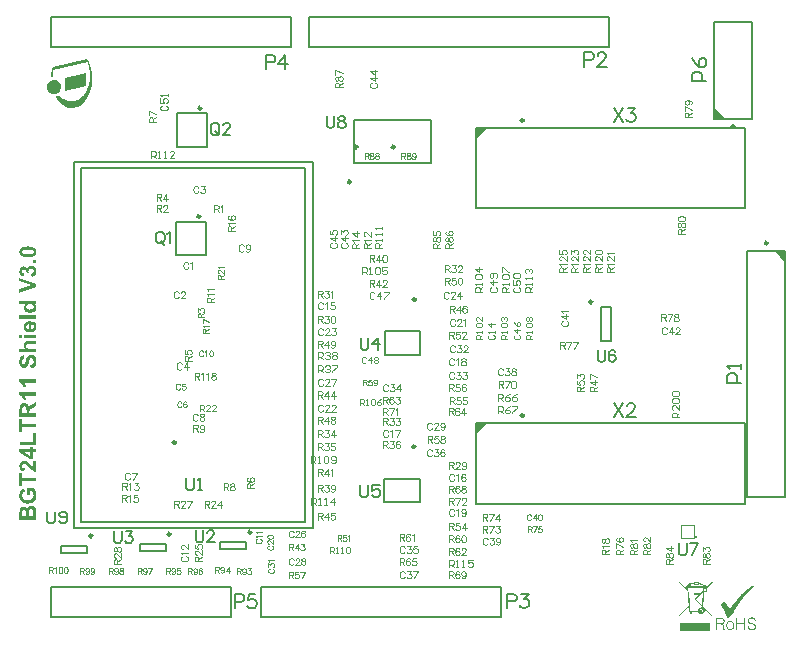
<source format=gto>
G04*
G04 #@! TF.GenerationSoftware,Altium Limited,Altium Designer,20.1.11 (218)*
G04*
G04 Layer_Color=65535*
%FSLAX25Y25*%
%MOIN*%
G70*
G04*
G04 #@! TF.SameCoordinates,FBA81C19-FCCB-422B-9B6C-78DF9D3B5762*
G04*
G04*
G04 #@! TF.FilePolarity,Positive*
G04*
G01*
G75*
%ADD10C,0.00984*%
%ADD11C,0.00787*%
%ADD12C,0.00394*%
%ADD13C,0.00787*%
G36*
X17057Y182910D02*
X10071Y181287D01*
Y185619D01*
X17057Y187242D01*
Y182910D01*
D02*
G37*
G36*
X7905Y184566D02*
X8539Y183932D01*
X8883Y183102D01*
Y182654D01*
Y182205D01*
X8539Y181376D01*
X7905Y180741D01*
X7076Y180398D01*
X6178D01*
X5349Y180741D01*
X4714Y181376D01*
X4371Y182205D01*
Y182654D01*
Y183102D01*
X4714Y183932D01*
X5349Y184566D01*
X6178Y184909D01*
X7076D01*
X7905Y184566D01*
D02*
G37*
G36*
X7182Y179468D02*
D01*
X7182D01*
X7182D01*
D02*
G37*
G36*
X17561Y191837D02*
X17562Y191836D01*
X17564Y191835D01*
X17564Y191834D01*
X17564Y191834D01*
X17740Y191563D01*
X18057Y191000D01*
X18337Y190419D01*
X18580Y189820D01*
X18683Y189514D01*
X18683Y189514D01*
X18913Y188767D01*
X19205Y187230D01*
X19323Y185670D01*
X19265Y184107D01*
X19149Y183334D01*
X19149D01*
Y183334D01*
Y183334D01*
X19149Y183334D01*
Y183334D01*
X19149Y183334D01*
X19102Y183050D01*
X18981Y182486D01*
X18835Y181929D01*
X18662Y181379D01*
X18563Y181109D01*
X18563D01*
X18448Y180794D01*
X18182Y180179D01*
X17883Y179580D01*
X17549Y178999D01*
X17366Y178718D01*
X17175Y178411D01*
X16740Y177834D01*
X16255Y177298D01*
X15724Y176807D01*
X15438Y176586D01*
X15438D01*
X15438Y176586D01*
X15438Y176586D01*
X15438Y176586D01*
X15438Y176586D01*
X15438Y176586D01*
X15165Y176384D01*
X14571Y176055D01*
X13939Y175808D01*
X13280Y175645D01*
X12942Y175608D01*
X12942D01*
X12942Y175608D01*
X12942D01*
X12942Y175608D01*
X12612Y175576D01*
X11950Y175604D01*
X11298Y175722D01*
X10668Y175928D01*
X10371Y176074D01*
Y176074D01*
X10371D01*
X10371Y176074D01*
X10371D01*
X10095Y176211D01*
X9573Y176537D01*
X9085Y176912D01*
X8635Y177333D01*
X8432Y177564D01*
Y177564D01*
X8432Y177564D01*
X8245Y177779D01*
X7899Y178232D01*
X7584Y178706D01*
X7302Y179201D01*
X7177Y179457D01*
X7177D01*
X7176Y179459D01*
X7176Y179462D01*
X7178Y179466D01*
X7181Y179468D01*
X7182Y179468D01*
Y179468D01*
X7182Y179468D01*
X7182D01*
X7182Y179468D01*
X7182Y179468D01*
X7182D01*
X7337Y179499D01*
X7640Y179583D01*
X7934Y179696D01*
X8215Y179837D01*
X8350Y179917D01*
X8350Y179917D01*
X8351Y179918D01*
X8352Y179918D01*
X8354Y179918D01*
X8355D01*
X8356Y179918D01*
X8358Y179917D01*
X8359Y179916D01*
X8360Y179916D01*
X8531Y179727D01*
X8893Y179369D01*
X9279Y179037D01*
X9689Y178735D01*
X9901Y178594D01*
X9901D01*
X10156Y178449D01*
X10691Y178206D01*
X11252Y178032D01*
X11830Y177927D01*
X12122Y177902D01*
X12122D01*
X12122Y177902D01*
X12122Y177902D01*
X12122Y177902D01*
X12123D01*
Y177902D01*
X12384Y177894D01*
X12907Y177923D01*
X13422Y178013D01*
X13924Y178163D01*
X14167Y178260D01*
Y178260D01*
X14167Y178260D01*
X14452Y178393D01*
X14998Y178705D01*
X15509Y179072D01*
X15978Y179490D01*
X16195Y179718D01*
X16195D01*
Y179718D01*
X16195Y179718D01*
X16195Y179718D01*
X16195Y179718D01*
X16403Y179953D01*
X16789Y180449D01*
X17134Y180974D01*
X17434Y181526D01*
X17567Y181811D01*
X17567Y181811D01*
X17567Y181811D01*
X17567Y181811D01*
X17567Y181811D01*
X17567Y181811D01*
X17693Y182086D01*
X17918Y182647D01*
X18108Y183221D01*
X18263Y183805D01*
X18327Y184100D01*
X18327Y184100D01*
X18327Y184100D01*
Y184100D01*
X18327Y184100D01*
Y184100D01*
X18327D01*
X18392Y184433D01*
X18493Y185103D01*
X18557Y185777D01*
X18584Y186454D01*
X18583Y186793D01*
Y186793D01*
X18572Y187177D01*
X18506Y187942D01*
X18381Y188700D01*
X18198Y189446D01*
X18086Y189813D01*
X18086Y189813D01*
X18086Y189813D01*
Y189813D01*
X18086Y189813D01*
X18086Y189813D01*
X18047Y189934D01*
X17964Y190174D01*
X17873Y190412D01*
X17775Y190646D01*
X17724Y190762D01*
X17724Y190762D01*
X6367Y188125D01*
X6232Y188093D01*
X6241Y187817D01*
X6269Y187264D01*
X6311Y186712D01*
X6367Y186162D01*
X6400Y185887D01*
X6401Y185884D01*
X6397Y185879D01*
X6391Y185879D01*
X6386Y185882D01*
X6385Y185885D01*
X6385Y185886D01*
X6290Y185877D01*
X6085Y185849D01*
X5882Y185808D01*
X5683Y185754D01*
X5584Y185722D01*
X5592Y186163D01*
X5674Y187041D01*
X5820Y187910D01*
X6031Y188765D01*
X6165Y189177D01*
X6161Y189180D01*
X6159Y189186D01*
X6163Y189191D01*
X6166Y189192D01*
X6166Y189192D01*
X17556Y191837D01*
X17557Y191837D01*
X17557Y191837D01*
X17558Y191837D01*
X17558Y191838D01*
X17559D01*
X17561Y191837D01*
D02*
G37*
G36*
X226082Y17671D02*
X223868Y15391D01*
X224098D01*
Y14161D01*
X223228D01*
X223064Y12259D01*
X222835Y9619D01*
X225754Y6585D01*
X225524Y6371D01*
X222802Y9192D01*
X222786Y9028D01*
X222900Y8963D01*
X223048Y8864D01*
X223179Y8749D01*
X223261Y8618D01*
X223343Y8471D01*
X223392Y8339D01*
X223425Y8175D01*
X223442Y7995D01*
X223425Y7847D01*
X223376Y7651D01*
X223278Y7454D01*
X223146Y7257D01*
X223032Y7142D01*
X222868Y7027D01*
X222671Y6962D01*
X222507Y6913D01*
X222277Y6896D01*
X222064Y6929D01*
X221834Y7011D01*
X221638Y7142D01*
X221474Y7306D01*
X221375Y7454D01*
X221293Y7601D01*
X219161D01*
Y6847D01*
X218456D01*
Y7601D01*
X218374D01*
X218177Y9553D01*
X215078Y6355D01*
X214848Y6585D01*
X218161Y9979D01*
X217997Y11488D01*
X217800Y13587D01*
X217718Y14457D01*
X214635Y17671D01*
X214848Y17901D01*
X217685Y14949D01*
X217603Y15670D01*
X217128D01*
Y16228D01*
X217554D01*
Y16359D01*
X217570Y16425D01*
X217636Y16490D01*
X217702Y16556D01*
X217800Y16638D01*
X217915Y16720D01*
X218046Y16802D01*
X218161Y16851D01*
X218259Y16900D01*
Y17261D01*
X219014D01*
Y17113D01*
X219243Y17146D01*
X219473Y17179D01*
X219702Y17195D01*
X219834Y17212D01*
Y17441D01*
X221588D01*
Y17163D01*
X221818Y17146D01*
X222080Y17097D01*
X222326Y17048D01*
X222589Y16966D01*
X222818Y16867D01*
X222999Y16785D01*
X223130Y16703D01*
X223212Y16621D01*
X223261Y16687D01*
X223343Y16736D01*
X223458Y16785D01*
X223589Y16802D01*
X223704Y16785D01*
X223835Y16720D01*
X223917Y16638D01*
X223999Y16523D01*
X224032Y16457D01*
X224048Y16343D01*
X224032Y16244D01*
X224016Y16162D01*
X223983Y16097D01*
X223934Y16031D01*
X223868Y15965D01*
X223819Y15933D01*
X223770Y15900D01*
Y15752D01*
X225852Y17901D01*
X226082Y17671D01*
D02*
G37*
G36*
X225246Y3846D02*
Y3813D01*
Y3764D01*
Y3698D01*
Y3600D01*
Y3469D01*
Y3452D01*
Y3403D01*
Y3321D01*
Y3206D01*
Y3091D01*
Y2944D01*
Y2599D01*
Y2583D01*
Y2517D01*
Y2435D01*
Y2321D01*
Y2189D01*
Y2042D01*
Y1747D01*
Y1730D01*
Y1681D01*
Y1632D01*
Y1566D01*
Y1484D01*
Y1435D01*
Y1386D01*
Y1369D01*
X215291D01*
Y1386D01*
Y1419D01*
Y1468D01*
Y1533D01*
Y1615D01*
Y1747D01*
Y1763D01*
Y1812D01*
Y1894D01*
Y2009D01*
Y2124D01*
Y2271D01*
Y2599D01*
Y2616D01*
Y2681D01*
Y2763D01*
Y2895D01*
Y3026D01*
Y3173D01*
Y3469D01*
Y3485D01*
Y3534D01*
Y3600D01*
Y3665D01*
Y3731D01*
Y3797D01*
Y3846D01*
Y3862D01*
X225246D01*
Y3846D01*
D02*
G37*
G36*
X239632Y16389D02*
X239665Y16323D01*
X239730Y16225D01*
X239763Y16192D01*
X239796Y16159D01*
X239828Y16093D01*
X239861Y16061D01*
X239828Y16028D01*
X239763Y15962D01*
X239665Y15897D01*
X239533Y15766D01*
X239336Y15569D01*
X239074Y15339D01*
X239041Y15306D01*
X238943Y15208D01*
X238779Y15077D01*
X238582Y14880D01*
X238352Y14650D01*
X238123Y14388D01*
X237598Y13830D01*
X237565Y13798D01*
X237532Y13765D01*
X237434Y13666D01*
X237303Y13535D01*
X237008Y13174D01*
X236614Y12748D01*
X236122Y12190D01*
X235630Y11567D01*
X235105Y10911D01*
X234613Y10189D01*
Y10157D01*
X234548Y10091D01*
X234482Y9993D01*
X234417Y9861D01*
X234187Y9501D01*
X233925Y9074D01*
X233629Y8550D01*
X233334Y8025D01*
X233072Y7467D01*
X232842Y6975D01*
X231104Y5630D01*
Y5663D01*
X231071Y5729D01*
X230973Y5893D01*
X230874Y6155D01*
X230808Y6319D01*
X230710Y6516D01*
X230579Y6778D01*
X230481Y7074D01*
X230316Y7401D01*
X230153Y7762D01*
Y7795D01*
X230120Y7861D01*
X230054Y7959D01*
X229989Y8090D01*
X229824Y8451D01*
X229595Y8812D01*
X229365Y9206D01*
X229070Y9533D01*
X228939Y9665D01*
X228775Y9796D01*
X228644Y9829D01*
X228513Y9861D01*
X228578Y9927D01*
X228644Y9993D01*
X228775Y10091D01*
X228906Y10222D01*
X229103Y10419D01*
X229136Y10452D01*
X229201Y10518D01*
X229332Y10616D01*
X229464Y10714D01*
X229628Y10780D01*
X229824Y10878D01*
X229989Y10911D01*
X230153Y10878D01*
X230185D01*
X230218Y10846D01*
X230382Y10747D01*
X230579Y10616D01*
X230776Y10386D01*
X230808Y10353D01*
X230841Y10255D01*
X230940Y10124D01*
X231038Y9960D01*
X231235Y9533D01*
X231465Y9074D01*
Y9042D01*
X231497Y8976D01*
X231628Y8779D01*
X231727Y8582D01*
X231760Y8517D01*
Y8484D01*
X231792Y8517D01*
X231825Y8582D01*
X231891Y8681D01*
X232022Y8878D01*
X232219Y9140D01*
X232514Y9533D01*
X232678Y9796D01*
X232875Y10058D01*
Y10091D01*
X232941Y10124D01*
X233006Y10222D01*
X233072Y10353D01*
X233301Y10649D01*
X233629Y11075D01*
X234056Y11567D01*
X234515Y12157D01*
X235072Y12748D01*
X235663Y13404D01*
X235696Y13437D01*
X235729Y13469D01*
X235827Y13568D01*
X235958Y13699D01*
X236286Y13994D01*
X236713Y14388D01*
X237237Y14847D01*
X237795Y15273D01*
X238385Y15733D01*
X239008Y16126D01*
X239041Y16159D01*
X239107Y16192D01*
X239205Y16258D01*
X239238Y16290D01*
X239336Y16323D01*
X239468Y16389D01*
X239599Y16454D01*
X239632Y16389D01*
D02*
G37*
G36*
X239304Y5762D02*
X239468D01*
X239763Y5630D01*
X239927Y5565D01*
X240091Y5434D01*
X240124D01*
X240157Y5368D01*
X240288Y5204D01*
X240419Y4941D01*
X240484Y4745D01*
Y4548D01*
X240091D01*
Y4581D01*
Y4614D01*
X240058Y4778D01*
X239992Y5007D01*
X239828Y5204D01*
X239796Y5237D01*
X239632Y5335D01*
X239402Y5401D01*
X239107Y5434D01*
X239041D01*
X238844Y5401D01*
X238615Y5368D01*
X238418Y5269D01*
X238385Y5237D01*
X238320Y5105D01*
X238221Y4909D01*
X238189Y4679D01*
Y4646D01*
X238221Y4515D01*
X238254Y4384D01*
X238320Y4253D01*
X238352Y4220D01*
X238451Y4154D01*
X238648Y4056D01*
X238877Y3990D01*
X239336Y3859D01*
X239369D01*
X239435Y3826D01*
X239566Y3793D01*
X239697Y3761D01*
X240025Y3630D01*
X240157Y3531D01*
X240288Y3433D01*
X240320Y3367D01*
X240452Y3203D01*
X240550Y2974D01*
X240583Y2678D01*
Y2646D01*
Y2580D01*
X240550Y2383D01*
X240419Y2088D01*
X240353Y1957D01*
X240222Y1858D01*
X240157Y1793D01*
X239960Y1694D01*
X239632Y1596D01*
X239205Y1530D01*
X239074D01*
X238943Y1563D01*
X238812D01*
X238418Y1694D01*
X238254Y1760D01*
X238090Y1891D01*
X238024Y1957D01*
X237926Y2121D01*
X237795Y2416D01*
X237762Y2613D01*
X237729Y2842D01*
Y2875D01*
X238090D01*
Y2842D01*
Y2809D01*
X238123Y2613D01*
X238221Y2350D01*
X238385Y2121D01*
X238451Y2088D01*
X238615Y1990D01*
X238877Y1891D01*
X239205Y1858D01*
X239271D01*
X239435Y1891D01*
X239665Y1957D01*
X239927Y2055D01*
X239960Y2088D01*
X240091Y2219D01*
X240189Y2416D01*
X240222Y2646D01*
Y2678D01*
Y2711D01*
X240189Y2842D01*
X240157Y3006D01*
X240025Y3170D01*
X239992Y3203D01*
X239861Y3302D01*
X239632Y3400D01*
X239468Y3433D01*
X239271Y3498D01*
X238910Y3630D01*
X238877D01*
X238812Y3662D01*
X238681Y3695D01*
X238549Y3728D01*
X238254Y3859D01*
X238123Y3925D01*
X238024Y4023D01*
X237992Y4056D01*
X237926Y4187D01*
X237828Y4417D01*
X237795Y4712D01*
Y4745D01*
Y4778D01*
X237828Y4974D01*
X237959Y5237D01*
X238024Y5335D01*
X238156Y5466D01*
X238189D01*
X238221Y5532D01*
X238418Y5630D01*
X238713Y5729D01*
X239107Y5794D01*
X239205D01*
X239304Y5762D01*
D02*
G37*
G36*
X237008Y1629D02*
X236614D01*
Y3597D01*
X234351D01*
Y1629D01*
X233957D01*
Y5663D01*
X234351D01*
Y3925D01*
X236614D01*
Y5663D01*
X237008D01*
Y1629D01*
D02*
G37*
G36*
X229169Y5630D02*
X229267D01*
X229365Y5598D01*
X229497Y5565D01*
X229595Y5499D01*
X229628Y5466D01*
X229726Y5401D01*
X229857Y5302D01*
X229989Y5138D01*
X230021Y5105D01*
X230054Y4974D01*
X230087Y4810D01*
Y4614D01*
Y4548D01*
Y4384D01*
X230021Y4187D01*
X229956Y3957D01*
X229923Y3925D01*
X229824Y3826D01*
X229661Y3695D01*
X229464Y3630D01*
X229497Y3597D01*
X229595Y3564D01*
X229824Y3367D01*
Y3334D01*
X229857Y3236D01*
X229923Y3006D01*
Y2875D01*
X229956Y2678D01*
X229989Y2055D01*
Y2022D01*
X230021Y1924D01*
X230054Y1891D01*
Y1858D01*
Y1825D01*
X230087Y1793D01*
Y1727D01*
X230120Y1694D01*
Y1629D01*
X229726D01*
X229693Y1661D01*
Y1727D01*
X229661Y1825D01*
Y1858D01*
X229628Y1924D01*
Y1957D01*
Y2055D01*
X229595Y2580D01*
Y2613D01*
Y2678D01*
X229562Y2875D01*
X229497Y3105D01*
X229464Y3236D01*
X229398Y3302D01*
X229365Y3334D01*
X229267Y3367D01*
X229070Y3400D01*
X228939Y3433D01*
X227594D01*
Y1629D01*
X227233D01*
Y5663D01*
X229070D01*
X229169Y5630D01*
D02*
G37*
G36*
X232186Y4581D02*
X232317D01*
X232645Y4450D01*
X232809Y4384D01*
X232941Y4253D01*
X232973Y4220D01*
X233006Y4187D01*
X233072Y4056D01*
X233137Y3925D01*
X233236Y3564D01*
X233301Y3367D01*
Y3105D01*
Y3072D01*
Y2974D01*
X233268Y2842D01*
Y2711D01*
X233137Y2317D01*
X233072Y2153D01*
X232941Y1990D01*
Y1957D01*
X232875Y1924D01*
X232678Y1793D01*
X232383Y1629D01*
X232186Y1596D01*
X231957Y1563D01*
X231858D01*
X231727Y1596D01*
X231596Y1629D01*
X231268Y1760D01*
X231104Y1858D01*
X230973Y1990D01*
Y2022D01*
X230907Y2055D01*
X230874Y2153D01*
X230808Y2252D01*
X230743Y2416D01*
X230710Y2613D01*
X230644Y2842D01*
Y3105D01*
Y3137D01*
Y3236D01*
X230677Y3334D01*
Y3498D01*
X230776Y3892D01*
X230973Y4253D01*
X231005Y4285D01*
X231038Y4318D01*
X231235Y4450D01*
X231530Y4548D01*
X231727Y4614D01*
X232055D01*
X232186Y4581D01*
D02*
G37*
G36*
X-1882Y129409D02*
X-1752Y129402D01*
X-1608Y129388D01*
X-1442Y129373D01*
X-1269Y129352D01*
X-1081Y129323D01*
X-894Y129279D01*
X-706Y129236D01*
X-519Y129186D01*
X-339Y129121D01*
X-166Y129049D01*
X-7Y128962D01*
X130Y128869D01*
X137Y128861D01*
X152Y128847D01*
X181Y128825D01*
X216Y128789D01*
X260Y128739D01*
X310Y128688D01*
X361Y128616D01*
X411Y128544D01*
X462Y128458D01*
X512Y128364D01*
X563Y128263D01*
X606Y128148D01*
X642Y128032D01*
X671Y127902D01*
X685Y127758D01*
X692Y127614D01*
Y127578D01*
X685Y127535D01*
Y127477D01*
X671Y127412D01*
X656Y127333D01*
X642Y127246D01*
X613Y127145D01*
X584Y127044D01*
X541Y126944D01*
X490Y126835D01*
X433Y126720D01*
X361Y126612D01*
X274Y126511D01*
X181Y126403D01*
X72Y126309D01*
X65Y126302D01*
X43Y126287D01*
X7Y126266D01*
X-50Y126230D01*
X-122Y126194D01*
X-209Y126158D01*
X-317Y126107D01*
X-440Y126064D01*
X-584Y126021D01*
X-742Y125977D01*
X-923Y125934D01*
X-1125Y125898D01*
X-1348Y125862D01*
X-1593Y125840D01*
X-1860Y125826D01*
X-2148Y125819D01*
X-2156D01*
X-2170D01*
X-2184D01*
X-2220D01*
X-2256D01*
X-2300Y125826D01*
X-2408D01*
X-2538Y125833D01*
X-2682Y125848D01*
X-2848Y125862D01*
X-3021Y125884D01*
X-3201Y125912D01*
X-3388Y125949D01*
X-3583Y125992D01*
X-3763Y126049D01*
X-3944Y126107D01*
X-4117Y126179D01*
X-4275Y126266D01*
X-4412Y126359D01*
X-4420Y126367D01*
X-4434Y126381D01*
X-4463Y126403D01*
X-4499Y126439D01*
X-4542Y126489D01*
X-4592Y126547D01*
X-4643Y126612D01*
X-4701Y126684D01*
X-4751Y126770D01*
X-4802Y126864D01*
X-4852Y126965D01*
X-4895Y127081D01*
X-4931Y127196D01*
X-4960Y127326D01*
X-4975Y127470D01*
X-4982Y127614D01*
Y127693D01*
X-4975Y127751D01*
X-4967Y127816D01*
X-4953Y127895D01*
X-4931Y127982D01*
X-4910Y128076D01*
X-4881Y128176D01*
X-4845Y128277D01*
X-4794Y128385D01*
X-4737Y128486D01*
X-4672Y128587D01*
X-4592Y128688D01*
X-4506Y128789D01*
X-4405Y128876D01*
X-4398Y128883D01*
X-4376Y128897D01*
X-4333Y128926D01*
X-4275Y128962D01*
X-4196Y128998D01*
X-4102Y129049D01*
X-3994Y129099D01*
X-3864Y129150D01*
X-3720Y129200D01*
X-3554Y129244D01*
X-3367Y129294D01*
X-3158Y129330D01*
X-2934Y129366D01*
X-2689Y129395D01*
X-2430Y129409D01*
X-2141Y129417D01*
X-2134D01*
X-2127D01*
X-2105D01*
X-2069D01*
X-2033D01*
X-1990D01*
X-1882Y129409D01*
D02*
G37*
G36*
X592Y123901D02*
X-468D01*
Y124961D01*
X592D01*
Y123901D01*
D02*
G37*
G36*
X-944Y123007D02*
X-879Y123000D01*
X-807Y122985D01*
X-728Y122971D01*
X-634Y122949D01*
X-540Y122920D01*
X-440Y122884D01*
X-339Y122841D01*
X-231Y122791D01*
X-122Y122726D01*
X-21Y122653D01*
X79Y122574D01*
X181Y122480D01*
X188Y122473D01*
X202Y122459D01*
X231Y122423D01*
X260Y122387D01*
X296Y122329D01*
X339Y122271D01*
X390Y122199D01*
X433Y122113D01*
X483Y122019D01*
X534Y121918D01*
X577Y121810D01*
X613Y121695D01*
X642Y121565D01*
X671Y121435D01*
X685Y121291D01*
X692Y121147D01*
Y121074D01*
X685Y121024D01*
X678Y120959D01*
X671Y120880D01*
X656Y120801D01*
X642Y120707D01*
X592Y120512D01*
X555Y120411D01*
X512Y120303D01*
X462Y120202D01*
X404Y120094D01*
X339Y119993D01*
X267Y119899D01*
X260Y119892D01*
X245Y119878D01*
X224Y119856D01*
X188Y119820D01*
X144Y119784D01*
X94Y119741D01*
X29Y119690D01*
X-36Y119647D01*
X-115Y119597D01*
X-202Y119546D01*
X-295Y119496D01*
X-396Y119452D01*
X-504Y119409D01*
X-613Y119380D01*
X-735Y119351D01*
X-865Y119330D01*
X-995Y120361D01*
X-988D01*
X-980D01*
X-959Y120368D01*
X-930D01*
X-858Y120390D01*
X-771Y120411D01*
X-670Y120440D01*
X-569Y120491D01*
X-476Y120548D01*
X-389Y120620D01*
X-382Y120627D01*
X-360Y120656D01*
X-324Y120707D01*
X-288Y120765D01*
X-252Y120844D01*
X-216Y120930D01*
X-194Y121038D01*
X-187Y121147D01*
Y121161D01*
X-194Y121204D01*
X-202Y121262D01*
X-216Y121334D01*
X-245Y121421D01*
X-288Y121514D01*
X-353Y121608D01*
X-432Y121695D01*
X-447Y121702D01*
X-476Y121731D01*
X-533Y121767D01*
X-613Y121810D01*
X-706Y121853D01*
X-822Y121889D01*
X-959Y121918D01*
X-1110Y121925D01*
X-1117D01*
X-1132D01*
X-1146D01*
X-1175D01*
X-1247Y121911D01*
X-1341Y121897D01*
X-1442Y121875D01*
X-1550Y121832D01*
X-1658Y121781D01*
X-1752Y121709D01*
X-1759Y121702D01*
X-1788Y121673D01*
X-1824Y121623D01*
X-1874Y121565D01*
X-1918Y121485D01*
X-1954Y121399D01*
X-1983Y121298D01*
X-1990Y121183D01*
Y121147D01*
X-1983Y121103D01*
Y121046D01*
X-1968Y120974D01*
X-1954Y120894D01*
X-1932Y120801D01*
X-1903Y120700D01*
X-2768Y120815D01*
Y120887D01*
X-2776Y120966D01*
X-2783Y121060D01*
X-2805Y121168D01*
X-2840Y121276D01*
X-2884Y121377D01*
X-2949Y121471D01*
X-2956Y121478D01*
X-2985Y121507D01*
X-3028Y121543D01*
X-3093Y121587D01*
X-3165Y121630D01*
X-3259Y121666D01*
X-3367Y121695D01*
X-3482Y121702D01*
X-3497D01*
X-3525D01*
X-3583Y121695D01*
X-3641Y121680D01*
X-3713Y121659D01*
X-3792Y121630D01*
X-3864Y121587D01*
X-3929Y121529D01*
X-3936Y121522D01*
X-3958Y121500D01*
X-3987Y121464D01*
X-4016Y121413D01*
X-4045Y121349D01*
X-4073Y121276D01*
X-4095Y121190D01*
X-4102Y121089D01*
Y121046D01*
X-4095Y120995D01*
X-4081Y120930D01*
X-4052Y120851D01*
X-4023Y120779D01*
X-3972Y120700D01*
X-3908Y120620D01*
X-3900Y120613D01*
X-3872Y120591D01*
X-3828Y120555D01*
X-3771Y120519D01*
X-3691Y120476D01*
X-3598Y120440D01*
X-3489Y120411D01*
X-3360Y120390D01*
X-3525Y119409D01*
X-3533D01*
X-3547Y119416D01*
X-3576Y119423D01*
X-3612Y119431D01*
X-3655Y119438D01*
X-3698Y119452D01*
X-3814Y119488D01*
X-3944Y119524D01*
X-4081Y119582D01*
X-4210Y119640D01*
X-4333Y119712D01*
X-4347Y119719D01*
X-4383Y119748D01*
X-4441Y119798D01*
X-4506Y119863D01*
X-4585Y119943D01*
X-4665Y120044D01*
X-4737Y120159D01*
X-4809Y120289D01*
Y120296D01*
X-4816Y120303D01*
X-4823Y120325D01*
X-4838Y120353D01*
X-4866Y120433D01*
X-4895Y120534D01*
X-4924Y120656D01*
X-4953Y120793D01*
X-4975Y120952D01*
X-4982Y121118D01*
Y121197D01*
X-4975Y121248D01*
X-4967Y121312D01*
X-4953Y121392D01*
X-4939Y121478D01*
X-4917Y121572D01*
X-4895Y121666D01*
X-4859Y121767D01*
X-4816Y121875D01*
X-4773Y121976D01*
X-4708Y122084D01*
X-4643Y122185D01*
X-4564Y122279D01*
X-4477Y122372D01*
X-4470Y122380D01*
X-4456Y122387D01*
X-4434Y122408D01*
X-4405Y122437D01*
X-4369Y122466D01*
X-4319Y122495D01*
X-4210Y122574D01*
X-4073Y122646D01*
X-3915Y122704D01*
X-3742Y122755D01*
X-3648Y122762D01*
X-3554Y122769D01*
X-3547D01*
X-3525D01*
X-3482Y122762D01*
X-3432Y122755D01*
X-3374Y122747D01*
X-3302Y122726D01*
X-3223Y122704D01*
X-3136Y122668D01*
X-3042Y122625D01*
X-2949Y122574D01*
X-2848Y122509D01*
X-2754Y122430D01*
X-2653Y122336D01*
X-2559Y122235D01*
X-2473Y122113D01*
X-2386Y121969D01*
Y121976D01*
X-2379Y121990D01*
X-2372Y122012D01*
X-2365Y122048D01*
X-2350Y122091D01*
X-2336Y122134D01*
X-2285Y122243D01*
X-2228Y122365D01*
X-2148Y122488D01*
X-2047Y122610D01*
X-1925Y122726D01*
X-1918D01*
X-1910Y122740D01*
X-1889Y122755D01*
X-1860Y122769D01*
X-1788Y122819D01*
X-1687Y122870D01*
X-1557Y122920D01*
X-1413Y122971D01*
X-1247Y123000D01*
X-1067Y123014D01*
X-1060D01*
X-1038D01*
X-995D01*
X-944Y123007D01*
D02*
G37*
G36*
X592Y117051D02*
Y115855D01*
X-4953Y113879D01*
Y115090D01*
X-850Y116489D01*
X-4953Y117852D01*
Y119041D01*
X592Y117051D01*
D02*
G37*
G36*
Y110252D02*
X15D01*
X22Y110238D01*
X65Y110209D01*
X123Y110159D01*
X195Y110087D01*
X281Y110000D01*
X368Y109899D01*
X447Y109791D01*
X519Y109668D01*
X527Y109654D01*
X548Y109611D01*
X570Y109546D01*
X599Y109459D01*
X635Y109358D01*
X656Y109243D01*
X678Y109120D01*
X685Y108991D01*
Y108962D01*
X678Y108926D01*
Y108875D01*
X671Y108818D01*
X656Y108746D01*
X642Y108666D01*
X613Y108587D01*
X584Y108493D01*
X548Y108399D01*
X505Y108298D01*
X447Y108197D01*
X390Y108097D01*
X310Y108003D01*
X231Y107902D01*
X130Y107808D01*
X123Y107801D01*
X101Y107787D01*
X72Y107765D01*
X29Y107729D01*
X-29Y107693D01*
X-101Y107657D01*
X-180Y107606D01*
X-274Y107563D01*
X-375Y107520D01*
X-497Y107476D01*
X-620Y107433D01*
X-764Y107397D01*
X-908Y107361D01*
X-1074Y107340D01*
X-1247Y107325D01*
X-1427Y107318D01*
X-1442D01*
X-1471D01*
X-1528D01*
X-1593Y107325D01*
X-1680Y107332D01*
X-1781Y107347D01*
X-1889Y107361D01*
X-2004Y107376D01*
X-2256Y107433D01*
X-2386Y107469D01*
X-2516Y107520D01*
X-2646Y107570D01*
X-2768Y107635D01*
X-2877Y107707D01*
X-2985Y107794D01*
X-2992Y107801D01*
X-3006Y107815D01*
X-3035Y107844D01*
X-3071Y107880D01*
X-3107Y107931D01*
X-3150Y107988D01*
X-3201Y108053D01*
X-3252Y108125D01*
X-3302Y108212D01*
X-3352Y108306D01*
X-3396Y108407D01*
X-3432Y108515D01*
X-3468Y108630D01*
X-3497Y108746D01*
X-3511Y108875D01*
X-3518Y109012D01*
Y109077D01*
X-3511Y109128D01*
X-3504Y109185D01*
X-3489Y109250D01*
X-3468Y109329D01*
X-3446Y109409D01*
X-3417Y109495D01*
X-3381Y109589D01*
X-3338Y109690D01*
X-3280Y109791D01*
X-3215Y109885D01*
X-3143Y109986D01*
X-3057Y110087D01*
X-2956Y110180D01*
X-4953D01*
Y111240D01*
X592D01*
Y110252D01*
D02*
G37*
G36*
Y105407D02*
X-4953D01*
Y106467D01*
X592D01*
Y105407D01*
D02*
G37*
G36*
X-1110Y101882D02*
X-1103D01*
X-1089D01*
X-1067D01*
X-1031Y101889D01*
X-944Y101896D01*
X-836Y101918D01*
X-721Y101946D01*
X-598Y101990D01*
X-476Y102055D01*
X-368Y102134D01*
X-353Y102148D01*
X-324Y102177D01*
X-288Y102228D01*
X-238Y102300D01*
X-187Y102393D01*
X-151Y102494D01*
X-122Y102617D01*
X-108Y102747D01*
Y102790D01*
X-115Y102833D01*
X-122Y102891D01*
X-137Y102956D01*
X-166Y103021D01*
X-194Y103093D01*
X-238Y103158D01*
X-245Y103165D01*
X-267Y103187D01*
X-295Y103215D01*
X-346Y103259D01*
X-411Y103302D01*
X-483Y103345D01*
X-577Y103388D01*
X-685Y103425D01*
X-504Y104484D01*
X-497D01*
X-476Y104477D01*
X-447Y104463D01*
X-411Y104448D01*
X-360Y104420D01*
X-303Y104398D01*
X-173Y104326D01*
X-29Y104232D01*
X116Y104124D01*
X260Y103987D01*
X382Y103835D01*
Y103828D01*
X397Y103814D01*
X411Y103792D01*
X433Y103756D01*
X454Y103713D01*
X476Y103662D01*
X505Y103605D01*
X534Y103533D01*
X563Y103453D01*
X592Y103374D01*
X635Y103187D01*
X671Y102970D01*
X685Y102732D01*
Y102689D01*
X678Y102631D01*
X671Y102559D01*
X664Y102473D01*
X649Y102379D01*
X628Y102264D01*
X599Y102148D01*
X563Y102026D01*
X519Y101896D01*
X462Y101766D01*
X397Y101644D01*
X317Y101514D01*
X224Y101399D01*
X123Y101290D01*
X0Y101189D01*
X-7Y101182D01*
X-29Y101175D01*
X-57Y101153D01*
X-101Y101125D01*
X-151Y101096D01*
X-216Y101067D01*
X-295Y101031D01*
X-382Y100995D01*
X-476Y100951D01*
X-577Y100915D01*
X-692Y100886D01*
X-814Y100858D01*
X-944Y100829D01*
X-1081Y100807D01*
X-1233Y100800D01*
X-1384Y100793D01*
X-1398D01*
X-1427D01*
X-1478Y100800D01*
X-1550D01*
X-1629Y100807D01*
X-1730Y100822D01*
X-1838Y100836D01*
X-1954Y100858D01*
X-2076Y100886D01*
X-2206Y100923D01*
X-2336Y100959D01*
X-2466Y101009D01*
X-2595Y101074D01*
X-2718Y101139D01*
X-2840Y101218D01*
X-2949Y101312D01*
X-2956Y101319D01*
X-2970Y101334D01*
X-2999Y101362D01*
X-3035Y101406D01*
X-3078Y101456D01*
X-3129Y101521D01*
X-3179Y101593D01*
X-3237Y101672D01*
X-3288Y101766D01*
X-3338Y101860D01*
X-3388Y101968D01*
X-3432Y102091D01*
X-3468Y102213D01*
X-3497Y102343D01*
X-3511Y102487D01*
X-3518Y102631D01*
Y102675D01*
X-3511Y102718D01*
Y102783D01*
X-3497Y102855D01*
X-3489Y102941D01*
X-3468Y103035D01*
X-3446Y103143D01*
X-3410Y103251D01*
X-3374Y103367D01*
X-3324Y103489D01*
X-3266Y103605D01*
X-3201Y103720D01*
X-3115Y103835D01*
X-3028Y103944D01*
X-2920Y104044D01*
X-2913Y104052D01*
X-2891Y104066D01*
X-2855Y104095D01*
X-2812Y104124D01*
X-2747Y104167D01*
X-2668Y104210D01*
X-2581Y104254D01*
X-2473Y104304D01*
X-2350Y104347D01*
X-2220Y104398D01*
X-2069Y104434D01*
X-1910Y104477D01*
X-1730Y104506D01*
X-1536Y104528D01*
X-1334Y104542D01*
X-1110D01*
Y101882D01*
D02*
G37*
G36*
X592Y98954D02*
X-3424D01*
Y100014D01*
X592D01*
Y98954D01*
D02*
G37*
G36*
X-3972D02*
X-4953D01*
Y100014D01*
X-3972D01*
Y98954D01*
D02*
G37*
G36*
X592Y96820D02*
X-1528D01*
X-1536D01*
X-1557D01*
X-1586D01*
X-1629D01*
X-1680D01*
X-1737D01*
X-1867Y96813D01*
X-1997Y96806D01*
X-2134Y96791D01*
X-2192Y96784D01*
X-2242Y96777D01*
X-2293Y96770D01*
X-2329Y96755D01*
X-2336D01*
X-2357Y96741D01*
X-2386Y96726D01*
X-2430Y96705D01*
X-2473Y96676D01*
X-2516Y96640D01*
X-2559Y96597D01*
X-2603Y96539D01*
X-2610Y96532D01*
X-2617Y96510D01*
X-2631Y96481D01*
X-2653Y96438D01*
X-2675Y96380D01*
X-2689Y96315D01*
X-2696Y96236D01*
X-2703Y96157D01*
Y96114D01*
X-2696Y96063D01*
X-2689Y95998D01*
X-2675Y95926D01*
X-2646Y95847D01*
X-2617Y95760D01*
X-2574Y95681D01*
X-2567Y95674D01*
X-2552Y95645D01*
X-2516Y95609D01*
X-2480Y95566D01*
X-2422Y95515D01*
X-2357Y95465D01*
X-2278Y95421D01*
X-2184Y95378D01*
X-2170Y95371D01*
X-2134Y95364D01*
X-2076Y95349D01*
X-1990Y95335D01*
X-1882Y95313D01*
X-1752Y95299D01*
X-1600Y95292D01*
X-1420Y95284D01*
X592D01*
Y94225D01*
X-4953D01*
Y95284D01*
X-2913D01*
X-2920Y95292D01*
X-2942Y95306D01*
X-2970Y95335D01*
X-3006Y95378D01*
X-3057Y95429D01*
X-3107Y95486D01*
X-3158Y95551D01*
X-3215Y95631D01*
X-3273Y95717D01*
X-3324Y95811D01*
X-3381Y95912D01*
X-3424Y96020D01*
X-3461Y96135D01*
X-3489Y96250D01*
X-3511Y96380D01*
X-3518Y96510D01*
Y96575D01*
X-3511Y96640D01*
X-3504Y96734D01*
X-3482Y96834D01*
X-3461Y96943D01*
X-3424Y97058D01*
X-3381Y97173D01*
X-3374Y97188D01*
X-3360Y97224D01*
X-3324Y97274D01*
X-3288Y97339D01*
X-3237Y97411D01*
X-3172Y97483D01*
X-3107Y97556D01*
X-3028Y97613D01*
X-3021Y97620D01*
X-2992Y97635D01*
X-2949Y97664D01*
X-2891Y97700D01*
X-2819Y97729D01*
X-2740Y97765D01*
X-2653Y97794D01*
X-2559Y97822D01*
X-2545D01*
X-2509Y97830D01*
X-2451Y97844D01*
X-2365Y97851D01*
X-2256Y97866D01*
X-2112Y97873D01*
X-1954Y97880D01*
X-1759D01*
X592D01*
Y96820D01*
D02*
G37*
G36*
X-944Y93280D02*
X-901D01*
X-850Y93273D01*
X-728Y93251D01*
X-591Y93222D01*
X-440Y93172D01*
X-281Y93107D01*
X-122Y93020D01*
X-115D01*
X-108Y93006D01*
X-86Y92992D01*
X-57Y92970D01*
X15Y92912D01*
X108Y92826D01*
X209Y92718D01*
X310Y92595D01*
X404Y92444D01*
X490Y92271D01*
Y92263D01*
X498Y92249D01*
X512Y92220D01*
X519Y92184D01*
X534Y92134D01*
X555Y92083D01*
X570Y92011D01*
X592Y91939D01*
X613Y91852D01*
X628Y91766D01*
X642Y91665D01*
X664Y91557D01*
X685Y91326D01*
X692Y91066D01*
Y90966D01*
X685Y90894D01*
X678Y90807D01*
X664Y90706D01*
X649Y90591D01*
X635Y90468D01*
X577Y90209D01*
X534Y90079D01*
X490Y89942D01*
X433Y89812D01*
X368Y89682D01*
X296Y89560D01*
X209Y89451D01*
X202Y89444D01*
X188Y89430D01*
X159Y89401D01*
X116Y89365D01*
X65Y89315D01*
X7Y89271D01*
X-65Y89214D01*
X-151Y89156D01*
X-245Y89098D01*
X-346Y89040D01*
X-461Y88983D01*
X-591Y88932D01*
X-728Y88882D01*
X-879Y88839D01*
X-1038Y88810D01*
X-1204Y88781D01*
X-1312Y89870D01*
X-1305D01*
X-1290Y89877D01*
X-1261Y89884D01*
X-1225Y89891D01*
X-1175Y89899D01*
X-1125Y89913D01*
X-1009Y89956D01*
X-872Y90007D01*
X-742Y90079D01*
X-613Y90165D01*
X-504Y90266D01*
X-497Y90281D01*
X-468Y90324D01*
X-425Y90389D01*
X-382Y90482D01*
X-331Y90598D01*
X-295Y90735D01*
X-267Y90894D01*
X-252Y91074D01*
Y91124D01*
X-259Y91160D01*
Y91211D01*
X-267Y91261D01*
X-281Y91377D01*
X-310Y91514D01*
X-346Y91643D01*
X-404Y91773D01*
X-476Y91888D01*
X-483Y91903D01*
X-519Y91932D01*
X-562Y91975D01*
X-627Y92033D01*
X-706Y92083D01*
X-800Y92126D01*
X-901Y92155D01*
X-1009Y92170D01*
X-1016D01*
X-1045D01*
X-1081Y92163D01*
X-1125Y92155D01*
X-1182Y92141D01*
X-1240Y92119D01*
X-1298Y92090D01*
X-1348Y92054D01*
X-1355Y92047D01*
X-1370Y92033D01*
X-1398Y92004D01*
X-1427Y91961D01*
X-1463Y91903D01*
X-1507Y91838D01*
X-1550Y91751D01*
X-1586Y91650D01*
X-1593Y91643D01*
X-1600Y91607D01*
X-1608Y91586D01*
X-1615Y91550D01*
X-1629Y91514D01*
X-1644Y91463D01*
X-1658Y91413D01*
X-1680Y91348D01*
X-1701Y91276D01*
X-1723Y91189D01*
X-1745Y91095D01*
X-1773Y90994D01*
X-1802Y90879D01*
X-1831Y90756D01*
Y90749D01*
X-1838Y90720D01*
X-1853Y90670D01*
X-1874Y90612D01*
X-1896Y90540D01*
X-1918Y90454D01*
X-1946Y90360D01*
X-1983Y90259D01*
X-2062Y90050D01*
X-2156Y89841D01*
X-2206Y89747D01*
X-2264Y89653D01*
X-2321Y89567D01*
X-2379Y89495D01*
X-2386Y89487D01*
X-2401Y89473D01*
X-2430Y89451D01*
X-2458Y89415D01*
X-2509Y89379D01*
X-2559Y89336D01*
X-2624Y89293D01*
X-2696Y89242D01*
X-2768Y89199D01*
X-2855Y89149D01*
X-3050Y89069D01*
X-3150Y89033D01*
X-3266Y89012D01*
X-3381Y88997D01*
X-3504Y88990D01*
X-3511D01*
X-3525D01*
X-3547D01*
X-3576Y88997D01*
X-3655Y89004D01*
X-3756Y89019D01*
X-3879Y89048D01*
X-4008Y89091D01*
X-4153Y89149D01*
X-4290Y89228D01*
X-4297D01*
X-4304Y89242D01*
X-4355Y89271D01*
X-4420Y89329D01*
X-4499Y89401D01*
X-4592Y89502D01*
X-4686Y89617D01*
X-4780Y89754D01*
X-4859Y89913D01*
Y89920D01*
X-4866Y89935D01*
X-4881Y89956D01*
X-4888Y89992D01*
X-4903Y90035D01*
X-4924Y90093D01*
X-4939Y90151D01*
X-4960Y90223D01*
X-4975Y90295D01*
X-4989Y90382D01*
X-5025Y90562D01*
X-5047Y90771D01*
X-5054Y91002D01*
Y91103D01*
X-5047Y91175D01*
X-5040Y91261D01*
X-5032Y91362D01*
X-5018Y91470D01*
X-4996Y91593D01*
X-4939Y91845D01*
X-4903Y91975D01*
X-4859Y92105D01*
X-4809Y92235D01*
X-4744Y92357D01*
X-4672Y92472D01*
X-4592Y92573D01*
X-4585Y92581D01*
X-4571Y92595D01*
X-4549Y92624D01*
X-4513Y92660D01*
X-4463Y92696D01*
X-4412Y92739D01*
X-4347Y92790D01*
X-4268Y92840D01*
X-4189Y92891D01*
X-4095Y92941D01*
X-3994Y92984D01*
X-3886Y93028D01*
X-3771Y93064D01*
X-3648Y93100D01*
X-3511Y93121D01*
X-3374Y93129D01*
X-3331Y92011D01*
X-3338D01*
X-3352D01*
X-3374Y92004D01*
X-3403Y91997D01*
X-3475Y91975D01*
X-3569Y91946D01*
X-3670Y91903D01*
X-3771Y91852D01*
X-3864Y91780D01*
X-3944Y91701D01*
X-3951Y91687D01*
X-3972Y91658D01*
X-4001Y91600D01*
X-4037Y91521D01*
X-4073Y91427D01*
X-4102Y91304D01*
X-4124Y91160D01*
X-4131Y90994D01*
Y90915D01*
X-4124Y90872D01*
Y90829D01*
X-4109Y90713D01*
X-4081Y90591D01*
X-4045Y90468D01*
X-3994Y90338D01*
X-3929Y90230D01*
X-3922Y90223D01*
X-3908Y90201D01*
X-3879Y90172D01*
X-3836Y90144D01*
X-3785Y90115D01*
X-3727Y90086D01*
X-3662Y90064D01*
X-3583Y90057D01*
X-3576D01*
X-3554D01*
X-3511Y90064D01*
X-3468Y90079D01*
X-3417Y90100D01*
X-3360Y90129D01*
X-3302Y90165D01*
X-3244Y90223D01*
X-3237Y90230D01*
X-3230Y90245D01*
X-3215Y90266D01*
X-3201Y90295D01*
X-3179Y90331D01*
X-3158Y90374D01*
X-3136Y90432D01*
X-3107Y90490D01*
X-3078Y90562D01*
X-3050Y90648D01*
X-3014Y90742D01*
X-2985Y90850D01*
X-2949Y90966D01*
X-2913Y91103D01*
X-2877Y91247D01*
Y91254D01*
X-2869Y91283D01*
X-2855Y91326D01*
X-2840Y91384D01*
X-2826Y91449D01*
X-2805Y91528D01*
X-2783Y91615D01*
X-2754Y91701D01*
X-2689Y91896D01*
X-2624Y92098D01*
X-2552Y92285D01*
X-2509Y92371D01*
X-2473Y92451D01*
Y92458D01*
X-2466Y92465D01*
X-2451Y92487D01*
X-2437Y92516D01*
X-2386Y92588D01*
X-2321Y92674D01*
X-2242Y92775D01*
X-2141Y92876D01*
X-2033Y92970D01*
X-1903Y93064D01*
X-1896D01*
X-1889Y93071D01*
X-1867Y93085D01*
X-1838Y93100D01*
X-1802Y93114D01*
X-1766Y93136D01*
X-1658Y93179D01*
X-1536Y93215D01*
X-1384Y93251D01*
X-1211Y93280D01*
X-1024Y93287D01*
X-1016D01*
X-1002D01*
X-973D01*
X-944Y93280D01*
D02*
G37*
G36*
X592Y84037D02*
X-3410D01*
X-3403Y84030D01*
X-3388Y84008D01*
X-3360Y83979D01*
X-3324Y83936D01*
X-3280Y83878D01*
X-3223Y83813D01*
X-3172Y83734D01*
X-3107Y83647D01*
X-3042Y83554D01*
X-2977Y83446D01*
X-2913Y83330D01*
X-2848Y83215D01*
X-2718Y82948D01*
X-2610Y82667D01*
X-3576D01*
Y82674D01*
X-3583Y82688D01*
X-3590Y82710D01*
X-3605Y82739D01*
X-3619Y82775D01*
X-3641Y82825D01*
X-3691Y82934D01*
X-3756Y83063D01*
X-3850Y83215D01*
X-3958Y83381D01*
X-4088Y83561D01*
X-4095Y83568D01*
X-4102Y83583D01*
X-4124Y83604D01*
X-4153Y83640D01*
X-4189Y83684D01*
X-4239Y83727D01*
X-4340Y83828D01*
X-4477Y83943D01*
X-4629Y84051D01*
X-4794Y84152D01*
X-4888Y84195D01*
X-4982Y84231D01*
Y85097D01*
X592D01*
Y84037D01*
D02*
G37*
G36*
Y79732D02*
X-3410D01*
X-3403Y79725D01*
X-3388Y79704D01*
X-3360Y79675D01*
X-3324Y79632D01*
X-3280Y79574D01*
X-3223Y79509D01*
X-3172Y79430D01*
X-3107Y79343D01*
X-3042Y79249D01*
X-2977Y79141D01*
X-2913Y79026D01*
X-2848Y78910D01*
X-2718Y78644D01*
X-2610Y78363D01*
X-3576D01*
Y78370D01*
X-3583Y78384D01*
X-3590Y78406D01*
X-3605Y78435D01*
X-3619Y78471D01*
X-3641Y78521D01*
X-3691Y78629D01*
X-3756Y78759D01*
X-3850Y78910D01*
X-3958Y79076D01*
X-4088Y79257D01*
X-4095Y79264D01*
X-4102Y79278D01*
X-4124Y79300D01*
X-4153Y79336D01*
X-4189Y79379D01*
X-4239Y79422D01*
X-4340Y79523D01*
X-4477Y79639D01*
X-4629Y79747D01*
X-4794Y79848D01*
X-4888Y79891D01*
X-4982Y79927D01*
Y80792D01*
X592D01*
Y79732D01*
D02*
G37*
G36*
Y76365D02*
X-613Y75558D01*
X-620Y75551D01*
X-642Y75536D01*
X-670Y75515D01*
X-714Y75486D01*
X-771Y75450D01*
X-829Y75414D01*
X-959Y75320D01*
X-1096Y75226D01*
X-1233Y75125D01*
X-1290Y75082D01*
X-1348Y75039D01*
X-1391Y75003D01*
X-1427Y74967D01*
X-1435Y74959D01*
X-1456Y74938D01*
X-1485Y74909D01*
X-1521Y74866D01*
X-1557Y74815D01*
X-1593Y74757D01*
X-1629Y74693D01*
X-1658Y74628D01*
Y74620D01*
X-1665Y74592D01*
X-1680Y74556D01*
X-1694Y74491D01*
X-1701Y74411D01*
X-1716Y74318D01*
X-1723Y74202D01*
Y73842D01*
X592D01*
Y72724D01*
X-4953D01*
Y75219D01*
X-4946Y75291D01*
Y75378D01*
X-4939Y75471D01*
X-4931Y75572D01*
X-4917Y75781D01*
X-4888Y75998D01*
X-4874Y76099D01*
X-4852Y76200D01*
X-4831Y76286D01*
X-4802Y76365D01*
Y76373D01*
X-4794Y76387D01*
X-4787Y76401D01*
X-4773Y76430D01*
X-4737Y76509D01*
X-4679Y76596D01*
X-4607Y76704D01*
X-4513Y76812D01*
X-4398Y76913D01*
X-4268Y77014D01*
X-4261D01*
X-4254Y77021D01*
X-4232Y77036D01*
X-4203Y77050D01*
X-4167Y77072D01*
X-4124Y77094D01*
X-4016Y77137D01*
X-3886Y77180D01*
X-3742Y77223D01*
X-3576Y77252D01*
X-3396Y77259D01*
X-3388D01*
X-3367D01*
X-3338D01*
X-3295Y77252D01*
X-3237Y77245D01*
X-3179Y77238D01*
X-3107Y77231D01*
X-3035Y77216D01*
X-2869Y77173D01*
X-2696Y77108D01*
X-2610Y77065D01*
X-2523Y77014D01*
X-2444Y76957D01*
X-2365Y76892D01*
X-2357Y76885D01*
X-2350Y76877D01*
X-2329Y76856D01*
X-2300Y76820D01*
X-2271Y76784D01*
X-2235Y76740D01*
X-2192Y76683D01*
X-2148Y76618D01*
X-2105Y76546D01*
X-2062Y76459D01*
X-2019Y76373D01*
X-1975Y76272D01*
X-1939Y76164D01*
X-1903Y76048D01*
X-1874Y75925D01*
X-1853Y75788D01*
Y75796D01*
X-1846Y75803D01*
X-1817Y75853D01*
X-1773Y75918D01*
X-1716Y76005D01*
X-1644Y76099D01*
X-1564Y76200D01*
X-1478Y76293D01*
X-1384Y76387D01*
X-1370Y76401D01*
X-1334Y76430D01*
X-1269Y76481D01*
X-1225Y76517D01*
X-1175Y76560D01*
X-1117Y76603D01*
X-1052Y76647D01*
X-980Y76704D01*
X-901Y76762D01*
X-814Y76820D01*
X-714Y76885D01*
X-605Y76957D01*
X-490Y77029D01*
X592Y77706D01*
Y76365D01*
D02*
G37*
G36*
X-4016Y70359D02*
X592D01*
Y69242D01*
X-4016D01*
Y67598D01*
X-4953D01*
Y71996D01*
X-4016D01*
Y70359D01*
D02*
G37*
G36*
X592Y63286D02*
X-4910D01*
Y64404D01*
X-346D01*
Y67187D01*
X592D01*
Y63286D01*
D02*
G37*
G36*
X-526Y61830D02*
X592D01*
Y60799D01*
X-526D01*
Y58535D01*
X-1449D01*
X-4975Y60929D01*
Y61830D01*
X-1456D01*
Y62515D01*
X-526D01*
Y61830D01*
D02*
G37*
G36*
X592Y54281D02*
X584D01*
X570D01*
X534Y54288D01*
X498Y54295D01*
X447Y54303D01*
X390Y54317D01*
X325Y54332D01*
X253Y54346D01*
X87Y54396D01*
X-94Y54461D01*
X-281Y54541D01*
X-468Y54642D01*
X-476Y54649D01*
X-490Y54656D01*
X-519Y54678D01*
X-562Y54707D01*
X-613Y54743D01*
X-670Y54786D01*
X-742Y54836D01*
X-822Y54901D01*
X-915Y54980D01*
X-1016Y55067D01*
X-1125Y55161D01*
X-1247Y55269D01*
X-1370Y55391D01*
X-1507Y55528D01*
X-1651Y55673D01*
X-1802Y55831D01*
X-1809Y55839D01*
X-1831Y55860D01*
X-1867Y55896D01*
X-1910Y55947D01*
X-1968Y56004D01*
X-2026Y56069D01*
X-2170Y56213D01*
X-2321Y56365D01*
X-2466Y56509D01*
X-2538Y56574D01*
X-2603Y56624D01*
X-2660Y56675D01*
X-2711Y56711D01*
X-2718D01*
X-2725Y56718D01*
X-2768Y56747D01*
X-2833Y56783D01*
X-2913Y56826D01*
X-3014Y56862D01*
X-3122Y56898D01*
X-3237Y56927D01*
X-3360Y56934D01*
X-3367D01*
X-3374D01*
X-3417D01*
X-3482Y56927D01*
X-3562Y56913D01*
X-3648Y56884D01*
X-3742Y56855D01*
X-3828Y56805D01*
X-3908Y56740D01*
X-3915Y56732D01*
X-3936Y56704D01*
X-3972Y56660D01*
X-4008Y56603D01*
X-4037Y56531D01*
X-4073Y56437D01*
X-4095Y56336D01*
X-4102Y56213D01*
Y56156D01*
X-4095Y56098D01*
X-4081Y56026D01*
X-4052Y55939D01*
X-4016Y55853D01*
X-3965Y55766D01*
X-3900Y55687D01*
X-3893Y55680D01*
X-3864Y55658D01*
X-3814Y55622D01*
X-3742Y55586D01*
X-3648Y55550D01*
X-3533Y55514D01*
X-3396Y55485D01*
X-3237Y55463D01*
X-3338Y54404D01*
X-3345D01*
X-3374Y54411D01*
X-3424Y54418D01*
X-3482Y54425D01*
X-3554Y54440D01*
X-3634Y54461D01*
X-3727Y54483D01*
X-3828Y54512D01*
X-4030Y54591D01*
X-4138Y54634D01*
X-4239Y54692D01*
X-4340Y54757D01*
X-4434Y54829D01*
X-4520Y54908D01*
X-4600Y54995D01*
X-4607Y55002D01*
X-4614Y55016D01*
X-4636Y55045D01*
X-4657Y55081D01*
X-4686Y55132D01*
X-4722Y55190D01*
X-4758Y55262D01*
X-4794Y55341D01*
X-4823Y55420D01*
X-4859Y55521D01*
X-4895Y55622D01*
X-4924Y55730D01*
X-4946Y55846D01*
X-4967Y55976D01*
X-4975Y56105D01*
X-4982Y56242D01*
Y56322D01*
X-4975Y56379D01*
X-4967Y56444D01*
X-4960Y56531D01*
X-4946Y56617D01*
X-4924Y56711D01*
X-4874Y56920D01*
X-4838Y57028D01*
X-4794Y57136D01*
X-4744Y57237D01*
X-4679Y57345D01*
X-4614Y57439D01*
X-4535Y57533D01*
X-4528Y57540D01*
X-4513Y57554D01*
X-4492Y57576D01*
X-4456Y57605D01*
X-4412Y57641D01*
X-4362Y57684D01*
X-4304Y57720D01*
X-4232Y57771D01*
X-4153Y57814D01*
X-4073Y57850D01*
X-3886Y57929D01*
X-3778Y57958D01*
X-3670Y57980D01*
X-3554Y57994D01*
X-3432Y58002D01*
X-3424D01*
X-3417D01*
X-3396D01*
X-3367D01*
X-3295Y57994D01*
X-3201Y57987D01*
X-3093Y57965D01*
X-2970Y57944D01*
X-2848Y57908D01*
X-2718Y57864D01*
X-2711D01*
X-2703Y57857D01*
X-2660Y57836D01*
X-2588Y57807D01*
X-2502Y57763D01*
X-2393Y57699D01*
X-2278Y57626D01*
X-2148Y57540D01*
X-2011Y57439D01*
X-1997Y57432D01*
X-1968Y57403D01*
X-1910Y57353D01*
X-1831Y57280D01*
X-1730Y57179D01*
X-1608Y57064D01*
X-1463Y56913D01*
X-1384Y56833D01*
X-1298Y56740D01*
X-1290Y56732D01*
X-1276Y56718D01*
X-1254Y56696D01*
X-1225Y56660D01*
X-1146Y56574D01*
X-1045Y56473D01*
X-944Y56365D01*
X-843Y56264D01*
X-757Y56170D01*
X-714Y56134D01*
X-685Y56105D01*
X-678Y56098D01*
X-656Y56084D01*
X-627Y56055D01*
X-591Y56026D01*
X-497Y55954D01*
X-396Y55889D01*
Y58002D01*
X592D01*
Y54281D01*
D02*
G37*
G36*
X-4016Y52291D02*
X592D01*
Y51174D01*
X-4016D01*
Y49530D01*
X-4953D01*
Y53928D01*
X-4016D01*
Y52291D01*
D02*
G37*
G36*
X-158Y48881D02*
X-151Y48874D01*
X-130Y48852D01*
X-108Y48823D01*
X-79Y48787D01*
X-43Y48744D01*
X-7Y48686D01*
X36Y48629D01*
X79Y48556D01*
X130Y48484D01*
X181Y48398D01*
X231Y48304D01*
X281Y48210D01*
X332Y48102D01*
X382Y47987D01*
X433Y47864D01*
Y47857D01*
X447Y47835D01*
X454Y47799D01*
X476Y47749D01*
X490Y47691D01*
X512Y47619D01*
X541Y47540D01*
X563Y47446D01*
X584Y47352D01*
X613Y47244D01*
X649Y47013D01*
X678Y46768D01*
X692Y46516D01*
Y46429D01*
X685Y46372D01*
X678Y46292D01*
X671Y46206D01*
X664Y46105D01*
X649Y45997D01*
X628Y45882D01*
X606Y45759D01*
X541Y45507D01*
X498Y45377D01*
X447Y45247D01*
X397Y45117D01*
X332Y44995D01*
X325Y44987D01*
X317Y44966D01*
X296Y44937D01*
X267Y44886D01*
X224Y44836D01*
X181Y44771D01*
X123Y44706D01*
X65Y44634D01*
X-7Y44555D01*
X-86Y44475D01*
X-173Y44396D01*
X-267Y44317D01*
X-368Y44238D01*
X-476Y44166D01*
X-591Y44093D01*
X-714Y44028D01*
X-721D01*
X-742Y44014D01*
X-786Y44000D01*
X-836Y43978D01*
X-894Y43956D01*
X-973Y43928D01*
X-1060Y43899D01*
X-1153Y43870D01*
X-1261Y43834D01*
X-1377Y43805D01*
X-1500Y43776D01*
X-1629Y43755D01*
X-1903Y43718D01*
X-2047Y43711D01*
X-2199Y43704D01*
X-2206D01*
X-2235D01*
X-2285D01*
X-2343Y43711D01*
X-2422Y43718D01*
X-2509Y43726D01*
X-2610Y43733D01*
X-2718Y43747D01*
X-2833Y43769D01*
X-2956Y43791D01*
X-3215Y43856D01*
X-3345Y43899D01*
X-3475Y43949D01*
X-3605Y44000D01*
X-3735Y44065D01*
X-3742Y44072D01*
X-3763Y44079D01*
X-3799Y44101D01*
X-3850Y44129D01*
X-3900Y44173D01*
X-3965Y44216D01*
X-4037Y44266D01*
X-4117Y44331D01*
X-4203Y44403D01*
X-4282Y44483D01*
X-4369Y44569D01*
X-4456Y44663D01*
X-4542Y44764D01*
X-4621Y44879D01*
X-4701Y44995D01*
X-4773Y45124D01*
Y45132D01*
X-4787Y45146D01*
X-4802Y45182D01*
X-4816Y45218D01*
X-4838Y45276D01*
X-4859Y45333D01*
X-4888Y45406D01*
X-4917Y45492D01*
X-4939Y45586D01*
X-4967Y45680D01*
X-4989Y45795D01*
X-5011Y45910D01*
X-5025Y46033D01*
X-5040Y46170D01*
X-5054Y46451D01*
Y46552D01*
X-5047Y46624D01*
X-5040Y46711D01*
X-5032Y46804D01*
X-5018Y46920D01*
X-4996Y47042D01*
X-4946Y47295D01*
X-4910Y47432D01*
X-4866Y47561D01*
X-4816Y47698D01*
X-4758Y47821D01*
X-4693Y47943D01*
X-4614Y48059D01*
X-4607Y48066D01*
X-4592Y48088D01*
X-4571Y48117D01*
X-4535Y48153D01*
X-4492Y48203D01*
X-4441Y48254D01*
X-4376Y48311D01*
X-4304Y48376D01*
X-4225Y48434D01*
X-4131Y48499D01*
X-4037Y48564D01*
X-3929Y48629D01*
X-3814Y48679D01*
X-3691Y48737D01*
X-3562Y48780D01*
X-3424Y48816D01*
X-3215Y47706D01*
X-3223D01*
X-3237Y47698D01*
X-3252Y47691D01*
X-3280Y47684D01*
X-3352Y47648D01*
X-3446Y47605D01*
X-3547Y47540D01*
X-3655Y47468D01*
X-3763Y47374D01*
X-3857Y47259D01*
X-3864Y47244D01*
X-3893Y47201D01*
X-3929Y47136D01*
X-3980Y47042D01*
X-4023Y46920D01*
X-4059Y46783D01*
X-4088Y46624D01*
X-4095Y46451D01*
Y46379D01*
X-4088Y46328D01*
X-4081Y46271D01*
X-4073Y46199D01*
X-4059Y46119D01*
X-4037Y46033D01*
X-3980Y45845D01*
X-3944Y45752D01*
X-3900Y45658D01*
X-3843Y45557D01*
X-3778Y45463D01*
X-3706Y45377D01*
X-3626Y45290D01*
X-3619Y45283D01*
X-3605Y45269D01*
X-3576Y45247D01*
X-3540Y45225D01*
X-3489Y45189D01*
X-3432Y45153D01*
X-3360Y45117D01*
X-3280Y45074D01*
X-3187Y45031D01*
X-3086Y44995D01*
X-2970Y44959D01*
X-2848Y44923D01*
X-2711Y44901D01*
X-2567Y44879D01*
X-2408Y44865D01*
X-2242Y44858D01*
X-2228D01*
X-2199D01*
X-2148D01*
X-2083Y44865D01*
X-1997Y44872D01*
X-1903Y44879D01*
X-1802Y44894D01*
X-1687Y44915D01*
X-1449Y44966D01*
X-1319Y45002D01*
X-1197Y45038D01*
X-1081Y45088D01*
X-966Y45146D01*
X-858Y45211D01*
X-757Y45290D01*
X-750Y45297D01*
X-735Y45312D01*
X-714Y45333D01*
X-678Y45369D01*
X-642Y45413D01*
X-605Y45470D01*
X-555Y45528D01*
X-512Y45600D01*
X-468Y45680D01*
X-425Y45766D01*
X-382Y45860D01*
X-346Y45961D01*
X-310Y46076D01*
X-288Y46191D01*
X-274Y46314D01*
X-267Y46444D01*
Y46501D01*
X-274Y46574D01*
X-281Y46660D01*
X-303Y46768D01*
X-324Y46884D01*
X-360Y47013D01*
X-404Y47143D01*
Y47150D01*
X-411Y47158D01*
X-425Y47201D01*
X-454Y47266D01*
X-497Y47352D01*
X-548Y47446D01*
X-598Y47554D01*
X-663Y47655D01*
X-735Y47756D01*
X-1442D01*
Y46473D01*
X-2379D01*
Y48888D01*
X-166D01*
X-158Y48881D01*
D02*
G37*
G36*
X-872Y42947D02*
X-778Y42933D01*
X-663Y42911D01*
X-540Y42875D01*
X-411Y42832D01*
X-274Y42774D01*
X-267D01*
X-259Y42767D01*
X-216Y42745D01*
X-151Y42702D01*
X-72Y42651D01*
X22Y42579D01*
X116Y42500D01*
X209Y42399D01*
X296Y42291D01*
X303Y42276D01*
X332Y42240D01*
X368Y42168D01*
X404Y42082D01*
X454Y41974D01*
X490Y41844D01*
X527Y41700D01*
X555Y41541D01*
Y41512D01*
X563Y41483D01*
Y41397D01*
X570Y41339D01*
Y41267D01*
X577Y41188D01*
Y40979D01*
X584Y40856D01*
Y40560D01*
X592Y40387D01*
Y38311D01*
X-4953D01*
Y40748D01*
X-4946Y40892D01*
X-4939Y41051D01*
X-4931Y41217D01*
X-4917Y41368D01*
X-4903Y41440D01*
X-4895Y41505D01*
Y41519D01*
X-4881Y41563D01*
X-4866Y41620D01*
X-4845Y41700D01*
X-4816Y41786D01*
X-4773Y41887D01*
X-4722Y41988D01*
X-4665Y42082D01*
X-4657Y42096D01*
X-4636Y42125D01*
X-4592Y42168D01*
X-4542Y42233D01*
X-4477Y42298D01*
X-4398Y42370D01*
X-4304Y42442D01*
X-4203Y42507D01*
X-4189Y42514D01*
X-4153Y42536D01*
X-4095Y42565D01*
X-4016Y42594D01*
X-3915Y42623D01*
X-3807Y42651D01*
X-3684Y42673D01*
X-3554Y42680D01*
X-3547D01*
X-3540D01*
X-3518D01*
X-3489D01*
X-3417Y42673D01*
X-3316Y42651D01*
X-3208Y42630D01*
X-3086Y42594D01*
X-2963Y42543D01*
X-2840Y42471D01*
X-2826Y42464D01*
X-2790Y42435D01*
X-2732Y42385D01*
X-2660Y42320D01*
X-2581Y42240D01*
X-2494Y42140D01*
X-2422Y42031D01*
X-2350Y41901D01*
Y41909D01*
X-2343Y41923D01*
X-2336Y41952D01*
X-2321Y41988D01*
X-2307Y42024D01*
X-2285Y42075D01*
X-2228Y42190D01*
X-2163Y42312D01*
X-2076Y42442D01*
X-1968Y42565D01*
X-1846Y42680D01*
X-1838D01*
X-1831Y42695D01*
X-1809Y42709D01*
X-1781Y42724D01*
X-1709Y42767D01*
X-1608Y42817D01*
X-1485Y42868D01*
X-1341Y42911D01*
X-1182Y42940D01*
X-1009Y42954D01*
X-1002D01*
X-995D01*
X-973D01*
X-944D01*
X-872Y42947D01*
D02*
G37*
%LPC*%
G36*
X221277Y17130D02*
X220162D01*
X220178Y16949D01*
X221277D01*
Y17130D01*
D02*
G37*
G36*
X218686Y16949D02*
X218571D01*
Y16539D01*
X218686D01*
Y16949D01*
D02*
G37*
G36*
X219834Y16867D02*
X219538Y16851D01*
X219260Y16818D01*
X219014Y16769D01*
Y16228D01*
X223081D01*
Y16310D01*
X222950Y16425D01*
X222769Y16539D01*
X222556Y16621D01*
X222277Y16703D01*
X221949Y16785D01*
X221588Y16835D01*
Y16621D01*
X219834D01*
Y16867D01*
D02*
G37*
G36*
X218259Y16539D02*
X218079Y16457D01*
X217964Y16375D01*
X217866Y16293D01*
X217882Y16228D01*
X218259D01*
Y16539D01*
D02*
G37*
G36*
X223573Y16490D02*
X223540D01*
X223491Y16474D01*
X223442Y16425D01*
X223409Y16326D01*
Y16293D01*
X223425Y16244D01*
X223474Y16195D01*
X223573Y16162D01*
X223589D01*
X223655Y16179D01*
X223704Y16228D01*
X223720Y16326D01*
Y16359D01*
X223704Y16408D01*
X223655Y16457D01*
X223573Y16490D01*
D02*
G37*
G36*
X223786Y15096D02*
X223179D01*
Y14489D01*
X223786D01*
Y15096D01*
D02*
G37*
G36*
X221769Y13719D02*
X220129D01*
Y13604D01*
X221769D01*
Y13719D01*
D02*
G37*
G36*
X223032Y15670D02*
X217931D01*
X218030Y14604D01*
X220326Y12210D01*
X221392Y13309D01*
X219801D01*
Y14030D01*
X222097D01*
X222868Y14817D01*
Y15391D01*
X222999D01*
X223032Y15670D01*
D02*
G37*
G36*
X218079Y14096D02*
X218440Y10258D01*
X220112Y11980D01*
X218079Y14096D01*
D02*
G37*
G36*
X222868Y14358D02*
X222097Y13571D01*
Y13309D01*
X221834D01*
X220555Y11980D01*
X222540Y9930D01*
X222900Y14161D01*
X222868D01*
Y14358D01*
D02*
G37*
G36*
X220326Y11767D02*
X218472Y9848D01*
X218653Y7913D01*
X221228D01*
X221211Y8093D01*
X221260Y8339D01*
X221359Y8553D01*
X221474Y8733D01*
X221621Y8864D01*
X221769Y8963D01*
X221949Y9061D01*
X222146Y9110D01*
X222310Y9127D01*
X222474Y9110D01*
X222507Y9504D01*
X220326Y11767D01*
D02*
G37*
G36*
X222326Y8569D02*
X222244D01*
X222146Y8536D01*
X222048Y8503D01*
X221949Y8438D01*
X221851Y8339D01*
X221785Y8192D01*
X221769Y8011D01*
Y7995D01*
X221785Y7929D01*
X221802Y7847D01*
X221834Y7749D01*
X221900Y7634D01*
X221998Y7552D01*
X222146Y7487D01*
X222326Y7470D01*
X222343D01*
X222408Y7487D01*
X222507Y7503D01*
X222605Y7536D01*
X222704Y7601D01*
X222802Y7700D01*
X222868Y7831D01*
X222884Y8011D01*
Y8028D01*
Y8093D01*
X222851Y8192D01*
X222818Y8290D01*
X222753Y8389D01*
X222654Y8487D01*
X222507Y8553D01*
X222326Y8569D01*
D02*
G37*
G36*
X218850Y7601D02*
X218784D01*
Y7159D01*
X218850D01*
Y7601D01*
D02*
G37*
%LPD*%
G36*
X222441Y8372D02*
X222507Y8339D01*
X222572Y8290D01*
X222638Y8225D01*
X222671Y8143D01*
X222687Y8011D01*
Y7995D01*
Y7962D01*
X222671Y7897D01*
X222638Y7831D01*
X222605Y7765D01*
X222540Y7700D01*
X222441Y7667D01*
X222326Y7651D01*
X222261D01*
X222212Y7667D01*
X222146Y7700D01*
X222064Y7733D01*
X222015Y7798D01*
X221966Y7897D01*
X221949Y8011D01*
Y8028D01*
Y8077D01*
X221966Y8126D01*
X221998Y8208D01*
X222048Y8274D01*
X222113Y8323D01*
X222195Y8372D01*
X222326Y8389D01*
X222376D01*
X222441Y8372D01*
D02*
G37*
%LPC*%
G36*
X222326Y8077D02*
X222310D01*
X222294Y8044D01*
X222277Y8011D01*
Y7995D01*
X222294Y7979D01*
X222326Y7962D01*
X222359D01*
X222376Y7979D01*
Y8011D01*
Y8028D01*
Y8044D01*
X222359Y8061D01*
X222326Y8077D01*
D02*
G37*
G36*
X228873Y5368D02*
X227594D01*
Y3761D01*
X228775D01*
X228972Y3793D01*
X229234Y3859D01*
X229464Y3957D01*
X229497Y3990D01*
X229595Y4121D01*
X229693Y4318D01*
X229726Y4581D01*
Y4614D01*
Y4679D01*
X229693Y4810D01*
X229628Y4941D01*
Y4974D01*
X229595Y5040D01*
X229431Y5204D01*
X229398Y5237D01*
X229365Y5269D01*
X229267Y5302D01*
X229103D01*
X229005Y5335D01*
X228873Y5368D01*
D02*
G37*
G36*
X232120Y4351D02*
X231891D01*
X231694Y4318D01*
X231432Y4187D01*
X231333Y4121D01*
X231235Y3990D01*
X231202Y3925D01*
X231104Y3761D01*
X231005Y3466D01*
X230973Y3105D01*
Y3072D01*
Y3006D01*
Y2908D01*
X231005Y2777D01*
X231071Y2482D01*
X231235Y2186D01*
X231268Y2121D01*
X231399Y2022D01*
X231628Y1924D01*
X231957Y1858D01*
X232022D01*
X232219Y1891D01*
X232449Y1990D01*
X232678Y2186D01*
Y2219D01*
X232711Y2252D01*
X232809Y2449D01*
X232908Y2711D01*
X232941Y3105D01*
Y3137D01*
Y3203D01*
Y3302D01*
X232908Y3466D01*
X232842Y3728D01*
X232776Y3892D01*
X232678Y3990D01*
Y4023D01*
X232645Y4056D01*
X232481Y4187D01*
X232252Y4285D01*
X232120Y4351D01*
D02*
G37*
G36*
X-1961Y128306D02*
X-2141D01*
X-2156D01*
X-2184D01*
X-2235D01*
X-2300D01*
X-2379D01*
X-2473Y128299D01*
X-2574D01*
X-2675Y128292D01*
X-2898Y128285D01*
X-3122Y128263D01*
X-3223Y128256D01*
X-3324Y128241D01*
X-3410Y128220D01*
X-3482Y128205D01*
X-3489D01*
X-3497Y128198D01*
X-3540Y128191D01*
X-3605Y128162D01*
X-3684Y128133D01*
X-3763Y128097D01*
X-3843Y128054D01*
X-3915Y128011D01*
X-3972Y127953D01*
X-3980Y127946D01*
X-3994Y127924D01*
X-4016Y127895D01*
X-4037Y127859D01*
X-4059Y127809D01*
X-4081Y127751D01*
X-4095Y127686D01*
X-4102Y127614D01*
Y127578D01*
X-4095Y127542D01*
X-4088Y127499D01*
X-4073Y127441D01*
X-4045Y127383D01*
X-4016Y127326D01*
X-3972Y127268D01*
X-3965Y127261D01*
X-3951Y127246D01*
X-3915Y127217D01*
X-3872Y127181D01*
X-3814Y127145D01*
X-3735Y127109D01*
X-3641Y127073D01*
X-3533Y127037D01*
X-3525D01*
X-3511Y127030D01*
X-3489D01*
X-3453Y127023D01*
X-3410Y127016D01*
X-3352Y127001D01*
X-3280Y126994D01*
X-3208Y126987D01*
X-3115Y126972D01*
X-3014Y126965D01*
X-2898Y126958D01*
X-2776Y126944D01*
X-2631Y126936D01*
X-2480D01*
X-2321Y126929D01*
X-2141D01*
X-2127D01*
X-2098D01*
X-2047D01*
X-1983D01*
X-1903D01*
X-1809Y126936D01*
X-1709D01*
X-1608Y126944D01*
X-1384Y126951D01*
X-1161Y126972D01*
X-1052Y126979D01*
X-959Y126994D01*
X-872Y127008D01*
X-793Y127023D01*
X-786D01*
X-778Y127030D01*
X-735Y127044D01*
X-670Y127066D01*
X-591Y127095D01*
X-512Y127124D01*
X-432Y127167D01*
X-360Y127217D01*
X-303Y127268D01*
X-295Y127275D01*
X-288Y127297D01*
X-267Y127326D01*
X-245Y127369D01*
X-223Y127419D01*
X-209Y127477D01*
X-194Y127542D01*
X-187Y127614D01*
Y127650D01*
X-194Y127686D01*
X-202Y127729D01*
X-216Y127787D01*
X-238Y127845D01*
X-267Y127902D01*
X-310Y127960D01*
X-317Y127967D01*
X-331Y127982D01*
X-368Y128011D01*
X-411Y128047D01*
X-468Y128083D01*
X-548Y128119D01*
X-642Y128155D01*
X-750Y128191D01*
X-757D01*
X-771Y128198D01*
X-793Y128205D01*
X-829Y128212D01*
X-872Y128220D01*
X-930Y128227D01*
X-1002Y128241D01*
X-1081Y128249D01*
X-1168Y128263D01*
X-1269Y128270D01*
X-1384Y128277D01*
X-1514Y128292D01*
X-1651Y128299D01*
X-1802D01*
X-1961Y128306D01*
D02*
G37*
G36*
X-1283Y110187D02*
X-1398D01*
X-1406D01*
X-1427D01*
X-1463D01*
X-1514Y110180D01*
X-1572D01*
X-1636Y110173D01*
X-1781Y110159D01*
X-1946Y110123D01*
X-2112Y110079D01*
X-2264Y110022D01*
X-2336Y109978D01*
X-2393Y109935D01*
X-2401D01*
X-2408Y109921D01*
X-2444Y109892D01*
X-2494Y109834D01*
X-2552Y109762D01*
X-2603Y109668D01*
X-2653Y109560D01*
X-2689Y109430D01*
X-2703Y109365D01*
Y109257D01*
X-2696Y109229D01*
X-2689Y109156D01*
X-2668Y109070D01*
X-2631Y108969D01*
X-2574Y108868D01*
X-2502Y108760D01*
X-2401Y108659D01*
X-2386Y108652D01*
X-2343Y108623D01*
X-2271Y108580D01*
X-2177Y108536D01*
X-2047Y108486D01*
X-1896Y108450D01*
X-1709Y108421D01*
X-1500Y108407D01*
X-1492D01*
X-1471D01*
X-1435D01*
X-1391D01*
X-1341Y108414D01*
X-1276D01*
X-1139Y108428D01*
X-988Y108450D01*
X-829Y108479D01*
X-685Y108522D01*
X-620Y108551D01*
X-562Y108580D01*
X-555D01*
X-548Y108594D01*
X-526Y108608D01*
X-497Y108630D01*
X-432Y108688D01*
X-360Y108767D01*
X-281Y108868D01*
X-216Y108991D01*
X-187Y109063D01*
X-166Y109135D01*
X-158Y109214D01*
X-151Y109301D01*
Y109337D01*
X-158Y109365D01*
X-166Y109430D01*
X-187Y109517D01*
X-231Y109618D01*
X-281Y109719D01*
X-360Y109827D01*
X-404Y109877D01*
X-461Y109928D01*
X-468D01*
X-476Y109942D01*
X-497Y109950D01*
X-519Y109971D01*
X-555Y109986D01*
X-591Y110007D01*
X-642Y110036D01*
X-692Y110058D01*
X-757Y110079D01*
X-829Y110108D01*
X-901Y110130D01*
X-988Y110144D01*
X-1081Y110166D01*
X-1175Y110173D01*
X-1283Y110187D01*
D02*
G37*
G36*
X-1759Y103489D02*
X-1766D01*
X-1781D01*
X-1802D01*
X-1838Y103482D01*
X-1918Y103475D01*
X-2019Y103453D01*
X-2134Y103425D01*
X-2249Y103381D01*
X-2357Y103323D01*
X-2458Y103244D01*
X-2466Y103237D01*
X-2494Y103201D01*
X-2538Y103158D01*
X-2581Y103093D01*
X-2624Y103014D01*
X-2668Y102920D01*
X-2696Y102812D01*
X-2703Y102696D01*
Y102682D01*
X-2696Y102639D01*
X-2689Y102574D01*
X-2675Y102494D01*
X-2639Y102401D01*
X-2595Y102307D01*
X-2530Y102213D01*
X-2444Y102120D01*
X-2430Y102112D01*
X-2401Y102083D01*
X-2343Y102047D01*
X-2264Y102011D01*
X-2163Y101968D01*
X-2047Y101932D01*
X-1910Y101903D01*
X-1759Y101896D01*
Y103489D01*
D02*
G37*
G36*
X-3324Y76106D02*
X-3338D01*
X-3374D01*
X-3424Y76099D01*
X-3489Y76084D01*
X-3562Y76070D01*
X-3634Y76041D01*
X-3706Y76005D01*
X-3778Y75954D01*
X-3785Y75947D01*
X-3807Y75925D01*
X-3836Y75889D01*
X-3872Y75846D01*
X-3908Y75781D01*
X-3944Y75709D01*
X-3972Y75623D01*
X-3994Y75529D01*
Y75522D01*
X-4001Y75500D01*
Y75414D01*
X-4008Y75378D01*
Y75204D01*
X-4016Y75125D01*
Y73842D01*
X-2610D01*
Y74866D01*
X-2617Y74938D01*
Y75096D01*
X-2624Y75269D01*
X-2639Y75435D01*
X-2646Y75507D01*
X-2653Y75572D01*
X-2660Y75630D01*
X-2675Y75673D01*
Y75680D01*
X-2689Y75709D01*
X-2703Y75745D01*
X-2725Y75788D01*
X-2761Y75839D01*
X-2797Y75889D01*
X-2848Y75947D01*
X-2905Y75990D01*
X-2913Y75998D01*
X-2934Y76012D01*
X-2970Y76026D01*
X-3021Y76048D01*
X-3086Y76070D01*
X-3158Y76091D01*
X-3237Y76099D01*
X-3324Y76106D01*
D02*
G37*
G36*
X-1456Y60799D02*
X-3338D01*
X-1456Y59530D01*
Y60799D01*
D02*
G37*
G36*
X-1067Y41801D02*
X-1081D01*
X-1110D01*
X-1153Y41793D01*
X-1211Y41786D01*
X-1276Y41772D01*
X-1348Y41750D01*
X-1420Y41721D01*
X-1485Y41678D01*
X-1492Y41671D01*
X-1514Y41656D01*
X-1550Y41628D01*
X-1586Y41592D01*
X-1629Y41541D01*
X-1672Y41476D01*
X-1709Y41404D01*
X-1745Y41325D01*
X-1752Y41310D01*
X-1759Y41274D01*
X-1766Y41245D01*
X-1773Y41209D01*
X-1781Y41166D01*
X-1788Y41116D01*
X-1795Y41051D01*
X-1802Y40979D01*
Y40899D01*
X-1809Y40806D01*
X-1817Y40705D01*
X-1824Y40589D01*
Y39428D01*
X-346D01*
Y40669D01*
X-353Y40791D01*
Y40921D01*
X-360Y41043D01*
Y41101D01*
X-368Y41152D01*
Y41195D01*
X-375Y41231D01*
Y41245D01*
X-382Y41274D01*
X-396Y41317D01*
X-418Y41375D01*
X-447Y41440D01*
X-483Y41512D01*
X-533Y41577D01*
X-591Y41642D01*
X-598Y41649D01*
X-627Y41664D01*
X-663Y41693D01*
X-721Y41721D01*
X-786Y41750D01*
X-865Y41779D01*
X-959Y41793D01*
X-1067Y41801D01*
D02*
G37*
G36*
X-3396Y41592D02*
X-3410D01*
X-3439D01*
X-3489Y41584D01*
X-3547Y41577D01*
X-3612Y41556D01*
X-3684Y41534D01*
X-3749Y41498D01*
X-3814Y41447D01*
X-3821Y41440D01*
X-3843Y41418D01*
X-3864Y41390D01*
X-3900Y41339D01*
X-3929Y41282D01*
X-3965Y41209D01*
X-3987Y41123D01*
X-4008Y41022D01*
Y41015D01*
X-4016Y40986D01*
Y40892D01*
X-4023Y40842D01*
Y40640D01*
X-4030Y40553D01*
Y39428D01*
X-2747D01*
Y40503D01*
X-2754Y40647D01*
Y40892D01*
X-2761Y40935D01*
Y40986D01*
X-2768Y41022D01*
X-2783Y41072D01*
X-2797Y41137D01*
X-2826Y41209D01*
X-2862Y41282D01*
X-2905Y41361D01*
X-2963Y41426D01*
X-2970Y41433D01*
X-2992Y41454D01*
X-3028Y41476D01*
X-3078Y41512D01*
X-3143Y41541D01*
X-3215Y41563D01*
X-3302Y41584D01*
X-3396Y41592D01*
D02*
G37*
%LPD*%
D10*
X19343Y32984D02*
G03*
X19343Y32984I-492J0D01*
G01*
X185984Y110960D02*
G03*
X185984Y110960I-492J0D01*
G01*
X105494Y150926D02*
G03*
X105494Y150926I-492J0D01*
G01*
X126992Y62698D02*
G03*
X126992Y62698I-492J0D01*
G01*
X107720Y162598D02*
G03*
X107720Y162598I-492J0D01*
G01*
X47146Y64055D02*
G03*
X47146Y64055I-492J0D01*
G01*
X55630Y175494D02*
G03*
X55630Y175494I-492J0D01*
G01*
X244480Y130559D02*
G03*
X244480Y130559I-492J0D01*
G01*
X233407Y169409D02*
G03*
X233407Y169409I-492J0D01*
G01*
X163132Y171455D02*
G03*
X163132Y171455I-492J0D01*
G01*
X55278Y139443D02*
G03*
X55278Y139443I-492J0D01*
G01*
X120074Y162598D02*
G03*
X120074Y162598I-492J0D01*
G01*
X72301Y34173D02*
G03*
X72301Y34173I-492J0D01*
G01*
X45434Y33498D02*
G03*
X45434Y33498I-492J0D01*
G01*
X163132Y73030D02*
G03*
X163132Y73030I-492J0D01*
G01*
X127164Y111710D02*
G03*
X127164Y111710I-492J0D01*
G01*
D11*
X220585Y32639D02*
D03*
D12*
X215585Y32339D02*
X219785D01*
X215585D02*
Y36539D01*
X219785D01*
Y32339D02*
Y36539D01*
X215001Y72478D02*
X212640D01*
Y73659D01*
X213033Y74053D01*
X213821D01*
X214214Y73659D01*
Y72478D01*
Y73265D02*
X215001Y74053D01*
Y76414D02*
Y74840D01*
X213427Y76414D01*
X213033D01*
X212640Y76020D01*
Y75233D01*
X213033Y74840D01*
Y77201D02*
X212640Y77595D01*
Y78382D01*
X213033Y78776D01*
X214608D01*
X215001Y78382D01*
Y77595D01*
X214608Y77201D01*
X213033D01*
Y79563D02*
X212640Y79956D01*
Y80743D01*
X213033Y81137D01*
X214608D01*
X215001Y80743D01*
Y79956D01*
X214608Y79563D01*
X213033D01*
X175041Y120866D02*
X177403D01*
X175041D02*
Y121878D01*
X175154Y122216D01*
X175266Y122328D01*
X175491Y122441D01*
X175716D01*
X175941Y122328D01*
X176054Y122216D01*
X176166Y121878D01*
Y120866D01*
Y121653D02*
X177403Y122441D01*
X175491Y122969D02*
X175379Y123194D01*
X175041Y123531D01*
X177403D01*
X175604Y124813D02*
X175491D01*
X175266Y124926D01*
X175154Y125038D01*
X175041Y125263D01*
Y125713D01*
X175154Y125938D01*
X175266Y126051D01*
X175491Y126163D01*
X175716D01*
X175941Y126051D01*
X176279Y125826D01*
X177403Y124701D01*
Y126276D01*
X175041Y128154D02*
Y127029D01*
X176054Y126917D01*
X175941Y127029D01*
X175829Y127366D01*
Y127704D01*
X175941Y128041D01*
X176166Y128266D01*
X176504Y128378D01*
X176728D01*
X177066Y128266D01*
X177291Y128041D01*
X177403Y127704D01*
Y127366D01*
X177291Y127029D01*
X177178Y126917D01*
X176953Y126804D01*
X178979Y120866D02*
X181340D01*
X178979D02*
Y121878D01*
X179091Y122216D01*
X179203Y122328D01*
X179428Y122441D01*
X179653D01*
X179878Y122328D01*
X179991Y122216D01*
X180103Y121878D01*
Y120866D01*
Y121653D02*
X181340Y122441D01*
X179428Y122969D02*
X179316Y123194D01*
X178979Y123531D01*
X181340D01*
X179541Y124813D02*
X179428D01*
X179203Y124926D01*
X179091Y125038D01*
X178979Y125263D01*
Y125713D01*
X179091Y125938D01*
X179203Y126051D01*
X179428Y126163D01*
X179653D01*
X179878Y126051D01*
X180216Y125826D01*
X181340Y124701D01*
Y126276D01*
X178979Y127029D02*
Y128266D01*
X179878Y127591D01*
Y127929D01*
X179991Y128154D01*
X180103Y128266D01*
X180440Y128378D01*
X180666D01*
X181003Y128266D01*
X181228Y128041D01*
X181340Y127704D01*
Y127366D01*
X181228Y127029D01*
X181115Y126917D01*
X180890Y126804D01*
X182914Y120866D02*
X185276D01*
X182914D02*
Y121878D01*
X183026Y122216D01*
X183139Y122328D01*
X183364Y122441D01*
X183589D01*
X183814Y122328D01*
X183926Y122216D01*
X184039Y121878D01*
Y120866D01*
Y121653D02*
X185276Y122441D01*
X183364Y122969D02*
X183251Y123194D01*
X182914Y123531D01*
X185276D01*
X183476Y124813D02*
X183364D01*
X183139Y124926D01*
X183026Y125038D01*
X182914Y125263D01*
Y125713D01*
X183026Y125938D01*
X183139Y126051D01*
X183364Y126163D01*
X183589D01*
X183814Y126051D01*
X184151Y125826D01*
X185276Y124701D01*
Y126276D01*
X183476Y126917D02*
X183364D01*
X183139Y127029D01*
X183026Y127141D01*
X182914Y127366D01*
Y127816D01*
X183026Y128041D01*
X183139Y128154D01*
X183364Y128266D01*
X183589D01*
X183814Y128154D01*
X184151Y127929D01*
X185276Y126804D01*
Y128378D01*
X190769Y120866D02*
X193131D01*
X190769D02*
Y121878D01*
X190882Y122216D01*
X190994Y122328D01*
X191219Y122441D01*
X191444D01*
X191669Y122328D01*
X191781Y122216D01*
X191894Y121878D01*
Y120866D01*
Y121653D02*
X193131Y122441D01*
X191219Y122969D02*
X191106Y123194D01*
X190769Y123531D01*
X193131D01*
X191331Y124813D02*
X191219D01*
X190994Y124926D01*
X190882Y125038D01*
X190769Y125263D01*
Y125713D01*
X190882Y125938D01*
X190994Y126051D01*
X191219Y126163D01*
X191444D01*
X191669Y126051D01*
X192006Y125826D01*
X193131Y124701D01*
Y126276D01*
X191219Y126804D02*
X191106Y127029D01*
X190769Y127366D01*
X193131D01*
X186853Y120866D02*
X189214D01*
X186853D02*
Y121878D01*
X186965Y122216D01*
X187077Y122328D01*
X187302Y122441D01*
X187527D01*
X187752Y122328D01*
X187865Y122216D01*
X187977Y121878D01*
Y120866D01*
Y121653D02*
X189214Y122441D01*
X187302Y122969D02*
X187190Y123194D01*
X186853Y123531D01*
X189214D01*
X187415Y124813D02*
X187302D01*
X187077Y124926D01*
X186965Y125038D01*
X186853Y125263D01*
Y125713D01*
X186965Y125938D01*
X187077Y126051D01*
X187302Y126163D01*
X187527D01*
X187752Y126051D01*
X188090Y125826D01*
X189214Y124701D01*
Y126276D01*
X186853Y127479D02*
X186965Y127141D01*
X187302Y126917D01*
X187865Y126804D01*
X188202D01*
X188764Y126917D01*
X189102Y127141D01*
X189214Y127479D01*
Y127704D01*
X189102Y128041D01*
X188764Y128266D01*
X188202Y128378D01*
X187865D01*
X187302Y128266D01*
X186965Y128041D01*
X186853Y127704D01*
Y127479D01*
X53385Y87376D02*
Y85015D01*
Y87376D02*
X54397D01*
X54735Y87264D01*
X54847Y87151D01*
X54960Y86927D01*
Y86702D01*
X54847Y86477D01*
X54735Y86364D01*
X54397Y86252D01*
X53385D01*
X54173D02*
X54960Y85015D01*
X55488Y86927D02*
X55713Y87039D01*
X56051Y87376D01*
Y85015D01*
X57220Y86927D02*
X57445Y87039D01*
X57783Y87376D01*
Y85015D01*
X59514Y87376D02*
X59177Y87264D01*
X59065Y87039D01*
Y86814D01*
X59177Y86589D01*
X59402Y86477D01*
X59852Y86364D01*
X60189Y86252D01*
X60414Y86027D01*
X60527Y85802D01*
Y85465D01*
X60414Y85239D01*
X60302Y85127D01*
X59964Y85015D01*
X59514D01*
X59177Y85127D01*
X59065Y85239D01*
X58952Y85465D01*
Y85802D01*
X59065Y86027D01*
X59290Y86252D01*
X59627Y86364D01*
X60077Y86477D01*
X60302Y86589D01*
X60414Y86814D01*
Y87039D01*
X60302Y87264D01*
X59964Y87376D01*
X59514D01*
X165984Y114173D02*
X163623D01*
Y115354D01*
X164016Y115747D01*
X164804D01*
X165197Y115354D01*
Y114173D01*
Y114960D02*
X165984Y115747D01*
Y116535D02*
Y117322D01*
Y116928D01*
X163623D01*
X164016Y116535D01*
X165984Y118502D02*
Y119290D01*
Y118896D01*
X163623D01*
X164016Y118502D01*
Y120470D02*
X163623Y120864D01*
Y121651D01*
X164016Y122045D01*
X164410D01*
X164804Y121651D01*
Y121257D01*
Y121651D01*
X165197Y122045D01*
X165591D01*
X165984Y121651D01*
Y120864D01*
X165591Y120470D01*
X165984Y98465D02*
X163820D01*
Y99547D01*
X164180Y99908D01*
X164902D01*
X165263Y99547D01*
Y98465D01*
Y99186D02*
X165984Y99908D01*
Y100629D02*
Y101351D01*
Y100990D01*
X163820D01*
X164180Y100629D01*
Y102433D02*
X163820Y102794D01*
Y103515D01*
X164180Y103876D01*
X165624D01*
X165984Y103515D01*
Y102794D01*
X165624Y102433D01*
X164180D01*
Y104598D02*
X163820Y104958D01*
Y105680D01*
X164180Y106041D01*
X164541D01*
X164902Y105680D01*
X165263Y106041D01*
X165624D01*
X165984Y105680D01*
Y104958D01*
X165624Y104598D01*
X165263D01*
X164902Y104958D01*
X164541Y104598D01*
X164180D01*
X164902Y104958D02*
Y105680D01*
X158110Y114173D02*
X155749D01*
Y115354D01*
X156142Y115747D01*
X156930D01*
X157323Y115354D01*
Y114173D01*
Y114960D02*
X158110Y115747D01*
Y116535D02*
Y117322D01*
Y116928D01*
X155749D01*
X156142Y116535D01*
Y118502D02*
X155749Y118896D01*
Y119683D01*
X156142Y120077D01*
X157717D01*
X158110Y119683D01*
Y118896D01*
X157717Y118502D01*
X156142D01*
X155749Y120864D02*
Y122438D01*
X156142D01*
X157717Y120864D01*
X158110D01*
X149252Y114173D02*
X146891D01*
Y115354D01*
X147284Y115747D01*
X148071D01*
X148465Y115354D01*
Y114173D01*
Y114960D02*
X149252Y115747D01*
Y116535D02*
Y117322D01*
Y116928D01*
X146891D01*
X147284Y116535D01*
Y118502D02*
X146891Y118896D01*
Y119683D01*
X147284Y120077D01*
X148858D01*
X149252Y119683D01*
Y118896D01*
X148858Y118502D01*
X147284D01*
X149252Y122045D02*
X146891D01*
X148071Y120864D01*
Y122438D01*
X157599Y98465D02*
X155435D01*
Y99547D01*
X155795Y99908D01*
X156517D01*
X156878Y99547D01*
Y98465D01*
Y99186D02*
X157599Y99908D01*
Y100629D02*
Y101351D01*
Y100990D01*
X155435D01*
X155795Y100629D01*
Y102433D02*
X155435Y102794D01*
Y103515D01*
X155795Y103876D01*
X157238D01*
X157599Y103515D01*
Y102794D01*
X157238Y102433D01*
X155795D01*
Y104598D02*
X155435Y104958D01*
Y105680D01*
X155795Y106041D01*
X156156D01*
X156517Y105680D01*
Y105319D01*
Y105680D01*
X156878Y106041D01*
X157238D01*
X157599Y105680D01*
Y104958D01*
X157238Y104598D01*
X149252Y98465D02*
X147087D01*
Y99547D01*
X147448Y99908D01*
X148170D01*
X148530Y99547D01*
Y98465D01*
Y99186D02*
X149252Y99908D01*
Y100629D02*
Y101351D01*
Y100990D01*
X147087D01*
X147448Y100629D01*
Y102433D02*
X147087Y102794D01*
Y103515D01*
X147448Y103876D01*
X148891D01*
X149252Y103515D01*
Y102794D01*
X148891Y102433D01*
X147448D01*
X149252Y106041D02*
Y104598D01*
X147809Y106041D01*
X147448D01*
X147087Y105680D01*
Y104958D01*
X147448Y104598D01*
X160080Y115747D02*
X159686Y115354D01*
Y114567D01*
X160080Y114173D01*
X161654D01*
X162047Y114567D01*
Y115354D01*
X161654Y115747D01*
X159686Y118109D02*
Y116535D01*
X160867D01*
X160473Y117322D01*
Y117715D01*
X160867Y118109D01*
X161654D01*
X162047Y117715D01*
Y116928D01*
X161654Y116535D01*
X160080Y118896D02*
X159686Y119290D01*
Y120077D01*
X160080Y120470D01*
X161654D01*
X162047Y120077D01*
Y119290D01*
X161654Y118896D01*
X160080D01*
X152205Y115747D02*
X151812Y115354D01*
Y114567D01*
X152205Y114173D01*
X153780D01*
X154173Y114567D01*
Y115354D01*
X153780Y115747D01*
X154173Y117715D02*
X151812D01*
X152993Y116535D01*
Y118109D01*
X153780Y118896D02*
X154173Y119290D01*
Y120077D01*
X153780Y120470D01*
X152205D01*
X151812Y120077D01*
Y119290D01*
X152205Y118896D01*
X152599D01*
X152993Y119290D01*
Y120470D01*
X160243Y99908D02*
X159883Y99547D01*
Y98825D01*
X160243Y98465D01*
X161687D01*
X162047Y98825D01*
Y99547D01*
X161687Y99908D01*
X162047Y101711D02*
X159883D01*
X160965Y100629D01*
Y102072D01*
X159883Y104237D02*
X160243Y103515D01*
X160965Y102794D01*
X161687D01*
X162047Y103155D01*
Y103876D01*
X161687Y104237D01*
X161326D01*
X160965Y103876D01*
Y102794D01*
X151593Y99908D02*
X151233Y99547D01*
Y98825D01*
X151593Y98465D01*
X153036D01*
X153397Y98825D01*
Y99547D01*
X153036Y99908D01*
X153397Y100629D02*
Y101351D01*
Y100990D01*
X151233D01*
X151593Y100629D01*
X153397Y103515D02*
X151233D01*
X152315Y102433D01*
Y103876D01*
X38811Y158880D02*
Y161241D01*
X39992D01*
X40385Y160848D01*
Y160061D01*
X39992Y159667D01*
X38811D01*
X39598D02*
X40385Y158880D01*
X41172D02*
X41960D01*
X41566D01*
Y161241D01*
X41172Y160848D01*
X43140Y158880D02*
X43927D01*
X43534D01*
Y161241D01*
X43140Y160848D01*
X46682Y158880D02*
X45108D01*
X46682Y160454D01*
Y160848D01*
X46289Y161241D01*
X45502D01*
X45108Y160848D01*
X115757Y128898D02*
X113396D01*
Y130078D01*
X113789Y130472D01*
X114576D01*
X114970Y130078D01*
Y128898D01*
Y129685D02*
X115757Y130472D01*
Y131259D02*
Y132046D01*
Y131653D01*
X113396D01*
X113789Y131259D01*
X115757Y133227D02*
Y134014D01*
Y133621D01*
X113396D01*
X113789Y133227D01*
X115757Y135195D02*
Y135982D01*
Y135588D01*
X113396D01*
X113789Y135195D01*
X55357Y74726D02*
Y76694D01*
X56341D01*
X56669Y76366D01*
Y75710D01*
X56341Y75382D01*
X55357D01*
X56013D02*
X56669Y74726D01*
X58636D02*
X57325D01*
X58636Y76038D01*
Y76366D01*
X58309Y76694D01*
X57653D01*
X57325Y76366D01*
X60604Y74726D02*
X59293D01*
X60604Y76038D01*
Y76366D01*
X60276Y76694D01*
X59620D01*
X59293Y76366D01*
X42435Y176399D02*
X42041Y176006D01*
Y175218D01*
X42435Y174825D01*
X44009D01*
X44403Y175218D01*
Y176006D01*
X44009Y176399D01*
X42041Y178761D02*
Y177186D01*
X43222D01*
X42828Y177973D01*
Y178367D01*
X43222Y178761D01*
X44009D01*
X44403Y178367D01*
Y177580D01*
X44009Y177186D01*
X44403Y179548D02*
Y180335D01*
Y179941D01*
X42041D01*
X42435Y179548D01*
X138228Y22608D02*
Y24970D01*
X139409D01*
X139803Y24576D01*
Y23789D01*
X139409Y23395D01*
X138228D01*
X139016D02*
X139803Y22608D01*
X140590D02*
X141377D01*
X140983D01*
Y24970D01*
X140590Y24576D01*
X142558Y22608D02*
X143345D01*
X142951D01*
Y24970D01*
X142558Y24576D01*
X146100Y24970D02*
X144526D01*
Y23789D01*
X145313Y24182D01*
X145706D01*
X146100Y23789D01*
Y23002D01*
X145706Y22608D01*
X144919D01*
X144526Y23002D01*
X92350Y43186D02*
Y45547D01*
X93531D01*
X93925Y45154D01*
Y44366D01*
X93531Y43973D01*
X92350D01*
X93137D02*
X93925Y43186D01*
X94712D02*
X95499D01*
X95105D01*
Y45547D01*
X94712Y45154D01*
X96680Y43186D02*
X97467D01*
X97073D01*
Y45547D01*
X96680Y45154D01*
X99828Y43186D02*
Y45547D01*
X98647Y44366D01*
X100222D01*
X98606Y27239D02*
Y29206D01*
X99590D01*
X99918Y28879D01*
Y28223D01*
X99590Y27894D01*
X98606D01*
X99262D02*
X99918Y27239D01*
X100574D02*
X101230D01*
X100902D01*
Y29206D01*
X100574Y28879D01*
X102214Y27239D02*
X102870D01*
X102542D01*
Y29206D01*
X102214Y28879D01*
X103854D02*
X104182Y29206D01*
X104838D01*
X105166Y28879D01*
Y27567D01*
X104838Y27239D01*
X104182D01*
X103854Y27567D01*
Y28879D01*
X92132Y57125D02*
Y59486D01*
X93313D01*
X93707Y59093D01*
Y58306D01*
X93313Y57912D01*
X92132D01*
X92919D02*
X93707Y57125D01*
X94494D02*
X95281D01*
X94887D01*
Y59486D01*
X94494Y59093D01*
X96462D02*
X96855Y59486D01*
X97642D01*
X98036Y59093D01*
Y57519D01*
X97642Y57125D01*
X96855D01*
X96462Y57519D01*
Y59093D01*
X98823Y57519D02*
X99217Y57125D01*
X100004D01*
X100397Y57519D01*
Y59093D01*
X100004Y59486D01*
X99217D01*
X98823Y59093D01*
Y58699D01*
X99217Y58306D01*
X100397D01*
X108564Y76677D02*
Y78645D01*
X109548D01*
X109876Y78317D01*
Y77661D01*
X109548Y77333D01*
X108564D01*
X109220D02*
X109876Y76677D01*
X110532D02*
X111188D01*
X110860D01*
Y78645D01*
X110532Y78317D01*
X112172D02*
X112500Y78645D01*
X113156D01*
X113484Y78317D01*
Y77005D01*
X113156Y76677D01*
X112500D01*
X112172Y77005D01*
Y78317D01*
X115452Y78645D02*
X114796Y78317D01*
X114140Y77661D01*
Y77005D01*
X114468Y76677D01*
X115124D01*
X115452Y77005D01*
Y77333D01*
X115124Y77661D01*
X114140D01*
X109281Y120090D02*
Y122452D01*
X110462D01*
X110855Y122058D01*
Y121271D01*
X110462Y120878D01*
X109281D01*
X110068D02*
X110855Y120090D01*
X111643D02*
X112430D01*
X112036D01*
Y122452D01*
X111643Y122058D01*
X113610D02*
X114004Y122452D01*
X114791D01*
X115185Y122058D01*
Y120484D01*
X114791Y120090D01*
X114004D01*
X113610Y120484D01*
Y122058D01*
X117546Y122452D02*
X115972D01*
Y121271D01*
X116759Y121665D01*
X117153D01*
X117546Y121271D01*
Y120484D01*
X117153Y120090D01*
X116365D01*
X115972Y120484D01*
X110534Y92175D02*
X110206Y92503D01*
X109550D01*
X109222Y92175D01*
Y90863D01*
X109550Y90535D01*
X110206D01*
X110534Y90863D01*
X112174Y90535D02*
Y92503D01*
X111190Y91519D01*
X112502D01*
X113157Y92175D02*
X113486Y92503D01*
X114141D01*
X114469Y92175D01*
Y91847D01*
X114141Y91519D01*
X114469Y91191D01*
Y90863D01*
X114141Y90535D01*
X113486D01*
X113157Y90863D01*
Y91191D01*
X113486Y91519D01*
X113157Y91847D01*
Y92175D01*
X113486Y91519D02*
X114141D01*
X113341Y113827D02*
X112947Y114220D01*
X112160D01*
X111767Y113827D01*
Y112252D01*
X112160Y111859D01*
X112947D01*
X113341Y112252D01*
X115309Y111859D02*
Y114220D01*
X114128Y113039D01*
X115702D01*
X116490Y114220D02*
X118064D01*
Y113827D01*
X116490Y112252D01*
Y111859D01*
X154558Y73753D02*
Y76114D01*
X155738D01*
X156132Y75721D01*
Y74934D01*
X155738Y74540D01*
X154558D01*
X155345D02*
X156132Y73753D01*
X158493Y76114D02*
X157706Y75721D01*
X156919Y74934D01*
Y74146D01*
X157313Y73753D01*
X158100D01*
X158493Y74146D01*
Y74540D01*
X158100Y74934D01*
X156919D01*
X159281Y76114D02*
X160855D01*
Y75721D01*
X159281Y74146D01*
Y73753D01*
X154500Y77992D02*
Y80354D01*
X155681D01*
X156074Y79960D01*
Y79173D01*
X155681Y78779D01*
X154500D01*
X155287D02*
X156074Y77992D01*
X158436Y80354D02*
X157649Y79960D01*
X156861Y79173D01*
Y78386D01*
X157255Y77992D01*
X158042D01*
X158436Y78386D01*
Y78779D01*
X158042Y79173D01*
X156861D01*
X160797Y80354D02*
X160010Y79960D01*
X159223Y79173D01*
Y78386D01*
X159616Y77992D01*
X160404D01*
X160797Y78386D01*
Y78779D01*
X160404Y79173D01*
X159223D01*
X94528Y91902D02*
Y94263D01*
X95708D01*
X96102Y93870D01*
Y93082D01*
X95708Y92689D01*
X94528D01*
X95315D02*
X96102Y91902D01*
X96889Y93870D02*
X97283Y94263D01*
X98070D01*
X98463Y93870D01*
Y93476D01*
X98070Y93082D01*
X97676D01*
X98070D01*
X98463Y92689D01*
Y92295D01*
X98070Y91902D01*
X97283D01*
X96889Y92295D01*
X99251Y93870D02*
X99644Y94263D01*
X100431D01*
X100825Y93870D01*
Y93476D01*
X100431Y93082D01*
X100825Y92689D01*
Y92295D01*
X100431Y91902D01*
X99644D01*
X99251Y92295D01*
Y92689D01*
X99644Y93082D01*
X99251Y93476D01*
Y93870D01*
X99644Y93082D02*
X100431D01*
X94528Y87414D02*
Y89775D01*
X95708D01*
X96102Y89381D01*
Y88594D01*
X95708Y88201D01*
X94528D01*
X95315D02*
X96102Y87414D01*
X96889Y89381D02*
X97283Y89775D01*
X98070D01*
X98463Y89381D01*
Y88988D01*
X98070Y88594D01*
X97676D01*
X98070D01*
X98463Y88201D01*
Y87807D01*
X98070Y87414D01*
X97283D01*
X96889Y87807D01*
X99251Y89775D02*
X100825D01*
Y89381D01*
X99251Y87807D01*
Y87414D01*
X70904Y48886D02*
X73266D01*
X70904D02*
Y49898D01*
X71017Y50235D01*
X71129Y50348D01*
X71354Y50460D01*
X71579D01*
X71804Y50348D01*
X71917Y50235D01*
X72029Y49898D01*
Y48886D01*
Y49673D02*
X73266Y50460D01*
X71242Y52338D02*
X71017Y52226D01*
X70904Y51888D01*
Y51663D01*
X71017Y51326D01*
X71354Y51101D01*
X71917Y50989D01*
X72479D01*
X72929Y51101D01*
X73154Y51326D01*
X73266Y51663D01*
Y51776D01*
X73154Y52113D01*
X72929Y52338D01*
X72591Y52451D01*
X72479D01*
X72141Y52338D01*
X71917Y52113D01*
X71804Y51776D01*
Y51663D01*
X71917Y51326D01*
X72141Y51101D01*
X72479Y50989D01*
X84843Y30271D02*
Y28106D01*
Y30271D02*
X85770D01*
X86080Y30168D01*
X86183Y30065D01*
X86286Y29858D01*
Y29652D01*
X86183Y29446D01*
X86080Y29343D01*
X85770Y29240D01*
X84843D01*
X85564D02*
X86286Y28106D01*
X87801Y30271D02*
X86770Y28828D01*
X88317D01*
X87801Y30271D02*
Y28106D01*
X88904Y30271D02*
X90038D01*
X89420Y29446D01*
X89729D01*
X89935Y29343D01*
X90038Y29240D01*
X90141Y28931D01*
Y28725D01*
X90038Y28415D01*
X89832Y28209D01*
X89523Y28106D01*
X89214D01*
X88904Y28209D01*
X88801Y28312D01*
X88698Y28518D01*
X43949Y22210D02*
Y20242D01*
Y22210D02*
X44792D01*
X45074Y22116D01*
X45167Y22023D01*
X45261Y21835D01*
Y21648D01*
X45167Y21460D01*
X45074Y21366D01*
X44792Y21273D01*
X43949D01*
X44605D02*
X45261Y20242D01*
X46920Y21554D02*
X46826Y21273D01*
X46639Y21085D01*
X46357Y20992D01*
X46264D01*
X45983Y21085D01*
X45795Y21273D01*
X45701Y21554D01*
Y21648D01*
X45795Y21929D01*
X45983Y22116D01*
X46264Y22210D01*
X46357D01*
X46639Y22116D01*
X46826Y21929D01*
X46920Y21554D01*
Y21085D01*
X46826Y20617D01*
X46639Y20336D01*
X46357Y20242D01*
X46170D01*
X45889Y20336D01*
X45795Y20523D01*
X48579Y22210D02*
X47641D01*
X47548Y21366D01*
X47641Y21460D01*
X47923Y21554D01*
X48204D01*
X48485Y21460D01*
X48672Y21273D01*
X48766Y20992D01*
Y20804D01*
X48672Y20523D01*
X48485Y20336D01*
X48204Y20242D01*
X47923D01*
X47641Y20336D01*
X47548Y20429D01*
X47454Y20617D01*
X60277Y22638D02*
Y20670D01*
Y22638D02*
X61120D01*
X61401Y22545D01*
X61495Y22451D01*
X61589Y22263D01*
Y22076D01*
X61495Y21889D01*
X61401Y21795D01*
X61120Y21701D01*
X60277D01*
X60932D02*
X61589Y20670D01*
X63247Y21982D02*
X63154Y21701D01*
X62966Y21514D01*
X62685Y21420D01*
X62591D01*
X62310Y21514D01*
X62123Y21701D01*
X62029Y21982D01*
Y22076D01*
X62123Y22357D01*
X62310Y22545D01*
X62591Y22638D01*
X62685D01*
X62966Y22545D01*
X63154Y22357D01*
X63247Y21982D01*
Y21514D01*
X63154Y21045D01*
X62966Y20764D01*
X62685Y20670D01*
X62498D01*
X62217Y20764D01*
X62123Y20951D01*
X64719Y22638D02*
X63782Y21326D01*
X65187D01*
X64719Y22638D02*
Y20670D01*
X63101Y50464D02*
Y48103D01*
Y50464D02*
X64113D01*
X64451Y50352D01*
X64563Y50239D01*
X64675Y50014D01*
Y49790D01*
X64563Y49565D01*
X64451Y49452D01*
X64113Y49340D01*
X63101D01*
X63888D02*
X64675Y48103D01*
X65766Y50464D02*
X65429Y50352D01*
X65316Y50127D01*
Y49902D01*
X65429Y49677D01*
X65654Y49565D01*
X66104Y49452D01*
X66441Y49340D01*
X66666Y49115D01*
X66778Y48890D01*
Y48552D01*
X66666Y48327D01*
X66554Y48215D01*
X66216Y48103D01*
X65766D01*
X65429Y48215D01*
X65316Y48327D01*
X65204Y48552D01*
Y48890D01*
X65316Y49115D01*
X65541Y49340D01*
X65879Y49452D01*
X66329Y49565D01*
X66554Y49677D01*
X66666Y49902D01*
Y50127D01*
X66554Y50352D01*
X66216Y50464D01*
X65766D01*
X46654Y44685D02*
Y42323D01*
Y44685D02*
X47666D01*
X48003Y44572D01*
X48116Y44460D01*
X48228Y44235D01*
Y44010D01*
X48116Y43785D01*
X48003Y43673D01*
X47666Y43560D01*
X46654D01*
X47441D02*
X48228Y42323D01*
X48869Y44122D02*
Y44235D01*
X48982Y44460D01*
X49094Y44572D01*
X49319Y44685D01*
X49769D01*
X49994Y44572D01*
X50106Y44460D01*
X50219Y44235D01*
Y44010D01*
X50106Y43785D01*
X49881Y43448D01*
X48757Y42323D01*
X50331D01*
X52434Y44685D02*
X51310Y42323D01*
X50860Y44685D02*
X52434D01*
X56726D02*
Y42323D01*
Y44685D02*
X57738D01*
X58075Y44572D01*
X58188Y44460D01*
X58300Y44235D01*
Y44010D01*
X58188Y43785D01*
X58075Y43673D01*
X57738Y43560D01*
X56726D01*
X57513D02*
X58300Y42323D01*
X58941Y44122D02*
Y44235D01*
X59053Y44460D01*
X59166Y44572D01*
X59391Y44685D01*
X59841D01*
X60066Y44572D01*
X60178Y44460D01*
X60290Y44235D01*
Y44010D01*
X60178Y43785D01*
X59953Y43448D01*
X58829Y42323D01*
X60403D01*
X62056Y44685D02*
X60932Y43110D01*
X62618D01*
X62056Y44685D02*
Y42323D01*
X94528Y63780D02*
Y61418D01*
Y63780D02*
X95540D01*
X95877Y63668D01*
X95990Y63555D01*
X96102Y63330D01*
Y63105D01*
X95990Y62880D01*
X95877Y62768D01*
X95540Y62656D01*
X94528D01*
X95315D02*
X96102Y61418D01*
X96856Y63780D02*
X98093D01*
X97418Y62880D01*
X97755D01*
X97980Y62768D01*
X98093Y62656D01*
X98205Y62318D01*
Y62093D01*
X98093Y61756D01*
X97868Y61531D01*
X97530Y61418D01*
X97193D01*
X96856Y61531D01*
X96743Y61643D01*
X96631Y61868D01*
X100083Y63780D02*
X98959D01*
X98846Y62768D01*
X98959Y62880D01*
X99296Y62993D01*
X99633D01*
X99971Y62880D01*
X100196Y62656D01*
X100308Y62318D01*
Y62093D01*
X100196Y61756D01*
X99971Y61531D01*
X99633Y61418D01*
X99296D01*
X98959Y61531D01*
X98846Y61643D01*
X98734Y61868D01*
X138228Y49663D02*
Y47302D01*
Y49663D02*
X139241D01*
X139578Y49551D01*
X139690Y49439D01*
X139803Y49213D01*
Y48989D01*
X139690Y48764D01*
X139578Y48651D01*
X139241Y48539D01*
X138228D01*
X139016D02*
X139803Y47302D01*
X141681Y49326D02*
X141569Y49551D01*
X141231Y49663D01*
X141006D01*
X140669Y49551D01*
X140444Y49213D01*
X140331Y48651D01*
Y48089D01*
X140444Y47639D01*
X140669Y47414D01*
X141006Y47302D01*
X141119D01*
X141456Y47414D01*
X141681Y47639D01*
X141794Y47976D01*
Y48089D01*
X141681Y48426D01*
X141456Y48651D01*
X141119Y48764D01*
X141006D01*
X140669Y48651D01*
X140444Y48426D01*
X140331Y48089D01*
X142873Y49663D02*
X142536Y49551D01*
X142423Y49326D01*
Y49101D01*
X142536Y48876D01*
X142761Y48764D01*
X143210Y48651D01*
X143548Y48539D01*
X143773Y48314D01*
X143885Y48089D01*
Y47752D01*
X143773Y47527D01*
X143660Y47414D01*
X143323Y47302D01*
X142873D01*
X142536Y47414D01*
X142423Y47527D01*
X142311Y47752D01*
Y48089D01*
X142423Y48314D01*
X142648Y48539D01*
X142985Y48651D01*
X143435Y48764D01*
X143660Y48876D01*
X143773Y49101D01*
Y49326D01*
X143660Y49551D01*
X143323Y49663D01*
X142873D01*
X53516Y24419D02*
X55878D01*
X53516D02*
Y25431D01*
X53629Y25769D01*
X53741Y25881D01*
X53966Y25994D01*
X54191D01*
X54416Y25881D01*
X54528Y25769D01*
X54641Y25431D01*
Y24419D01*
Y25206D02*
X55878Y25994D01*
X54079Y26635D02*
X53966D01*
X53741Y26747D01*
X53629Y26860D01*
X53516Y27084D01*
Y27534D01*
X53629Y27759D01*
X53741Y27872D01*
X53966Y27984D01*
X54191D01*
X54416Y27872D01*
X54753Y27647D01*
X55878Y26522D01*
Y28097D01*
X53516Y29975D02*
Y28850D01*
X54528Y28738D01*
X54416Y28850D01*
X54304Y29188D01*
Y29525D01*
X54416Y29862D01*
X54641Y30087D01*
X54978Y30200D01*
X55203D01*
X55541Y30087D01*
X55766Y29862D01*
X55878Y29525D01*
Y29188D01*
X55766Y28850D01*
X55653Y28738D01*
X55428Y28625D01*
X96214Y110253D02*
X96102Y110478D01*
X95877Y110703D01*
X95652Y110816D01*
X95202D01*
X94977Y110703D01*
X94753Y110478D01*
X94640Y110253D01*
X94528Y109916D01*
Y109353D01*
X94640Y109016D01*
X94753Y108791D01*
X94977Y108566D01*
X95202Y108454D01*
X95652D01*
X95877Y108566D01*
X96102Y108791D01*
X96214Y109016D01*
X96878Y110366D02*
X97103Y110478D01*
X97440Y110816D01*
Y108454D01*
X99959Y110816D02*
X98835D01*
X98722Y109803D01*
X98835Y109916D01*
X99172Y110028D01*
X99510D01*
X99847Y109916D01*
X100072Y109691D01*
X100185Y109353D01*
Y109129D01*
X100072Y108791D01*
X99847Y108566D01*
X99510Y108454D01*
X99172D01*
X98835Y108566D01*
X98722Y108679D01*
X98610Y108904D01*
X100371Y182486D02*
X102732D01*
X100371D02*
Y183499D01*
X100483Y183836D01*
X100596Y183948D01*
X100821Y184061D01*
X101045D01*
X101270Y183948D01*
X101383Y183836D01*
X101495Y183499D01*
Y182486D01*
Y183274D02*
X102732Y184061D01*
X100371Y185152D02*
X100483Y184814D01*
X100708Y184702D01*
X100933D01*
X101158Y184814D01*
X101270Y185039D01*
X101383Y185489D01*
X101495Y185826D01*
X101720Y186051D01*
X101945Y186164D01*
X102283D01*
X102507Y186051D01*
X102620Y185939D01*
X102732Y185601D01*
Y185152D01*
X102620Y184814D01*
X102507Y184702D01*
X102283Y184589D01*
X101945D01*
X101720Y184702D01*
X101495Y184927D01*
X101383Y185264D01*
X101270Y185714D01*
X101158Y185939D01*
X100933Y186051D01*
X100708D01*
X100483Y185939D01*
X100371Y185601D01*
Y185152D01*
Y188267D02*
X102732Y187142D01*
X100371Y186692D02*
Y188267D01*
X29383Y50641D02*
Y48280D01*
Y50641D02*
X30395D01*
X30733Y50529D01*
X30845Y50416D01*
X30958Y50191D01*
Y49966D01*
X30845Y49742D01*
X30733Y49629D01*
X30395Y49517D01*
X29383D01*
X30171D02*
X30958Y48280D01*
X31486Y50191D02*
X31711Y50304D01*
X32049Y50641D01*
Y48280D01*
X33443Y50641D02*
X34680D01*
X34005Y49742D01*
X34343D01*
X34568Y49629D01*
X34680Y49517D01*
X34793Y49179D01*
Y48954D01*
X34680Y48617D01*
X34455Y48392D01*
X34118Y48280D01*
X33781D01*
X33443Y48392D01*
X33331Y48504D01*
X33218Y48729D01*
X94528Y68151D02*
Y65789D01*
Y68151D02*
X95540D01*
X95877Y68038D01*
X95990Y67926D01*
X96102Y67701D01*
Y67476D01*
X95990Y67251D01*
X95877Y67138D01*
X95540Y67026D01*
X94528D01*
X95315D02*
X96102Y65789D01*
X96856Y68151D02*
X98093D01*
X97418Y67251D01*
X97755D01*
X97980Y67138D01*
X98093Y67026D01*
X98205Y66689D01*
Y66464D01*
X98093Y66126D01*
X97868Y65901D01*
X97530Y65789D01*
X97193D01*
X96856Y65901D01*
X96743Y66014D01*
X96631Y66239D01*
X99858Y68151D02*
X98734Y66576D01*
X100421D01*
X99858Y68151D02*
Y65789D01*
X136866Y119047D02*
Y116686D01*
Y119047D02*
X137878D01*
X138216Y118935D01*
X138328Y118823D01*
X138441Y118598D01*
Y118373D01*
X138328Y118148D01*
X138216Y118035D01*
X137878Y117923D01*
X136866D01*
X137654D02*
X138441Y116686D01*
X140319Y119047D02*
X139194D01*
X139082Y118035D01*
X139194Y118148D01*
X139532Y118260D01*
X139869D01*
X140206Y118148D01*
X140431Y117923D01*
X140544Y117585D01*
Y117360D01*
X140431Y117023D01*
X140206Y116798D01*
X139869Y116686D01*
X139532D01*
X139194Y116798D01*
X139082Y116911D01*
X138969Y117136D01*
X141747Y119047D02*
X141410Y118935D01*
X141185Y118598D01*
X141072Y118035D01*
Y117698D01*
X141185Y117136D01*
X141410Y116798D01*
X141747Y116686D01*
X141972D01*
X142309Y116798D01*
X142534Y117136D01*
X142647Y117698D01*
Y118035D01*
X142534Y118598D01*
X142309Y118935D01*
X141972Y119047D01*
X141747D01*
X26521Y23512D02*
X28883D01*
X26521D02*
Y24524D01*
X26634Y24862D01*
X26746Y24974D01*
X26971Y25087D01*
X27196D01*
X27421Y24974D01*
X27533Y24862D01*
X27646Y24524D01*
Y23512D01*
Y24299D02*
X28883Y25087D01*
X27083Y25728D02*
X26971D01*
X26746Y25840D01*
X26634Y25953D01*
X26521Y26178D01*
Y26627D01*
X26634Y26852D01*
X26746Y26965D01*
X26971Y27077D01*
X27196D01*
X27421Y26965D01*
X27758Y26740D01*
X28883Y25615D01*
Y27190D01*
X26521Y28281D02*
X26634Y27943D01*
X26858Y27831D01*
X27083D01*
X27308Y27943D01*
X27421Y28168D01*
X27533Y28618D01*
X27646Y28955D01*
X27871Y29180D01*
X28095Y29293D01*
X28433D01*
X28658Y29180D01*
X28770Y29068D01*
X28883Y28730D01*
Y28281D01*
X28770Y27943D01*
X28658Y27831D01*
X28433Y27718D01*
X28095D01*
X27871Y27831D01*
X27646Y28056D01*
X27533Y28393D01*
X27421Y28843D01*
X27308Y29068D01*
X27083Y29180D01*
X26858D01*
X26634Y29068D01*
X26521Y28730D01*
Y28281D01*
X96214Y76113D02*
X96102Y76338D01*
X95877Y76563D01*
X95652Y76675D01*
X95202D01*
X94977Y76563D01*
X94753Y76338D01*
X94640Y76113D01*
X94528Y75775D01*
Y75213D01*
X94640Y74876D01*
X94753Y74651D01*
X94977Y74426D01*
X95202Y74313D01*
X95652D01*
X95877Y74426D01*
X96102Y74651D01*
X96214Y74876D01*
X96991Y76113D02*
Y76225D01*
X97103Y76450D01*
X97215Y76563D01*
X97440Y76675D01*
X97890D01*
X98115Y76563D01*
X98228Y76450D01*
X98340Y76225D01*
Y76000D01*
X98228Y75775D01*
X98003Y75438D01*
X96878Y74313D01*
X98453D01*
X99094Y76113D02*
Y76225D01*
X99206Y76450D01*
X99318Y76563D01*
X99543Y76675D01*
X99993D01*
X100218Y76563D01*
X100331Y76450D01*
X100443Y76225D01*
Y76000D01*
X100331Y75775D01*
X100106Y75438D01*
X98981Y74313D01*
X100556D01*
X210515Y23622D02*
X212876D01*
X210515D02*
Y24634D01*
X210627Y24972D01*
X210740Y25084D01*
X210965Y25196D01*
X211190D01*
X211414Y25084D01*
X211527Y24972D01*
X211639Y24634D01*
Y23622D01*
Y24409D02*
X212876Y25196D01*
X210515Y26287D02*
X210627Y25950D01*
X210852Y25837D01*
X211077D01*
X211302Y25950D01*
X211414Y26175D01*
X211527Y26625D01*
X211639Y26962D01*
X211864Y27187D01*
X212089Y27299D01*
X212427D01*
X212651Y27187D01*
X212764Y27075D01*
X212876Y26737D01*
Y26287D01*
X212764Y25950D01*
X212651Y25837D01*
X212427Y25725D01*
X212089D01*
X211864Y25837D01*
X211639Y26062D01*
X211527Y26400D01*
X211414Y26850D01*
X211302Y27075D01*
X211077Y27187D01*
X210852D01*
X210627Y27075D01*
X210515Y26737D01*
Y26287D01*
Y28953D02*
X212089Y27828D01*
Y29515D01*
X210515Y28953D02*
X212876D01*
X222722Y23622D02*
X225084D01*
X222722D02*
Y24634D01*
X222835Y24972D01*
X222947Y25084D01*
X223172Y25196D01*
X223397D01*
X223622Y25084D01*
X223735Y24972D01*
X223847Y24634D01*
Y23622D01*
Y24409D02*
X225084Y25196D01*
X222722Y26287D02*
X222835Y25950D01*
X223060Y25837D01*
X223285D01*
X223510Y25950D01*
X223622Y26175D01*
X223735Y26625D01*
X223847Y26962D01*
X224072Y27187D01*
X224297Y27299D01*
X224634D01*
X224859Y27187D01*
X224972Y27075D01*
X225084Y26737D01*
Y26287D01*
X224972Y25950D01*
X224859Y25837D01*
X224634Y25725D01*
X224297D01*
X224072Y25837D01*
X223847Y26062D01*
X223735Y26400D01*
X223622Y26850D01*
X223510Y27075D01*
X223285Y27187D01*
X223060D01*
X222835Y27075D01*
X222722Y26737D01*
Y26287D01*
Y28053D02*
Y29290D01*
X223622Y28615D01*
Y28953D01*
X223735Y29178D01*
X223847Y29290D01*
X224184Y29403D01*
X224409D01*
X224747Y29290D01*
X224972Y29065D01*
X225084Y28728D01*
Y28390D01*
X224972Y28053D01*
X224859Y27940D01*
X224634Y27828D01*
X4862Y22539D02*
Y20571D01*
Y22539D02*
X5706D01*
X5987Y22445D01*
X6081Y22352D01*
X6174Y22164D01*
Y21977D01*
X6081Y21789D01*
X5987Y21695D01*
X5706Y21602D01*
X4862D01*
X5518D02*
X6174Y20571D01*
X6615Y22164D02*
X6802Y22258D01*
X7083Y22539D01*
Y20571D01*
X8620Y22539D02*
X8339Y22445D01*
X8152Y22164D01*
X8058Y21695D01*
Y21414D01*
X8152Y20946D01*
X8339Y20664D01*
X8620Y20571D01*
X8808D01*
X9089Y20664D01*
X9276Y20946D01*
X9370Y21414D01*
Y21695D01*
X9276Y22164D01*
X9089Y22445D01*
X8808Y22539D01*
X8620D01*
X10373D02*
X10092Y22445D01*
X9904Y22164D01*
X9811Y21695D01*
Y21414D01*
X9904Y20946D01*
X10092Y20664D01*
X10373Y20571D01*
X10560D01*
X10842Y20664D01*
X11029Y20946D01*
X11123Y21414D01*
Y21695D01*
X11029Y22164D01*
X10842Y22445D01*
X10560Y22539D01*
X10373D01*
X15249Y22210D02*
Y20242D01*
Y22210D02*
X16092D01*
X16374Y22116D01*
X16467Y22023D01*
X16561Y21835D01*
Y21648D01*
X16467Y21460D01*
X16374Y21366D01*
X16092Y21273D01*
X15249D01*
X15905D02*
X16561Y20242D01*
X18220Y21554D02*
X18126Y21273D01*
X17939Y21085D01*
X17657Y20992D01*
X17564D01*
X17283Y21085D01*
X17095Y21273D01*
X17001Y21554D01*
Y21648D01*
X17095Y21929D01*
X17283Y22116D01*
X17564Y22210D01*
X17657D01*
X17939Y22116D01*
X18126Y21929D01*
X18220Y21554D01*
Y21085D01*
X18126Y20617D01*
X17939Y20336D01*
X17657Y20242D01*
X17470D01*
X17189Y20336D01*
X17095Y20523D01*
X19972Y21554D02*
X19879Y21273D01*
X19691Y21085D01*
X19410Y20992D01*
X19316D01*
X19035Y21085D01*
X18848Y21273D01*
X18754Y21554D01*
Y21648D01*
X18848Y21929D01*
X19035Y22116D01*
X19316Y22210D01*
X19410D01*
X19691Y22116D01*
X19879Y21929D01*
X19972Y21554D01*
Y21085D01*
X19879Y20617D01*
X19691Y20336D01*
X19410Y20242D01*
X19222D01*
X18941Y20336D01*
X18848Y20523D01*
X24849Y22210D02*
Y20242D01*
Y22210D02*
X25692D01*
X25973Y22116D01*
X26067Y22023D01*
X26161Y21835D01*
Y21648D01*
X26067Y21460D01*
X25973Y21366D01*
X25692Y21273D01*
X24849D01*
X25505D02*
X26161Y20242D01*
X27820Y21554D02*
X27726Y21273D01*
X27539Y21085D01*
X27257Y20992D01*
X27164D01*
X26883Y21085D01*
X26695Y21273D01*
X26601Y21554D01*
Y21648D01*
X26695Y21929D01*
X26883Y22116D01*
X27164Y22210D01*
X27257D01*
X27539Y22116D01*
X27726Y21929D01*
X27820Y21554D01*
Y21085D01*
X27726Y20617D01*
X27539Y20336D01*
X27257Y20242D01*
X27070D01*
X26789Y20336D01*
X26695Y20523D01*
X28822Y22210D02*
X28541Y22116D01*
X28448Y21929D01*
Y21741D01*
X28541Y21554D01*
X28729Y21460D01*
X29104Y21366D01*
X29385Y21273D01*
X29572Y21085D01*
X29666Y20898D01*
Y20617D01*
X29572Y20429D01*
X29479Y20336D01*
X29197Y20242D01*
X28822D01*
X28541Y20336D01*
X28448Y20429D01*
X28354Y20617D01*
Y20898D01*
X28448Y21085D01*
X28635Y21273D01*
X28916Y21366D01*
X29291Y21460D01*
X29479Y21554D01*
X29572Y21741D01*
Y21929D01*
X29479Y22116D01*
X29197Y22210D01*
X28822D01*
X34449D02*
Y20242D01*
Y22210D02*
X35292D01*
X35574Y22116D01*
X35667Y22023D01*
X35761Y21835D01*
Y21648D01*
X35667Y21460D01*
X35574Y21366D01*
X35292Y21273D01*
X34449D01*
X35105D02*
X35761Y20242D01*
X37420Y21554D02*
X37326Y21273D01*
X37139Y21085D01*
X36857Y20992D01*
X36764D01*
X36483Y21085D01*
X36295Y21273D01*
X36201Y21554D01*
Y21648D01*
X36295Y21929D01*
X36483Y22116D01*
X36764Y22210D01*
X36857D01*
X37139Y22116D01*
X37326Y21929D01*
X37420Y21554D01*
Y21085D01*
X37326Y20617D01*
X37139Y20336D01*
X36857Y20242D01*
X36670D01*
X36389Y20336D01*
X36295Y20523D01*
X39266Y22210D02*
X38329Y20242D01*
X37954Y22210D02*
X39266D01*
X51249Y22166D02*
Y20198D01*
Y22166D02*
X52092D01*
X52373Y22073D01*
X52467Y21979D01*
X52561Y21792D01*
Y21604D01*
X52467Y21417D01*
X52373Y21323D01*
X52092Y21229D01*
X51249D01*
X51905D02*
X52561Y20198D01*
X54220Y21510D02*
X54126Y21229D01*
X53938Y21042D01*
X53657Y20948D01*
X53563D01*
X53282Y21042D01*
X53095Y21229D01*
X53001Y21510D01*
Y21604D01*
X53095Y21885D01*
X53282Y22073D01*
X53563Y22166D01*
X53657D01*
X53938Y22073D01*
X54126Y21885D01*
X54220Y21510D01*
Y21042D01*
X54126Y20573D01*
X53938Y20292D01*
X53657Y20198D01*
X53470D01*
X53189Y20292D01*
X53095Y20480D01*
X55878Y21885D02*
X55785Y22073D01*
X55503Y22166D01*
X55316D01*
X55035Y22073D01*
X54847Y21792D01*
X54754Y21323D01*
Y20854D01*
X54847Y20480D01*
X55035Y20292D01*
X55316Y20198D01*
X55410D01*
X55691Y20292D01*
X55878Y20480D01*
X55972Y20761D01*
Y20854D01*
X55878Y21136D01*
X55691Y21323D01*
X55410Y21417D01*
X55316D01*
X55035Y21323D01*
X54847Y21136D01*
X54754Y20854D01*
X67528Y22166D02*
Y20198D01*
Y22166D02*
X68372D01*
X68653Y22073D01*
X68747Y21979D01*
X68840Y21792D01*
Y21604D01*
X68747Y21417D01*
X68653Y21323D01*
X68372Y21229D01*
X67528D01*
X68185D02*
X68840Y20198D01*
X70499Y21510D02*
X70406Y21229D01*
X70218Y21042D01*
X69937Y20948D01*
X69843D01*
X69562Y21042D01*
X69375Y21229D01*
X69281Y21510D01*
Y21604D01*
X69375Y21885D01*
X69562Y22073D01*
X69843Y22166D01*
X69937D01*
X70218Y22073D01*
X70406Y21885D01*
X70499Y21510D01*
Y21042D01*
X70406Y20573D01*
X70218Y20292D01*
X69937Y20198D01*
X69749D01*
X69468Y20292D01*
X69375Y20480D01*
X71221Y22166D02*
X72252D01*
X71689Y21417D01*
X71971D01*
X72158Y21323D01*
X72252Y21229D01*
X72346Y20948D01*
Y20761D01*
X72252Y20480D01*
X72064Y20292D01*
X71783Y20198D01*
X71502D01*
X71221Y20292D01*
X71127Y20386D01*
X71034Y20573D01*
X110073Y160563D02*
Y158594D01*
Y160563D02*
X110916D01*
X111198Y160469D01*
X111291Y160375D01*
X111385Y160188D01*
Y160000D01*
X111291Y159813D01*
X111198Y159719D01*
X110916Y159625D01*
X110073D01*
X110729D02*
X111385Y158594D01*
X112294Y160563D02*
X112013Y160469D01*
X111919Y160281D01*
Y160094D01*
X112013Y159906D01*
X112200Y159813D01*
X112575Y159719D01*
X112856Y159625D01*
X113044Y159438D01*
X113138Y159250D01*
Y158969D01*
X113044Y158782D01*
X112950Y158688D01*
X112669Y158594D01*
X112294D01*
X112013Y158688D01*
X111919Y158782D01*
X111826Y158969D01*
Y159250D01*
X111919Y159438D01*
X112107Y159625D01*
X112388Y159719D01*
X112763Y159813D01*
X112950Y159906D01*
X113044Y160094D01*
Y160281D01*
X112950Y160469D01*
X112669Y160563D01*
X112294D01*
X114047D02*
X113766Y160469D01*
X113672Y160281D01*
Y160094D01*
X113766Y159906D01*
X113953Y159813D01*
X114328Y159719D01*
X114609Y159625D01*
X114796Y159438D01*
X114890Y159250D01*
Y158969D01*
X114796Y158782D01*
X114703Y158688D01*
X114421Y158594D01*
X114047D01*
X113766Y158688D01*
X113672Y158782D01*
X113578Y158969D01*
Y159250D01*
X113672Y159438D01*
X113859Y159625D01*
X114140Y159719D01*
X114515Y159813D01*
X114703Y159906D01*
X114796Y160094D01*
Y160281D01*
X114703Y160469D01*
X114421Y160563D01*
X114047D01*
X122334D02*
Y158594D01*
Y160563D02*
X123177D01*
X123458Y160469D01*
X123552Y160375D01*
X123646Y160188D01*
Y160000D01*
X123552Y159813D01*
X123458Y159719D01*
X123177Y159625D01*
X122334D01*
X122990D02*
X123646Y158594D01*
X124555Y160563D02*
X124274Y160469D01*
X124180Y160281D01*
Y160094D01*
X124274Y159906D01*
X124461Y159813D01*
X124836Y159719D01*
X125117Y159625D01*
X125305Y159438D01*
X125398Y159250D01*
Y158969D01*
X125305Y158782D01*
X125211Y158688D01*
X124930Y158594D01*
X124555D01*
X124274Y158688D01*
X124180Y158782D01*
X124086Y158969D01*
Y159250D01*
X124180Y159438D01*
X124367Y159625D01*
X124649Y159719D01*
X125023Y159813D01*
X125211Y159906D01*
X125305Y160094D01*
Y160281D01*
X125211Y160469D01*
X124930Y160563D01*
X124555D01*
X127057Y159906D02*
X126963Y159625D01*
X126776Y159438D01*
X126495Y159344D01*
X126401D01*
X126120Y159438D01*
X125933Y159625D01*
X125839Y159906D01*
Y160000D01*
X125933Y160281D01*
X126120Y160469D01*
X126401Y160563D01*
X126495D01*
X126776Y160469D01*
X126963Y160281D01*
X127057Y159906D01*
Y159438D01*
X126963Y158969D01*
X126776Y158688D01*
X126495Y158594D01*
X126307D01*
X126026Y158688D01*
X125933Y158876D01*
X137048Y128898D02*
X139409D01*
X137048D02*
Y129910D01*
X137160Y130247D01*
X137273Y130360D01*
X137498Y130472D01*
X137723D01*
X137947Y130360D01*
X138060Y130247D01*
X138172Y129910D01*
Y128898D01*
Y129685D02*
X139409Y130472D01*
X137048Y131563D02*
X137160Y131226D01*
X137385Y131113D01*
X137610D01*
X137835Y131226D01*
X137947Y131450D01*
X138060Y131900D01*
X138172Y132238D01*
X138397Y132463D01*
X138622Y132575D01*
X138960D01*
X139185Y132463D01*
X139297Y132350D01*
X139409Y132013D01*
Y131563D01*
X139297Y131226D01*
X139185Y131113D01*
X138960Y131001D01*
X138622D01*
X138397Y131113D01*
X138172Y131338D01*
X138060Y131675D01*
X137947Y132125D01*
X137835Y132350D01*
X137610Y132463D01*
X137385D01*
X137160Y132350D01*
X137048Y132013D01*
Y131563D01*
X137385Y134453D02*
X137160Y134341D01*
X137048Y134003D01*
Y133778D01*
X137160Y133441D01*
X137498Y133216D01*
X138060Y133104D01*
X138622D01*
X139072Y133216D01*
X139297Y133441D01*
X139409Y133778D01*
Y133891D01*
X139297Y134228D01*
X139072Y134453D01*
X138735Y134566D01*
X138622D01*
X138285Y134453D01*
X138060Y134228D01*
X137947Y133891D01*
Y133778D01*
X138060Y133441D01*
X138285Y133216D01*
X138622Y133104D01*
X132935Y128898D02*
X135297D01*
X132935D02*
Y129910D01*
X133047Y130247D01*
X133160Y130360D01*
X133385Y130472D01*
X133610D01*
X133835Y130360D01*
X133947Y130247D01*
X134060Y129910D01*
Y128898D01*
Y129685D02*
X135297Y130472D01*
X132935Y131563D02*
X133047Y131226D01*
X133272Y131113D01*
X133497D01*
X133722Y131226D01*
X133835Y131450D01*
X133947Y131900D01*
X134060Y132238D01*
X134285Y132463D01*
X134510Y132575D01*
X134847D01*
X135072Y132463D01*
X135184Y132350D01*
X135297Y132013D01*
Y131563D01*
X135184Y131226D01*
X135072Y131113D01*
X134847Y131001D01*
X134510D01*
X134285Y131113D01*
X134060Y131338D01*
X133947Y131675D01*
X133835Y132125D01*
X133722Y132350D01*
X133497Y132463D01*
X133272D01*
X133047Y132350D01*
X132935Y132013D01*
Y131563D01*
Y134453D02*
Y133329D01*
X133947Y133216D01*
X133835Y133329D01*
X133722Y133666D01*
Y134003D01*
X133835Y134341D01*
X134060Y134566D01*
X134397Y134678D01*
X134622D01*
X134959Y134566D01*
X135184Y134341D01*
X135297Y134003D01*
Y133666D01*
X135184Y133329D01*
X135072Y133216D01*
X134847Y133104D01*
X202962Y26772D02*
X205323D01*
X202962D02*
Y27784D01*
X203074Y28121D01*
X203187Y28234D01*
X203412Y28346D01*
X203636D01*
X203861Y28234D01*
X203974Y28121D01*
X204086Y27784D01*
Y26772D01*
Y27559D02*
X205323Y28346D01*
X202962Y29437D02*
X203074Y29100D01*
X203299Y28987D01*
X203524D01*
X203749Y29100D01*
X203861Y29324D01*
X203974Y29774D01*
X204086Y30112D01*
X204311Y30337D01*
X204536Y30449D01*
X204873D01*
X205098Y30337D01*
X205211Y30224D01*
X205323Y29887D01*
Y29437D01*
X205211Y29100D01*
X205098Y28987D01*
X204873Y28875D01*
X204536D01*
X204311Y28987D01*
X204086Y29212D01*
X203974Y29549D01*
X203861Y29999D01*
X203749Y30224D01*
X203524Y30337D01*
X203299D01*
X203074Y30224D01*
X202962Y29887D01*
Y29437D01*
X203524Y31090D02*
X203412D01*
X203187Y31203D01*
X203074Y31315D01*
X202962Y31540D01*
Y31990D01*
X203074Y32215D01*
X203187Y32327D01*
X203412Y32440D01*
X203636D01*
X203861Y32327D01*
X204199Y32102D01*
X205323Y30978D01*
Y32552D01*
X198611Y26772D02*
X200973D01*
X198611D02*
Y27784D01*
X198724Y28121D01*
X198836Y28234D01*
X199061Y28346D01*
X199286D01*
X199511Y28234D01*
X199623Y28121D01*
X199736Y27784D01*
Y26772D01*
Y27559D02*
X200973Y28346D01*
X198611Y29437D02*
X198724Y29100D01*
X198949Y28987D01*
X199173D01*
X199398Y29100D01*
X199511Y29324D01*
X199623Y29774D01*
X199736Y30112D01*
X199961Y30337D01*
X200186Y30449D01*
X200523D01*
X200748Y30337D01*
X200860Y30224D01*
X200973Y29887D01*
Y29437D01*
X200860Y29100D01*
X200748Y28987D01*
X200523Y28875D01*
X200186D01*
X199961Y28987D01*
X199736Y29212D01*
X199623Y29549D01*
X199511Y29999D01*
X199398Y30224D01*
X199173Y30337D01*
X198949D01*
X198724Y30224D01*
X198611Y29887D01*
Y29437D01*
X199061Y30978D02*
X198949Y31203D01*
X198611Y31540D01*
X200973D01*
X214536Y133709D02*
X216898D01*
X214536D02*
Y134721D01*
X214649Y135058D01*
X214761Y135171D01*
X214986Y135283D01*
X215211D01*
X215436Y135171D01*
X215548Y135058D01*
X215661Y134721D01*
Y133709D01*
Y134496D02*
X216898Y135283D01*
X214536Y136374D02*
X214649Y136037D01*
X214873Y135924D01*
X215098D01*
X215323Y136037D01*
X215436Y136261D01*
X215548Y136711D01*
X215661Y137049D01*
X215886Y137274D01*
X216110Y137386D01*
X216448D01*
X216673Y137274D01*
X216785Y137161D01*
X216898Y136824D01*
Y136374D01*
X216785Y136037D01*
X216673Y135924D01*
X216448Y135812D01*
X216110D01*
X215886Y135924D01*
X215661Y136149D01*
X215548Y136486D01*
X215436Y136936D01*
X215323Y137161D01*
X215098Y137274D01*
X214873D01*
X214649Y137161D01*
X214536Y136824D01*
Y136374D01*
Y138590D02*
X214649Y138252D01*
X214986Y138027D01*
X215548Y137915D01*
X215886D01*
X216448Y138027D01*
X216785Y138252D01*
X216898Y138590D01*
Y138814D01*
X216785Y139152D01*
X216448Y139377D01*
X215886Y139489D01*
X215548D01*
X214986Y139377D01*
X214649Y139152D01*
X214536Y138814D01*
Y138590D01*
X216772Y172441D02*
X219134D01*
X216772D02*
Y173453D01*
X216885Y173791D01*
X216997Y173903D01*
X217222Y174015D01*
X217447D01*
X217672Y173903D01*
X217784Y173791D01*
X217897Y173453D01*
Y172441D01*
Y173228D02*
X219134Y174015D01*
X216772Y176118D02*
X219134Y174994D01*
X216772Y174544D02*
Y176118D01*
X217560Y178109D02*
X217897Y177997D01*
X218122Y177772D01*
X218234Y177434D01*
Y177322D01*
X218122Y176984D01*
X217897Y176759D01*
X217560Y176647D01*
X217447D01*
X217110Y176759D01*
X216885Y176984D01*
X216772Y177322D01*
Y177434D01*
X216885Y177772D01*
X217110Y177997D01*
X217560Y178109D01*
X218122D01*
X218684Y177997D01*
X219022Y177772D01*
X219134Y177434D01*
Y177209D01*
X219022Y176872D01*
X218796Y176759D01*
X209013Y106873D02*
Y104511D01*
Y106873D02*
X210025D01*
X210363Y106760D01*
X210475Y106648D01*
X210588Y106423D01*
Y106198D01*
X210475Y105973D01*
X210363Y105860D01*
X210025Y105748D01*
X209013D01*
X209800D02*
X210588Y104511D01*
X212691Y106873D02*
X211566Y104511D01*
X211116Y106873D02*
X212691D01*
X213782D02*
X213444Y106760D01*
X213332Y106535D01*
Y106310D01*
X213444Y106085D01*
X213669Y105973D01*
X214119Y105860D01*
X214456Y105748D01*
X214681Y105523D01*
X214794Y105298D01*
Y104961D01*
X214681Y104736D01*
X214569Y104623D01*
X214231Y104511D01*
X213782D01*
X213444Y104623D01*
X213332Y104736D01*
X213219Y104961D01*
Y105298D01*
X213332Y105523D01*
X213557Y105748D01*
X213894Y105860D01*
X214344Y105973D01*
X214569Y106085D01*
X214681Y106310D01*
Y106535D01*
X214569Y106760D01*
X214231Y106873D01*
X213782D01*
X175272Y97626D02*
Y95264D01*
Y97626D02*
X176284D01*
X176622Y97513D01*
X176734Y97401D01*
X176847Y97176D01*
Y96951D01*
X176734Y96726D01*
X176622Y96614D01*
X176284Y96501D01*
X175272D01*
X176059D02*
X176847Y95264D01*
X178950Y97626D02*
X177825Y95264D01*
X177375Y97626D02*
X178950D01*
X181053D02*
X179928Y95264D01*
X179478Y97626D02*
X181053D01*
X193947Y26772D02*
X196308D01*
X193947D02*
Y27784D01*
X194059Y28121D01*
X194172Y28234D01*
X194396Y28346D01*
X194621D01*
X194846Y28234D01*
X194959Y28121D01*
X195071Y27784D01*
Y26772D01*
Y27559D02*
X196308Y28346D01*
X193947Y30449D02*
X196308Y29324D01*
X193947Y28875D02*
Y30449D01*
X194284Y32327D02*
X194059Y32215D01*
X193947Y31877D01*
Y31652D01*
X194059Y31315D01*
X194396Y31090D01*
X194959Y30978D01*
X195521D01*
X195971Y31090D01*
X196196Y31315D01*
X196308Y31652D01*
Y31765D01*
X196196Y32102D01*
X195971Y32327D01*
X195634Y32440D01*
X195521D01*
X195184Y32327D01*
X194959Y32102D01*
X194846Y31765D01*
Y31652D01*
X194959Y31315D01*
X195184Y31090D01*
X195521Y30978D01*
X164407Y36117D02*
Y34149D01*
Y36117D02*
X165251D01*
X165532Y36023D01*
X165626Y35930D01*
X165719Y35742D01*
Y35555D01*
X165626Y35367D01*
X165532Y35274D01*
X165251Y35180D01*
X164407D01*
X165063D02*
X165719Y34149D01*
X167472Y36117D02*
X166534Y34149D01*
X166160Y36117D02*
X167472D01*
X169037D02*
X168100D01*
X168006Y35274D01*
X168100Y35367D01*
X168381Y35461D01*
X168662D01*
X168943Y35367D01*
X169131Y35180D01*
X169224Y34899D01*
Y34711D01*
X169131Y34430D01*
X168943Y34242D01*
X168662Y34149D01*
X168381D01*
X168100Y34242D01*
X168006Y34336D01*
X167912Y34524D01*
X149449Y40237D02*
Y37876D01*
Y40237D02*
X150461D01*
X150798Y40125D01*
X150911Y40012D01*
X151023Y39787D01*
Y39562D01*
X150911Y39338D01*
X150798Y39225D01*
X150461Y39113D01*
X149449D01*
X150236D02*
X151023Y37876D01*
X153126Y40237D02*
X152002Y37876D01*
X151552Y40237D02*
X153126D01*
X154780D02*
X153655Y38663D01*
X155342D01*
X154780Y40237D02*
Y37876D01*
X149449Y36405D02*
Y34043D01*
Y36405D02*
X150461D01*
X150798Y36292D01*
X150911Y36180D01*
X151023Y35955D01*
Y35730D01*
X150911Y35505D01*
X150798Y35393D01*
X150461Y35280D01*
X149449D01*
X150236D02*
X151023Y34043D01*
X153126Y36405D02*
X152002Y34043D01*
X151552Y36405D02*
X153126D01*
X153880D02*
X155117D01*
X154442Y35505D01*
X154780D01*
X155005Y35393D01*
X155117Y35280D01*
X155229Y34943D01*
Y34718D01*
X155117Y34381D01*
X154892Y34156D01*
X154555Y34043D01*
X154217D01*
X153880Y34156D01*
X153767Y34268D01*
X153655Y34493D01*
X138228Y45634D02*
Y43272D01*
Y45634D02*
X139241D01*
X139578Y45522D01*
X139690Y45409D01*
X139803Y45184D01*
Y44959D01*
X139690Y44734D01*
X139578Y44622D01*
X139241Y44510D01*
X138228D01*
X139016D02*
X139803Y43272D01*
X141906Y45634D02*
X140781Y43272D01*
X140331Y45634D02*
X141906D01*
X142547Y45072D02*
Y45184D01*
X142659Y45409D01*
X142772Y45522D01*
X142997Y45634D01*
X143447D01*
X143672Y45522D01*
X143784Y45409D01*
X143896Y45184D01*
Y44959D01*
X143784Y44734D01*
X143559Y44397D01*
X142435Y43272D01*
X144009D01*
X116197Y75453D02*
Y73092D01*
Y75453D02*
X117209D01*
X117546Y75341D01*
X117659Y75228D01*
X117771Y75003D01*
Y74779D01*
X117659Y74554D01*
X117546Y74441D01*
X117209Y74329D01*
X116197D01*
X116984D02*
X117771Y73092D01*
X119874Y75453D02*
X118750Y73092D01*
X118300Y75453D02*
X119874D01*
X120403Y75003D02*
X120628Y75116D01*
X120965Y75453D01*
Y73092D01*
X138228Y21135D02*
Y18773D01*
Y21135D02*
X139241D01*
X139578Y21023D01*
X139690Y20910D01*
X139803Y20685D01*
Y20460D01*
X139690Y20235D01*
X139578Y20123D01*
X139241Y20010D01*
X138228D01*
X139016D02*
X139803Y18773D01*
X141681Y20798D02*
X141569Y21023D01*
X141231Y21135D01*
X141006D01*
X140669Y21023D01*
X140444Y20685D01*
X140331Y20123D01*
Y19560D01*
X140444Y19111D01*
X140669Y18886D01*
X141006Y18773D01*
X141119D01*
X141456Y18886D01*
X141681Y19111D01*
X141794Y19448D01*
Y19560D01*
X141681Y19898D01*
X141456Y20123D01*
X141119Y20235D01*
X141006D01*
X140669Y20123D01*
X140444Y19898D01*
X140331Y19560D01*
X143773Y20348D02*
X143660Y20010D01*
X143435Y19785D01*
X143098Y19673D01*
X142985D01*
X142648Y19785D01*
X142423Y20010D01*
X142311Y20348D01*
Y20460D01*
X142423Y20798D01*
X142648Y21023D01*
X142985Y21135D01*
X143098D01*
X143435Y21023D01*
X143660Y20798D01*
X143773Y20348D01*
Y19785D01*
X143660Y19223D01*
X143435Y18886D01*
X143098Y18773D01*
X142873D01*
X142536Y18886D01*
X142423Y19111D01*
X121808Y25460D02*
Y23098D01*
Y25460D02*
X122820D01*
X123157Y25347D01*
X123270Y25234D01*
X123382Y25010D01*
Y24785D01*
X123270Y24560D01*
X123157Y24447D01*
X122820Y24335D01*
X121808D01*
X122595D02*
X123382Y23098D01*
X125260Y25122D02*
X125148Y25347D01*
X124810Y25460D01*
X124585D01*
X124248Y25347D01*
X124023Y25010D01*
X123911Y24447D01*
Y23885D01*
X124023Y23435D01*
X124248Y23210D01*
X124585Y23098D01*
X124698D01*
X125035Y23210D01*
X125260Y23435D01*
X125373Y23773D01*
Y23885D01*
X125260Y24222D01*
X125035Y24447D01*
X124698Y24560D01*
X124585D01*
X124248Y24447D01*
X124023Y24222D01*
X123911Y23885D01*
X127240Y25460D02*
X126115D01*
X126003Y24447D01*
X126115Y24560D01*
X126452Y24672D01*
X126790D01*
X127127Y24560D01*
X127352Y24335D01*
X127464Y23998D01*
Y23773D01*
X127352Y23435D01*
X127127Y23210D01*
X126790Y23098D01*
X126452D01*
X126115Y23210D01*
X126003Y23323D01*
X125890Y23548D01*
X138167Y75609D02*
Y73248D01*
Y75609D02*
X139179D01*
X139516Y75497D01*
X139629Y75385D01*
X139741Y75160D01*
Y74935D01*
X139629Y74710D01*
X139516Y74597D01*
X139179Y74485D01*
X138167D01*
X138954D02*
X139741Y73248D01*
X141620Y75272D02*
X141507Y75497D01*
X141170Y75609D01*
X140945D01*
X140607Y75497D01*
X140382Y75160D01*
X140270Y74597D01*
Y74035D01*
X140382Y73585D01*
X140607Y73360D01*
X140945Y73248D01*
X141057D01*
X141394Y73360D01*
X141620Y73585D01*
X141732Y73923D01*
Y74035D01*
X141620Y74372D01*
X141394Y74597D01*
X141057Y74710D01*
X140945D01*
X140607Y74597D01*
X140382Y74372D01*
X140270Y74035D01*
X143374Y75609D02*
X142249Y74035D01*
X143936D01*
X143374Y75609D02*
Y73248D01*
X116197Y79378D02*
Y77017D01*
Y79378D02*
X117209D01*
X117546Y79266D01*
X117659Y79153D01*
X117771Y78929D01*
Y78704D01*
X117659Y78479D01*
X117546Y78366D01*
X117209Y78254D01*
X116197D01*
X116984D02*
X117771Y77017D01*
X119650Y79041D02*
X119537Y79266D01*
X119200Y79378D01*
X118975D01*
X118637Y79266D01*
X118412Y78929D01*
X118300Y78366D01*
Y77804D01*
X118412Y77354D01*
X118637Y77129D01*
X118975Y77017D01*
X119087D01*
X119425Y77129D01*
X119650Y77354D01*
X119762Y77691D01*
Y77804D01*
X119650Y78141D01*
X119425Y78366D01*
X119087Y78479D01*
X118975D01*
X118637Y78366D01*
X118412Y78141D01*
X118300Y77804D01*
X120504Y79378D02*
X121741D01*
X121066Y78479D01*
X121404D01*
X121629Y78366D01*
X121741Y78254D01*
X121854Y77916D01*
Y77691D01*
X121741Y77354D01*
X121516Y77129D01*
X121179Y77017D01*
X120842D01*
X120504Y77129D01*
X120392Y77242D01*
X120279Y77466D01*
X138228Y28869D02*
Y26507D01*
Y28869D02*
X139241D01*
X139578Y28757D01*
X139690Y28644D01*
X139803Y28419D01*
Y28194D01*
X139690Y27969D01*
X139578Y27857D01*
X139241Y27744D01*
X138228D01*
X139016D02*
X139803Y26507D01*
X141681Y28532D02*
X141569Y28757D01*
X141231Y28869D01*
X141006D01*
X140669Y28757D01*
X140444Y28419D01*
X140331Y27857D01*
Y27295D01*
X140444Y26845D01*
X140669Y26620D01*
X141006Y26507D01*
X141119D01*
X141456Y26620D01*
X141681Y26845D01*
X141794Y27182D01*
Y27295D01*
X141681Y27632D01*
X141456Y27857D01*
X141119Y27969D01*
X141006D01*
X140669Y27857D01*
X140444Y27632D01*
X140331Y27295D01*
X142423Y28307D02*
Y28419D01*
X142536Y28644D01*
X142648Y28757D01*
X142873Y28869D01*
X143323D01*
X143548Y28757D01*
X143660Y28644D01*
X143773Y28419D01*
Y28194D01*
X143660Y27969D01*
X143435Y27632D01*
X142311Y26507D01*
X143885D01*
X121808Y33642D02*
Y31281D01*
Y33642D02*
X122820D01*
X123157Y33530D01*
X123270Y33417D01*
X123382Y33193D01*
Y32968D01*
X123270Y32743D01*
X123157Y32630D01*
X122820Y32518D01*
X121808D01*
X122595D02*
X123382Y31281D01*
X125260Y33305D02*
X125148Y33530D01*
X124810Y33642D01*
X124585D01*
X124248Y33530D01*
X124023Y33193D01*
X123911Y32630D01*
Y32068D01*
X124023Y31618D01*
X124248Y31393D01*
X124585Y31281D01*
X124698D01*
X125035Y31393D01*
X125260Y31618D01*
X125373Y31956D01*
Y32068D01*
X125260Y32405D01*
X125035Y32630D01*
X124698Y32743D01*
X124585D01*
X124248Y32630D01*
X124023Y32405D01*
X123911Y32068D01*
X125890Y33193D02*
X126115Y33305D01*
X126452Y33642D01*
Y31281D01*
X138228Y33159D02*
Y30797D01*
Y33159D02*
X139241D01*
X139578Y33046D01*
X139690Y32934D01*
X139803Y32709D01*
Y32484D01*
X139690Y32259D01*
X139578Y32147D01*
X139241Y32034D01*
X138228D01*
X139016D02*
X139803Y30797D01*
X141681Y32822D02*
X141569Y33046D01*
X141231Y33159D01*
X141006D01*
X140669Y33046D01*
X140444Y32709D01*
X140331Y32147D01*
Y31585D01*
X140444Y31135D01*
X140669Y30910D01*
X141006Y30797D01*
X141119D01*
X141456Y30910D01*
X141681Y31135D01*
X141794Y31472D01*
Y31585D01*
X141681Y31922D01*
X141456Y32147D01*
X141119Y32259D01*
X141006D01*
X140669Y32147D01*
X140444Y31922D01*
X140331Y31585D01*
X142985Y33159D02*
X142648Y33046D01*
X142423Y32709D01*
X142311Y32147D01*
Y31809D01*
X142423Y31247D01*
X142648Y30910D01*
X142985Y30797D01*
X143210D01*
X143548Y30910D01*
X143773Y31247D01*
X143885Y31809D01*
Y32147D01*
X143773Y32709D01*
X143548Y33046D01*
X143210Y33159D01*
X142985D01*
X109495Y85067D02*
Y83099D01*
Y85067D02*
X110338D01*
X110619Y84973D01*
X110713Y84880D01*
X110807Y84692D01*
Y84505D01*
X110713Y84317D01*
X110619Y84224D01*
X110338Y84130D01*
X109495D01*
X110151D02*
X110807Y83099D01*
X112372Y85067D02*
X111435D01*
X111341Y84224D01*
X111435Y84317D01*
X111716Y84411D01*
X111997D01*
X112278Y84317D01*
X112466Y84130D01*
X112559Y83849D01*
Y83661D01*
X112466Y83380D01*
X112278Y83193D01*
X111997Y83099D01*
X111716D01*
X111435Y83193D01*
X111341Y83286D01*
X111247Y83474D01*
X114218Y84411D02*
X114125Y84130D01*
X113937Y83942D01*
X113656Y83849D01*
X113562D01*
X113281Y83942D01*
X113094Y84130D01*
X113000Y84411D01*
Y84505D01*
X113094Y84786D01*
X113281Y84973D01*
X113562Y85067D01*
X113656D01*
X113937Y84973D01*
X114125Y84786D01*
X114218Y84411D01*
Y83942D01*
X114125Y83474D01*
X113937Y83193D01*
X113656Y83099D01*
X113468D01*
X113187Y83193D01*
X113094Y83380D01*
X131069Y66237D02*
Y63875D01*
Y66237D02*
X132081D01*
X132419Y66124D01*
X132531Y66012D01*
X132644Y65787D01*
Y65562D01*
X132531Y65337D01*
X132419Y65224D01*
X132081Y65112D01*
X131069D01*
X131857D02*
X132644Y63875D01*
X134522Y66237D02*
X133397D01*
X133285Y65224D01*
X133397Y65337D01*
X133735Y65449D01*
X134072D01*
X134409Y65337D01*
X134634Y65112D01*
X134747Y64775D01*
Y64550D01*
X134634Y64212D01*
X134409Y63987D01*
X134072Y63875D01*
X133735D01*
X133397Y63987D01*
X133285Y64100D01*
X133172Y64325D01*
X135838Y66237D02*
X135500Y66124D01*
X135388Y65899D01*
Y65674D01*
X135500Y65449D01*
X135725Y65337D01*
X136175Y65224D01*
X136512Y65112D01*
X136737Y64887D01*
X136850Y64662D01*
Y64325D01*
X136737Y64100D01*
X136625Y63987D01*
X136287Y63875D01*
X135838D01*
X135500Y63987D01*
X135388Y64100D01*
X135275Y64325D01*
Y64662D01*
X135388Y64887D01*
X135613Y65112D01*
X135950Y65224D01*
X136400Y65337D01*
X136625Y65449D01*
X136737Y65674D01*
Y65899D01*
X136625Y66124D01*
X136287Y66237D01*
X135838D01*
X84843Y20938D02*
Y18773D01*
Y20938D02*
X85770D01*
X86080Y20835D01*
X86183Y20732D01*
X86286Y20526D01*
Y20320D01*
X86183Y20113D01*
X86080Y20010D01*
X85770Y19907D01*
X84843D01*
X85564D02*
X86286Y18773D01*
X88007Y20938D02*
X86976D01*
X86874Y20010D01*
X86976Y20113D01*
X87286Y20216D01*
X87595D01*
X87904Y20113D01*
X88111Y19907D01*
X88214Y19598D01*
Y19392D01*
X88111Y19083D01*
X87904Y18876D01*
X87595Y18773D01*
X87286D01*
X86976Y18876D01*
X86874Y18979D01*
X86770Y19186D01*
X90141Y20938D02*
X89110Y18773D01*
X88698Y20938D02*
X90141D01*
X138198Y83527D02*
Y81165D01*
Y83527D02*
X139210D01*
X139548Y83415D01*
X139660Y83302D01*
X139773Y83077D01*
Y82852D01*
X139660Y82627D01*
X139548Y82515D01*
X139210Y82402D01*
X138198D01*
X138985D02*
X139773Y81165D01*
X141651Y83527D02*
X140526D01*
X140414Y82515D01*
X140526Y82627D01*
X140864Y82740D01*
X141201D01*
X141538Y82627D01*
X141763Y82402D01*
X141876Y82065D01*
Y81840D01*
X141763Y81503D01*
X141538Y81278D01*
X141201Y81165D01*
X140864D01*
X140526Y81278D01*
X140414Y81390D01*
X140301Y81615D01*
X143754Y83190D02*
X143641Y83415D01*
X143304Y83527D01*
X143079D01*
X142742Y83415D01*
X142517Y83077D01*
X142404Y82515D01*
Y81953D01*
X142517Y81503D01*
X142742Y81278D01*
X143079Y81165D01*
X143191D01*
X143529Y81278D01*
X143754Y81503D01*
X143866Y81840D01*
Y81953D01*
X143754Y82290D01*
X143529Y82515D01*
X143191Y82627D01*
X143079D01*
X142742Y82515D01*
X142517Y82290D01*
X142404Y81953D01*
X138522Y79135D02*
Y76773D01*
Y79135D02*
X139534D01*
X139872Y79023D01*
X139984Y78910D01*
X140096Y78685D01*
Y78460D01*
X139984Y78235D01*
X139872Y78123D01*
X139534Y78010D01*
X138522D01*
X139309D02*
X140096Y76773D01*
X141975Y79135D02*
X140850D01*
X140738Y78123D01*
X140850Y78235D01*
X141187Y78348D01*
X141525D01*
X141862Y78235D01*
X142087Y78010D01*
X142200Y77673D01*
Y77448D01*
X142087Y77111D01*
X141862Y76886D01*
X141525Y76773D01*
X141187D01*
X140850Y76886D01*
X140738Y76998D01*
X140625Y77223D01*
X144078Y79135D02*
X142953D01*
X142841Y78123D01*
X142953Y78235D01*
X143290Y78348D01*
X143628D01*
X143965Y78235D01*
X144190Y78010D01*
X144303Y77673D01*
Y77448D01*
X144190Y77111D01*
X143965Y76886D01*
X143628Y76773D01*
X143290D01*
X142953Y76886D01*
X142841Y76998D01*
X142728Y77223D01*
X138228Y37260D02*
Y34899D01*
Y37260D02*
X139241D01*
X139578Y37148D01*
X139690Y37036D01*
X139803Y36811D01*
Y36586D01*
X139690Y36361D01*
X139578Y36248D01*
X139241Y36136D01*
X138228D01*
X139016D02*
X139803Y34899D01*
X141681Y37260D02*
X140556D01*
X140444Y36248D01*
X140556Y36361D01*
X140894Y36473D01*
X141231D01*
X141569Y36361D01*
X141794Y36136D01*
X141906Y35798D01*
Y35574D01*
X141794Y35236D01*
X141569Y35011D01*
X141231Y34899D01*
X140894D01*
X140556Y35011D01*
X140444Y35124D01*
X140331Y35349D01*
X143559Y37260D02*
X142435Y35686D01*
X144121D01*
X143559Y37260D02*
Y34899D01*
X180837Y81102D02*
X183199D01*
X180837D02*
Y82114D01*
X180950Y82452D01*
X181062Y82564D01*
X181287Y82677D01*
X181512D01*
X181737Y82564D01*
X181849Y82452D01*
X181962Y82114D01*
Y81102D01*
Y81890D02*
X183199Y82677D01*
X180837Y84555D02*
Y83430D01*
X181849Y83318D01*
X181737Y83430D01*
X181624Y83768D01*
Y84105D01*
X181737Y84442D01*
X181962Y84667D01*
X182299Y84780D01*
X182524D01*
X182861Y84667D01*
X183086Y84442D01*
X183199Y84105D01*
Y83768D01*
X183086Y83430D01*
X182974Y83318D01*
X182749Y83205D01*
X180837Y85533D02*
Y86770D01*
X181737Y86096D01*
Y86433D01*
X181849Y86658D01*
X181962Y86770D01*
X182299Y86883D01*
X182524D01*
X182861Y86770D01*
X183086Y86545D01*
X183199Y86208D01*
Y85871D01*
X183086Y85533D01*
X182974Y85421D01*
X182749Y85308D01*
X138282Y101033D02*
Y98671D01*
Y101033D02*
X139294D01*
X139631Y100920D01*
X139744Y100808D01*
X139856Y100583D01*
Y100358D01*
X139744Y100133D01*
X139631Y100021D01*
X139294Y99908D01*
X138282D01*
X139069D02*
X139856Y98671D01*
X141734Y101033D02*
X140610D01*
X140497Y100021D01*
X140610Y100133D01*
X140947Y100245D01*
X141285D01*
X141622Y100133D01*
X141847Y99908D01*
X141959Y99571D01*
Y99346D01*
X141847Y99008D01*
X141622Y98783D01*
X141285Y98671D01*
X140947D01*
X140610Y98783D01*
X140497Y98896D01*
X140385Y99121D01*
X142600Y100470D02*
Y100583D01*
X142713Y100808D01*
X142825Y100920D01*
X143050Y101033D01*
X143500D01*
X143725Y100920D01*
X143837Y100808D01*
X143950Y100583D01*
Y100358D01*
X143837Y100133D01*
X143613Y99796D01*
X142488Y98671D01*
X144062D01*
X101066Y33249D02*
Y31281D01*
Y33249D02*
X101910D01*
X102191Y33155D01*
X102285Y33061D01*
X102378Y32874D01*
Y32686D01*
X102285Y32499D01*
X102191Y32405D01*
X101910Y32312D01*
X101066D01*
X101722D02*
X102378Y31281D01*
X103943Y33249D02*
X103006D01*
X102912Y32405D01*
X103006Y32499D01*
X103287Y32593D01*
X103568D01*
X103850Y32499D01*
X104037Y32312D01*
X104131Y32030D01*
Y31843D01*
X104037Y31562D01*
X103850Y31374D01*
X103568Y31281D01*
X103287D01*
X103006Y31374D01*
X102912Y31468D01*
X102819Y31656D01*
X104571Y32874D02*
X104759Y32968D01*
X105040Y33249D01*
Y31281D01*
X94528Y97992D02*
Y95630D01*
Y97992D02*
X95540D01*
X95877Y97879D01*
X95990Y97767D01*
X96102Y97542D01*
Y97317D01*
X95990Y97092D01*
X95877Y96979D01*
X95540Y96867D01*
X94528D01*
X95315D02*
X96102Y95630D01*
X97755Y97992D02*
X96631Y96417D01*
X98318D01*
X97755Y97992D02*
Y95630D01*
X100196Y97204D02*
X100083Y96867D01*
X99858Y96642D01*
X99521Y96530D01*
X99409D01*
X99071Y96642D01*
X98846Y96867D01*
X98734Y97204D01*
Y97317D01*
X98846Y97654D01*
X99071Y97879D01*
X99409Y97992D01*
X99521D01*
X99858Y97879D01*
X100083Y97654D01*
X100196Y97204D01*
Y96642D01*
X100083Y96080D01*
X99858Y95742D01*
X99521Y95630D01*
X99296D01*
X98959Y95742D01*
X98846Y95967D01*
X94528Y72687D02*
Y70325D01*
Y72687D02*
X95540D01*
X95877Y72575D01*
X95990Y72462D01*
X96102Y72237D01*
Y72012D01*
X95990Y71788D01*
X95877Y71675D01*
X95540Y71562D01*
X94528D01*
X95315D02*
X96102Y70325D01*
X97755Y72687D02*
X96631Y71113D01*
X98318D01*
X97755Y72687D02*
Y70325D01*
X99296Y72687D02*
X98959Y72575D01*
X98846Y72350D01*
Y72125D01*
X98959Y71900D01*
X99183Y71788D01*
X99633Y71675D01*
X99971Y71562D01*
X100196Y71338D01*
X100308Y71113D01*
Y70775D01*
X100196Y70550D01*
X100083Y70438D01*
X99746Y70325D01*
X99296D01*
X98959Y70438D01*
X98846Y70550D01*
X98734Y70775D01*
Y71113D01*
X98846Y71338D01*
X99071Y71562D01*
X99409Y71675D01*
X99858Y71788D01*
X100083Y71900D01*
X100196Y72125D01*
Y72350D01*
X100083Y72575D01*
X99746Y72687D01*
X99296D01*
X185268Y81102D02*
X187630D01*
X185268D02*
Y82114D01*
X185381Y82452D01*
X185493Y82564D01*
X185718Y82677D01*
X185943D01*
X186168Y82564D01*
X186280Y82452D01*
X186393Y82114D01*
Y81102D01*
Y81890D02*
X187630Y82677D01*
X185268Y84330D02*
X186843Y83205D01*
Y84892D01*
X185268Y84330D02*
X187630D01*
X185268Y86883D02*
X187630Y85758D01*
X185268Y85308D02*
Y86883D01*
X138500Y109691D02*
Y107329D01*
Y109691D02*
X139512D01*
X139849Y109579D01*
X139962Y109466D01*
X140074Y109241D01*
Y109016D01*
X139962Y108791D01*
X139849Y108679D01*
X139512Y108566D01*
X138500D01*
X139287D02*
X140074Y107329D01*
X141728Y109691D02*
X140603Y108116D01*
X142290D01*
X141728Y109691D02*
Y107329D01*
X144056Y109354D02*
X143943Y109579D01*
X143606Y109691D01*
X143381D01*
X143043Y109579D01*
X142818Y109241D01*
X142706Y108679D01*
Y108116D01*
X142818Y107667D01*
X143043Y107442D01*
X143381Y107329D01*
X143493D01*
X143831Y107442D01*
X144056Y107667D01*
X144168Y108004D01*
Y108116D01*
X144056Y108454D01*
X143831Y108679D01*
X143493Y108791D01*
X143381D01*
X143043Y108679D01*
X142818Y108454D01*
X142706Y108116D01*
X94528Y40673D02*
Y38311D01*
Y40673D02*
X95540D01*
X95877Y40560D01*
X95990Y40448D01*
X96102Y40223D01*
Y39998D01*
X95990Y39773D01*
X95877Y39661D01*
X95540Y39548D01*
X94528D01*
X95315D02*
X96102Y38311D01*
X97755Y40673D02*
X96631Y39098D01*
X98318D01*
X97755Y40673D02*
Y38311D01*
X100083Y40673D02*
X98959D01*
X98846Y39661D01*
X98959Y39773D01*
X99296Y39885D01*
X99633D01*
X99971Y39773D01*
X100196Y39548D01*
X100308Y39211D01*
Y38986D01*
X100196Y38648D01*
X99971Y38423D01*
X99633Y38311D01*
X99296D01*
X98959Y38423D01*
X98846Y38536D01*
X98734Y38761D01*
X94528Y81086D02*
Y78725D01*
Y81086D02*
X95540D01*
X95877Y80974D01*
X95990Y80862D01*
X96102Y80637D01*
Y80412D01*
X95990Y80187D01*
X95877Y80074D01*
X95540Y79962D01*
X94528D01*
X95315D02*
X96102Y78725D01*
X97755Y81086D02*
X96631Y79512D01*
X98318D01*
X97755Y81086D02*
Y78725D01*
X99858Y81086D02*
X98734Y79512D01*
X100421D01*
X99858Y81086D02*
Y78725D01*
X111773Y118303D02*
Y115942D01*
Y118303D02*
X112786D01*
X113123Y118191D01*
X113235Y118078D01*
X113348Y117853D01*
Y117628D01*
X113235Y117403D01*
X113123Y117291D01*
X112786Y117179D01*
X111773D01*
X112561D02*
X113348Y115942D01*
X115001Y118303D02*
X113876Y116729D01*
X115563D01*
X115001Y118303D02*
Y115942D01*
X116092Y117741D02*
Y117853D01*
X116204Y118078D01*
X116317Y118191D01*
X116542Y118303D01*
X116992D01*
X117217Y118191D01*
X117329Y118078D01*
X117441Y117853D01*
Y117628D01*
X117329Y117403D01*
X117104Y117066D01*
X115980Y115942D01*
X117554D01*
X94528Y55287D02*
Y52925D01*
Y55287D02*
X95540D01*
X95877Y55175D01*
X95990Y55062D01*
X96102Y54837D01*
Y54612D01*
X95990Y54387D01*
X95877Y54275D01*
X95540Y54163D01*
X94528D01*
X95315D02*
X96102Y52925D01*
X97755Y55287D02*
X96631Y53713D01*
X98318D01*
X97755Y55287D02*
Y52925D01*
X98734Y54837D02*
X98959Y54950D01*
X99296Y55287D01*
Y52925D01*
X111804Y126567D02*
Y124206D01*
Y126567D02*
X112816D01*
X113153Y126455D01*
X113266Y126342D01*
X113378Y126117D01*
Y125892D01*
X113266Y125668D01*
X113153Y125555D01*
X112816Y125443D01*
X111804D01*
X112591D02*
X113378Y124206D01*
X115031Y126567D02*
X113907Y124993D01*
X115594D01*
X115031Y126567D02*
Y124206D01*
X116684Y126567D02*
X116347Y126455D01*
X116122Y126117D01*
X116010Y125555D01*
Y125218D01*
X116122Y124655D01*
X116347Y124318D01*
X116684Y124206D01*
X116909D01*
X117247Y124318D01*
X117472Y124655D01*
X117584Y125218D01*
Y125555D01*
X117472Y126117D01*
X117247Y126455D01*
X116909Y126567D01*
X116684D01*
X94528Y50033D02*
Y47671D01*
Y50033D02*
X95540D01*
X95877Y49920D01*
X95990Y49808D01*
X96102Y49583D01*
Y49358D01*
X95990Y49133D01*
X95877Y49021D01*
X95540Y48908D01*
X94528D01*
X95315D02*
X96102Y47671D01*
X96856Y50033D02*
X98093D01*
X97418Y49133D01*
X97755D01*
X97980Y49021D01*
X98093Y48908D01*
X98205Y48571D01*
Y48346D01*
X98093Y48009D01*
X97868Y47784D01*
X97530Y47671D01*
X97193D01*
X96856Y47784D01*
X96743Y47896D01*
X96631Y48121D01*
X100196Y49246D02*
X100083Y48908D01*
X99858Y48684D01*
X99521Y48571D01*
X99409D01*
X99071Y48684D01*
X98846Y48908D01*
X98734Y49246D01*
Y49358D01*
X98846Y49696D01*
X99071Y49920D01*
X99409Y50033D01*
X99521D01*
X99858Y49920D01*
X100083Y49696D01*
X100196Y49246D01*
Y48684D01*
X100083Y48121D01*
X99858Y47784D01*
X99521Y47671D01*
X99296D01*
X98959Y47784D01*
X98846Y48009D01*
X116197Y64524D02*
Y62162D01*
Y64524D02*
X117209D01*
X117546Y64411D01*
X117659Y64299D01*
X117771Y64074D01*
Y63849D01*
X117659Y63624D01*
X117546Y63512D01*
X117209Y63399D01*
X116197D01*
X116984D02*
X117771Y62162D01*
X118525Y64524D02*
X119762D01*
X119087Y63624D01*
X119425D01*
X119650Y63512D01*
X119762Y63399D01*
X119874Y63062D01*
Y62837D01*
X119762Y62500D01*
X119537Y62275D01*
X119200Y62162D01*
X118862D01*
X118525Y62275D01*
X118412Y62387D01*
X118300Y62612D01*
X121753Y64187D02*
X121640Y64411D01*
X121303Y64524D01*
X121078D01*
X120740Y64411D01*
X120515Y64074D01*
X120403Y63512D01*
Y62949D01*
X120515Y62500D01*
X120740Y62275D01*
X121078Y62162D01*
X121190D01*
X121528Y62275D01*
X121753Y62500D01*
X121865Y62837D01*
Y62949D01*
X121753Y63287D01*
X121528Y63512D01*
X121190Y63624D01*
X121078D01*
X120740Y63512D01*
X120515Y63287D01*
X120403Y62949D01*
X116197Y72243D02*
Y69882D01*
Y72243D02*
X117209D01*
X117546Y72131D01*
X117659Y72019D01*
X117771Y71794D01*
Y71569D01*
X117659Y71344D01*
X117546Y71231D01*
X117209Y71119D01*
X116197D01*
X116984D02*
X117771Y69882D01*
X118525Y72243D02*
X119762D01*
X119087Y71344D01*
X119425D01*
X119650Y71231D01*
X119762Y71119D01*
X119874Y70781D01*
Y70557D01*
X119762Y70219D01*
X119537Y69994D01*
X119200Y69882D01*
X118862D01*
X118525Y69994D01*
X118412Y70107D01*
X118300Y70332D01*
X120628Y72243D02*
X121865D01*
X121190Y71344D01*
X121528D01*
X121753Y71231D01*
X121865Y71119D01*
X121977Y70781D01*
Y70557D01*
X121865Y70219D01*
X121640Y69994D01*
X121303Y69882D01*
X120965D01*
X120628Y69994D01*
X120515Y70107D01*
X120403Y70332D01*
X136866Y123121D02*
Y120759D01*
Y123121D02*
X137878D01*
X138216Y123008D01*
X138328Y122896D01*
X138441Y122671D01*
Y122446D01*
X138328Y122221D01*
X138216Y122109D01*
X137878Y121996D01*
X136866D01*
X137654D02*
X138441Y120759D01*
X139194Y123121D02*
X140431D01*
X139757Y122221D01*
X140094D01*
X140319Y122109D01*
X140431Y121996D01*
X140544Y121659D01*
Y121434D01*
X140431Y121097D01*
X140206Y120872D01*
X139869Y120759D01*
X139532D01*
X139194Y120872D01*
X139082Y120984D01*
X138969Y121209D01*
X141185Y122559D02*
Y122671D01*
X141297Y122896D01*
X141410Y123008D01*
X141635Y123121D01*
X142084D01*
X142309Y123008D01*
X142422Y122896D01*
X142534Y122671D01*
Y122446D01*
X142422Y122221D01*
X142197Y121884D01*
X141072Y120759D01*
X142647D01*
X94528Y114727D02*
Y112365D01*
Y114727D02*
X95540D01*
X95877Y114614D01*
X95990Y114502D01*
X96102Y114277D01*
Y114052D01*
X95990Y113827D01*
X95877Y113715D01*
X95540Y113602D01*
X94528D01*
X95315D02*
X96102Y112365D01*
X96856Y114727D02*
X98093D01*
X97418Y113827D01*
X97755D01*
X97980Y113715D01*
X98093Y113602D01*
X98205Y113265D01*
Y113040D01*
X98093Y112702D01*
X97868Y112477D01*
X97530Y112365D01*
X97193D01*
X96856Y112477D01*
X96743Y112590D01*
X96631Y112815D01*
X98734Y114277D02*
X98959Y114389D01*
X99296Y114727D01*
Y112365D01*
X138228Y57578D02*
Y55217D01*
Y57578D02*
X139241D01*
X139578Y57466D01*
X139690Y57354D01*
X139803Y57129D01*
Y56904D01*
X139690Y56679D01*
X139578Y56566D01*
X139241Y56454D01*
X138228D01*
X139016D02*
X139803Y55217D01*
X140444Y57016D02*
Y57129D01*
X140556Y57354D01*
X140669Y57466D01*
X140894Y57578D01*
X141344D01*
X141569Y57466D01*
X141681Y57354D01*
X141794Y57129D01*
Y56904D01*
X141681Y56679D01*
X141456Y56341D01*
X140331Y55217D01*
X141906D01*
X143896Y56791D02*
X143784Y56454D01*
X143559Y56229D01*
X143222Y56116D01*
X143109D01*
X142772Y56229D01*
X142547Y56454D01*
X142435Y56791D01*
Y56904D01*
X142547Y57241D01*
X142772Y57466D01*
X143109Y57578D01*
X143222D01*
X143559Y57466D01*
X143784Y57241D01*
X143896Y56791D01*
Y56229D01*
X143784Y55667D01*
X143559Y55329D01*
X143222Y55217D01*
X142997D01*
X142659Y55329D01*
X142547Y55554D01*
X154718Y84632D02*
Y82271D01*
Y84632D02*
X155730D01*
X156068Y84520D01*
X156180Y84407D01*
X156293Y84183D01*
Y83957D01*
X156180Y83733D01*
X156068Y83620D01*
X155730Y83508D01*
X154718D01*
X155505D02*
X156293Y82271D01*
X158396Y84632D02*
X157271Y82271D01*
X156821Y84632D02*
X158396D01*
X159599D02*
X159262Y84520D01*
X159037Y84183D01*
X158924Y83620D01*
Y83283D01*
X159037Y82721D01*
X159262Y82383D01*
X159599Y82271D01*
X159824D01*
X160161Y82383D01*
X160386Y82721D01*
X160499Y83283D01*
Y83620D01*
X160386Y84183D01*
X160161Y84520D01*
X159824Y84632D01*
X159599D01*
X94528Y106296D02*
Y103934D01*
Y106296D02*
X95540D01*
X95877Y106184D01*
X95990Y106071D01*
X96102Y105846D01*
Y105621D01*
X95990Y105396D01*
X95877Y105284D01*
X95540Y105171D01*
X94528D01*
X95315D02*
X96102Y103934D01*
X96856Y106296D02*
X98093D01*
X97418Y105396D01*
X97755D01*
X97980Y105284D01*
X98093Y105171D01*
X98205Y104834D01*
Y104609D01*
X98093Y104272D01*
X97868Y104047D01*
X97530Y103934D01*
X97193D01*
X96856Y104047D01*
X96743Y104159D01*
X96631Y104384D01*
X99409Y106296D02*
X99071Y106184D01*
X98846Y105846D01*
X98734Y105284D01*
Y104946D01*
X98846Y104384D01*
X99071Y104047D01*
X99409Y103934D01*
X99633D01*
X99971Y104047D01*
X100196Y104384D01*
X100308Y104946D01*
Y105284D01*
X100196Y105846D01*
X99971Y106184D01*
X99633Y106296D01*
X99409D01*
X61148Y118614D02*
X63116D01*
X61148D02*
Y119458D01*
X61242Y119739D01*
X61336Y119833D01*
X61523Y119926D01*
X61711D01*
X61898Y119833D01*
X61992Y119739D01*
X62085Y119458D01*
Y118614D01*
Y119270D02*
X63116Y119926D01*
X61617Y120460D02*
X61523D01*
X61336Y120554D01*
X61242Y120648D01*
X61148Y120835D01*
Y121210D01*
X61242Y121398D01*
X61336Y121491D01*
X61523Y121585D01*
X61711D01*
X61898Y121491D01*
X62179Y121304D01*
X63116Y120367D01*
Y121679D01*
X61523Y122119D02*
X61430Y122307D01*
X61148Y122588D01*
X63116D01*
X189162Y26772D02*
X191523D01*
X189162D02*
Y27784D01*
X189274Y28121D01*
X189387Y28234D01*
X189611Y28346D01*
X189836D01*
X190061Y28234D01*
X190174Y28121D01*
X190286Y27784D01*
Y26772D01*
Y27559D02*
X191523Y28346D01*
X189611Y28875D02*
X189499Y29100D01*
X189162Y29437D01*
X191523D01*
X189162Y31169D02*
X189274Y30832D01*
X189499Y30719D01*
X189724D01*
X189949Y30832D01*
X190061Y31056D01*
X190174Y31506D01*
X190286Y31844D01*
X190511Y32069D01*
X190736Y32181D01*
X191074D01*
X191298Y32069D01*
X191411Y31956D01*
X191523Y31619D01*
Y31169D01*
X191411Y30832D01*
X191298Y30719D01*
X191074Y30607D01*
X190736D01*
X190511Y30719D01*
X190286Y30944D01*
X190174Y31281D01*
X190061Y31731D01*
X189949Y31956D01*
X189724Y32069D01*
X189499D01*
X189274Y31956D01*
X189162Y31619D01*
Y31169D01*
X56113Y100697D02*
X58081D01*
X56113D02*
Y101540D01*
X56207Y101821D01*
X56301Y101915D01*
X56488Y102009D01*
X56675D01*
X56863Y101915D01*
X56957Y101821D01*
X57050Y101540D01*
Y100697D01*
Y101353D02*
X58081Y102009D01*
X56488Y102449D02*
X56394Y102637D01*
X56113Y102918D01*
X58081D01*
X56113Y105204D02*
X58081Y104267D01*
X56113Y103892D02*
Y105204D01*
X64486Y134529D02*
X66848D01*
X64486D02*
Y135541D01*
X64599Y135878D01*
X64711Y135991D01*
X64936Y136103D01*
X65161D01*
X65386Y135991D01*
X65499Y135878D01*
X65611Y135541D01*
Y134529D01*
Y135316D02*
X66848Y136103D01*
X64936Y136632D02*
X64824Y136857D01*
X64486Y137194D01*
X66848D01*
X64824Y139713D02*
X64599Y139601D01*
X64486Y139263D01*
Y139039D01*
X64599Y138701D01*
X64936Y138476D01*
X65499Y138364D01*
X66061D01*
X66511Y138476D01*
X66736Y138701D01*
X66848Y139039D01*
Y139151D01*
X66736Y139488D01*
X66511Y139713D01*
X66173Y139826D01*
X66061D01*
X65724Y139713D01*
X65499Y139488D01*
X65386Y139151D01*
Y139039D01*
X65499Y138701D01*
X65724Y138476D01*
X66061Y138364D01*
X29173Y46653D02*
Y44291D01*
Y46653D02*
X30185D01*
X30523Y46540D01*
X30635Y46428D01*
X30748Y46203D01*
Y45978D01*
X30635Y45753D01*
X30523Y45641D01*
X30185Y45528D01*
X29173D01*
X29961D02*
X30748Y44291D01*
X31276Y46203D02*
X31501Y46316D01*
X31839Y46653D01*
Y44291D01*
X34358Y46653D02*
X33233D01*
X33121Y45641D01*
X33233Y45753D01*
X33571Y45866D01*
X33908D01*
X34245Y45753D01*
X34470Y45528D01*
X34583Y45191D01*
Y44966D01*
X34470Y44629D01*
X34245Y44404D01*
X33908Y44291D01*
X33571D01*
X33233Y44404D01*
X33121Y44516D01*
X33008Y44741D01*
X105946Y128898D02*
X108307D01*
X105946D02*
Y129910D01*
X106058Y130247D01*
X106170Y130360D01*
X106395Y130472D01*
X106620D01*
X106845Y130360D01*
X106958Y130247D01*
X107070Y129910D01*
Y128898D01*
Y129685D02*
X108307Y130472D01*
X106395Y131001D02*
X106283Y131226D01*
X105946Y131563D01*
X108307D01*
X105946Y133857D02*
X107520Y132732D01*
Y134420D01*
X105946Y133857D02*
X108307D01*
X109727Y128898D02*
X112089D01*
X109727D02*
Y129910D01*
X109840Y130247D01*
X109952Y130360D01*
X110177Y130472D01*
X110402D01*
X110627Y130360D01*
X110740Y130247D01*
X110852Y129910D01*
Y128898D01*
Y129685D02*
X112089Y130472D01*
X110177Y131001D02*
X110065Y131226D01*
X109727Y131563D01*
X112089D01*
X110290Y132845D02*
X110177D01*
X109952Y132957D01*
X109840Y133070D01*
X109727Y133295D01*
Y133745D01*
X109840Y133970D01*
X109952Y134082D01*
X110177Y134195D01*
X110402D01*
X110627Y134082D01*
X110964Y133857D01*
X112089Y132732D01*
Y134307D01*
X57599Y110786D02*
X59961D01*
X57599D02*
Y111798D01*
X57711Y112136D01*
X57824Y112248D01*
X58049Y112360D01*
X58274D01*
X58499Y112248D01*
X58611Y112136D01*
X58724Y111798D01*
Y110786D01*
Y111573D02*
X59961Y112360D01*
X58049Y112889D02*
X57936Y113114D01*
X57599Y113451D01*
X59961D01*
X58049Y114621D02*
X57936Y114846D01*
X57599Y115183D01*
X59961D01*
X53006Y69986D02*
Y67624D01*
Y69986D02*
X54018D01*
X54355Y69873D01*
X54468Y69761D01*
X54580Y69536D01*
Y69311D01*
X54468Y69086D01*
X54355Y68974D01*
X54018Y68861D01*
X53006D01*
X53793D02*
X54580Y67624D01*
X56571Y69199D02*
X56458Y68861D01*
X56233Y68636D01*
X55896Y68524D01*
X55783D01*
X55446Y68636D01*
X55221Y68861D01*
X55109Y69199D01*
Y69311D01*
X55221Y69648D01*
X55446Y69873D01*
X55783Y69986D01*
X55896D01*
X56233Y69873D01*
X56458Y69648D01*
X56571Y69199D01*
Y68636D01*
X56458Y68074D01*
X56233Y67737D01*
X55896Y67624D01*
X55671D01*
X55334Y67737D01*
X55221Y67962D01*
X38274Y171029D02*
X40635D01*
X38274D02*
Y172041D01*
X38386Y172378D01*
X38499Y172491D01*
X38724Y172603D01*
X38949D01*
X39173Y172491D01*
X39286Y172378D01*
X39398Y172041D01*
Y171029D01*
Y171816D02*
X40635Y172603D01*
X38274Y174706D02*
X40635Y173582D01*
X38274Y173132D02*
Y174706D01*
X50127Y91382D02*
X52489D01*
X50127D02*
Y92394D01*
X50239Y92731D01*
X50352Y92844D01*
X50577Y92956D01*
X50802D01*
X51027Y92844D01*
X51139Y92731D01*
X51252Y92394D01*
Y91382D01*
Y92169D02*
X52489Y92956D01*
X50127Y94834D02*
Y93710D01*
X51139Y93597D01*
X51027Y93710D01*
X50914Y94047D01*
Y94385D01*
X51027Y94722D01*
X51252Y94947D01*
X51589Y95059D01*
X51814D01*
X52151Y94947D01*
X52376Y94722D01*
X52489Y94385D01*
Y94047D01*
X52376Y93710D01*
X52264Y93597D01*
X52039Y93485D01*
X40744Y146897D02*
Y144535D01*
Y146897D02*
X41756D01*
X42094Y146784D01*
X42206Y146672D01*
X42319Y146447D01*
Y146222D01*
X42206Y145997D01*
X42094Y145885D01*
X41756Y145772D01*
X40744D01*
X41531D02*
X42319Y144535D01*
X43972Y146897D02*
X42847Y145322D01*
X44534D01*
X43972Y146897D02*
Y144535D01*
X54536Y105771D02*
X56504D01*
X54536D02*
Y106614D01*
X54630Y106896D01*
X54724Y106989D01*
X54911Y107083D01*
X55099D01*
X55286Y106989D01*
X55380Y106896D01*
X55474Y106614D01*
Y105771D01*
Y106427D02*
X56504Y107083D01*
X54536Y107711D02*
Y108742D01*
X55286Y108180D01*
Y108461D01*
X55380Y108648D01*
X55474Y108742D01*
X55755Y108836D01*
X55942D01*
X56223Y108742D01*
X56411Y108554D01*
X56504Y108273D01*
Y107992D01*
X56411Y107711D01*
X56317Y107617D01*
X56129Y107524D01*
X40744Y143225D02*
Y140863D01*
Y143225D02*
X41756D01*
X42094Y143112D01*
X42206Y143000D01*
X42319Y142775D01*
Y142550D01*
X42206Y142325D01*
X42094Y142212D01*
X41756Y142100D01*
X40744D01*
X41531D02*
X42319Y140863D01*
X42960Y142662D02*
Y142775D01*
X43072Y143000D01*
X43185Y143112D01*
X43409Y143225D01*
X43859D01*
X44084Y143112D01*
X44197Y143000D01*
X44309Y142775D01*
Y142550D01*
X44197Y142325D01*
X43972Y141988D01*
X42847Y140863D01*
X44422D01*
X59961Y143110D02*
Y140748D01*
Y143110D02*
X60973D01*
X61310Y142997D01*
X61423Y142885D01*
X61535Y142660D01*
Y142435D01*
X61423Y142210D01*
X61310Y142097D01*
X60973Y141985D01*
X59961D01*
X60748D02*
X61535Y140748D01*
X62064Y142660D02*
X62289Y142772D01*
X62626Y143110D01*
Y140748D01*
X99069Y130585D02*
X98844Y130472D01*
X98619Y130247D01*
X98507Y130022D01*
Y129572D01*
X98619Y129348D01*
X98844Y129122D01*
X99069Y129010D01*
X99407Y128898D01*
X99969D01*
X100306Y129010D01*
X100531Y129122D01*
X100756Y129348D01*
X100869Y129572D01*
Y130022D01*
X100756Y130247D01*
X100531Y130472D01*
X100306Y130585D01*
X98507Y132373D02*
X100081Y131248D01*
Y132935D01*
X98507Y132373D02*
X100869D01*
X98507Y134701D02*
Y133576D01*
X99519Y133464D01*
X99407Y133576D01*
X99294Y133913D01*
Y134251D01*
X99407Y134588D01*
X99632Y134813D01*
X99969Y134925D01*
X100194D01*
X100531Y134813D01*
X100756Y134588D01*
X100869Y134251D01*
Y133913D01*
X100756Y133576D01*
X100644Y133464D01*
X100419Y133351D01*
X112412Y183899D02*
X112187Y183787D01*
X111962Y183562D01*
X111850Y183337D01*
Y182887D01*
X111962Y182662D01*
X112187Y182437D01*
X112412Y182325D01*
X112750Y182212D01*
X113312D01*
X113649Y182325D01*
X113874Y182437D01*
X114099Y182662D01*
X114212Y182887D01*
Y183337D01*
X114099Y183562D01*
X113874Y183787D01*
X113649Y183899D01*
X111850Y185687D02*
X113425Y184563D01*
Y186250D01*
X111850Y185687D02*
X114212D01*
X111850Y187791D02*
X113425Y186666D01*
Y188353D01*
X111850Y187791D02*
X114212D01*
X102652Y130585D02*
X102427Y130472D01*
X102202Y130247D01*
X102090Y130022D01*
Y129572D01*
X102202Y129348D01*
X102427Y129122D01*
X102652Y129010D01*
X102989Y128898D01*
X103552D01*
X103889Y129010D01*
X104114Y129122D01*
X104339Y129348D01*
X104452Y129572D01*
Y130022D01*
X104339Y130247D01*
X104114Y130472D01*
X103889Y130585D01*
X102090Y132373D02*
X103664Y131248D01*
Y132935D01*
X102090Y132373D02*
X104452D01*
X102090Y133576D02*
Y134813D01*
X102989Y134138D01*
Y134476D01*
X103102Y134701D01*
X103214Y134813D01*
X103552Y134925D01*
X103777D01*
X104114Y134813D01*
X104339Y134588D01*
X104452Y134251D01*
Y133913D01*
X104339Y133576D01*
X104227Y133464D01*
X104002Y133351D01*
X210840Y101904D02*
X210727Y102129D01*
X210502Y102354D01*
X210278Y102466D01*
X209828D01*
X209603Y102354D01*
X209378Y102129D01*
X209265Y101904D01*
X209153Y101566D01*
Y101004D01*
X209265Y100667D01*
X209378Y100442D01*
X209603Y100217D01*
X209828Y100104D01*
X210278D01*
X210502Y100217D01*
X210727Y100442D01*
X210840Y100667D01*
X212628Y102466D02*
X211503Y100892D01*
X213190D01*
X212628Y102466D02*
Y100104D01*
X213719Y101904D02*
Y102016D01*
X213831Y102241D01*
X213944Y102354D01*
X214169Y102466D01*
X214618D01*
X214843Y102354D01*
X214956Y102241D01*
X215068Y102016D01*
Y101791D01*
X214956Y101566D01*
X214731Y101229D01*
X213606Y100104D01*
X215181D01*
X176202Y104582D02*
X175977Y104470D01*
X175752Y104245D01*
X175639Y104020D01*
Y103570D01*
X175752Y103345D01*
X175977Y103120D01*
X176202Y103008D01*
X176539Y102895D01*
X177101D01*
X177439Y103008D01*
X177664Y103120D01*
X177889Y103345D01*
X178001Y103570D01*
Y104020D01*
X177889Y104245D01*
X177664Y104470D01*
X177439Y104582D01*
X175639Y106370D02*
X177214Y105246D01*
Y106932D01*
X175639Y106370D02*
X178001D01*
X176089Y107349D02*
X175977Y107573D01*
X175639Y107911D01*
X178001D01*
X165566Y39677D02*
X165473Y39864D01*
X165285Y40051D01*
X165098Y40145D01*
X164723D01*
X164535Y40051D01*
X164348Y39864D01*
X164254Y39677D01*
X164161Y39395D01*
Y38927D01*
X164254Y38646D01*
X164348Y38458D01*
X164535Y38271D01*
X164723Y38177D01*
X165098D01*
X165285Y38271D01*
X165473Y38458D01*
X165566Y38646D01*
X167056Y40145D02*
X166119Y38833D01*
X167525D01*
X167056Y40145D02*
Y38177D01*
X168434Y40145D02*
X168153Y40051D01*
X167965Y39770D01*
X167872Y39302D01*
Y39021D01*
X167965Y38552D01*
X168153Y38271D01*
X168434Y38177D01*
X168622D01*
X168903Y38271D01*
X169090Y38552D01*
X169184Y39021D01*
Y39302D01*
X169090Y39770D01*
X168903Y40051D01*
X168622Y40145D01*
X168434D01*
X151136Y31791D02*
X151023Y32016D01*
X150798Y32241D01*
X150574Y32353D01*
X150124D01*
X149899Y32241D01*
X149674Y32016D01*
X149561Y31791D01*
X149449Y31454D01*
Y30891D01*
X149561Y30554D01*
X149674Y30329D01*
X149899Y30104D01*
X150124Y29992D01*
X150574D01*
X150798Y30104D01*
X151023Y30329D01*
X151136Y30554D01*
X152024Y32353D02*
X153261D01*
X152587Y31454D01*
X152924D01*
X153149Y31341D01*
X153261Y31229D01*
X153374Y30891D01*
Y30667D01*
X153261Y30329D01*
X153036Y30104D01*
X152699Y29992D01*
X152362D01*
X152024Y30104D01*
X151912Y30217D01*
X151799Y30441D01*
X155364Y31566D02*
X155252Y31229D01*
X155027Y31004D01*
X154690Y30891D01*
X154577D01*
X154240Y31004D01*
X154015Y31229D01*
X153902Y31566D01*
Y31679D01*
X154015Y32016D01*
X154240Y32241D01*
X154577Y32353D01*
X154690D01*
X155027Y32241D01*
X155252Y32016D01*
X155364Y31566D01*
Y31004D01*
X155252Y30441D01*
X155027Y30104D01*
X154690Y29992D01*
X154465D01*
X154127Y30104D01*
X154015Y30329D01*
X123495Y20573D02*
X123382Y20798D01*
X123157Y21023D01*
X122932Y21135D01*
X122482D01*
X122257Y21023D01*
X122033Y20798D01*
X121920Y20573D01*
X121808Y20235D01*
Y19673D01*
X121920Y19336D01*
X122033Y19111D01*
X122257Y18886D01*
X122482Y18773D01*
X122932D01*
X123157Y18886D01*
X123382Y19111D01*
X123495Y19336D01*
X124383Y21135D02*
X125620D01*
X124945Y20235D01*
X125283D01*
X125508Y20123D01*
X125620Y20010D01*
X125733Y19673D01*
Y19448D01*
X125620Y19111D01*
X125395Y18886D01*
X125058Y18773D01*
X124720D01*
X124383Y18886D01*
X124271Y18998D01*
X124158Y19223D01*
X127836Y21135D02*
X126711Y18773D01*
X126261Y21135D02*
X127836D01*
X132518Y61281D02*
X132406Y61506D01*
X132181Y61731D01*
X131956Y61843D01*
X131506D01*
X131281Y61731D01*
X131056Y61506D01*
X130944Y61281D01*
X130831Y60944D01*
Y60381D01*
X130944Y60044D01*
X131056Y59819D01*
X131281Y59594D01*
X131506Y59482D01*
X131956D01*
X132181Y59594D01*
X132406Y59819D01*
X132518Y60044D01*
X133406Y61843D02*
X134644D01*
X133969Y60944D01*
X134306D01*
X134531Y60831D01*
X134644Y60719D01*
X134756Y60381D01*
Y60156D01*
X134644Y59819D01*
X134419Y59594D01*
X134081Y59482D01*
X133744D01*
X133406Y59594D01*
X133294Y59706D01*
X133182Y59931D01*
X136634Y61506D02*
X136522Y61731D01*
X136184Y61843D01*
X135959D01*
X135622Y61731D01*
X135397Y61393D01*
X135285Y60831D01*
Y60269D01*
X135397Y59819D01*
X135622Y59594D01*
X135959Y59482D01*
X136072D01*
X136409Y59594D01*
X136634Y59819D01*
X136747Y60156D01*
Y60269D01*
X136634Y60606D01*
X136409Y60831D01*
X136072Y60944D01*
X135959D01*
X135622Y60831D01*
X135397Y60606D01*
X135285Y60269D01*
X123495Y29038D02*
X123382Y29263D01*
X123157Y29488D01*
X122932Y29600D01*
X122482D01*
X122257Y29488D01*
X122033Y29263D01*
X121920Y29038D01*
X121808Y28701D01*
Y28138D01*
X121920Y27801D01*
X122033Y27576D01*
X122257Y27351D01*
X122482Y27239D01*
X122932D01*
X123157Y27351D01*
X123382Y27576D01*
X123495Y27801D01*
X124383Y29600D02*
X125620D01*
X124945Y28701D01*
X125283D01*
X125508Y28588D01*
X125620Y28476D01*
X125733Y28138D01*
Y27913D01*
X125620Y27576D01*
X125395Y27351D01*
X125058Y27239D01*
X124720D01*
X124383Y27351D01*
X124271Y27463D01*
X124158Y27688D01*
X127611Y29600D02*
X126486D01*
X126374Y28588D01*
X126486Y28701D01*
X126823Y28813D01*
X127161D01*
X127498Y28701D01*
X127723Y28476D01*
X127836Y28138D01*
Y27913D01*
X127723Y27576D01*
X127498Y27351D01*
X127161Y27239D01*
X126823D01*
X126486Y27351D01*
X126374Y27463D01*
X126261Y27688D01*
X117884Y82951D02*
X117771Y83176D01*
X117546Y83401D01*
X117322Y83513D01*
X116872D01*
X116647Y83401D01*
X116422Y83176D01*
X116309Y82951D01*
X116197Y82614D01*
Y82051D01*
X116309Y81714D01*
X116422Y81489D01*
X116647Y81264D01*
X116872Y81152D01*
X117322D01*
X117546Y81264D01*
X117771Y81489D01*
X117884Y81714D01*
X118772Y83513D02*
X120009D01*
X119335Y82614D01*
X119672D01*
X119897Y82501D01*
X120009Y82389D01*
X120122Y82051D01*
Y81827D01*
X120009Y81489D01*
X119784Y81264D01*
X119447Y81152D01*
X119110D01*
X118772Y81264D01*
X118660Y81377D01*
X118547Y81602D01*
X121775Y83513D02*
X120650Y81939D01*
X122337D01*
X121775Y83513D02*
Y81152D01*
X139864Y87002D02*
X139752Y87226D01*
X139527Y87451D01*
X139302Y87564D01*
X138852D01*
X138627Y87451D01*
X138402Y87226D01*
X138290Y87002D01*
X138177Y86664D01*
Y86102D01*
X138290Y85764D01*
X138402Y85540D01*
X138627Y85315D01*
X138852Y85202D01*
X139302D01*
X139527Y85315D01*
X139752Y85540D01*
X139864Y85764D01*
X140753Y87564D02*
X141990D01*
X141315Y86664D01*
X141652D01*
X141877Y86552D01*
X141990Y86439D01*
X142102Y86102D01*
Y85877D01*
X141990Y85540D01*
X141765Y85315D01*
X141428Y85202D01*
X141090D01*
X140753Y85315D01*
X140640Y85427D01*
X140528Y85652D01*
X142856Y87564D02*
X144093D01*
X143418Y86664D01*
X143755D01*
X143980Y86552D01*
X144093Y86439D01*
X144205Y86102D01*
Y85877D01*
X144093Y85540D01*
X143868Y85315D01*
X143530Y85202D01*
X143193D01*
X142856Y85315D01*
X142743Y85427D01*
X142631Y85652D01*
X140187Y95941D02*
X140074Y96166D01*
X139849Y96391D01*
X139625Y96504D01*
X139175D01*
X138950Y96391D01*
X138725Y96166D01*
X138612Y95941D01*
X138500Y95604D01*
Y95042D01*
X138612Y94704D01*
X138725Y94479D01*
X138950Y94254D01*
X139175Y94142D01*
X139625D01*
X139849Y94254D01*
X140074Y94479D01*
X140187Y94704D01*
X141075Y96504D02*
X142312D01*
X141638Y95604D01*
X141975D01*
X142200Y95491D01*
X142312Y95379D01*
X142425Y95042D01*
Y94817D01*
X142312Y94479D01*
X142087Y94254D01*
X141750Y94142D01*
X141413D01*
X141075Y94254D01*
X140963Y94367D01*
X140850Y94592D01*
X143066Y95941D02*
Y96054D01*
X143178Y96279D01*
X143291Y96391D01*
X143516Y96504D01*
X143966D01*
X144191Y96391D01*
X144303Y96279D01*
X144415Y96054D01*
Y95829D01*
X144303Y95604D01*
X144078Y95267D01*
X142953Y94142D01*
X144528D01*
X78424Y21977D02*
X78237Y21883D01*
X78049Y21695D01*
X77956Y21508D01*
Y21133D01*
X78049Y20946D01*
X78237Y20758D01*
X78424Y20664D01*
X78705Y20571D01*
X79174D01*
X79455Y20664D01*
X79642Y20758D01*
X79830Y20946D01*
X79924Y21133D01*
Y21508D01*
X79830Y21695D01*
X79642Y21883D01*
X79455Y21977D01*
X77956Y22717D02*
Y23748D01*
X78705Y23186D01*
Y23467D01*
X78799Y23654D01*
X78893Y23748D01*
X79174Y23842D01*
X79361D01*
X79642Y23748D01*
X79830Y23560D01*
X79924Y23279D01*
Y22998D01*
X79830Y22717D01*
X79736Y22623D01*
X79549Y22530D01*
X78330Y24282D02*
X78237Y24469D01*
X77956Y24751D01*
X79924D01*
X132518Y70152D02*
X132406Y70377D01*
X132181Y70602D01*
X131956Y70715D01*
X131506D01*
X131281Y70602D01*
X131056Y70377D01*
X130944Y70152D01*
X130831Y69815D01*
Y69253D01*
X130944Y68915D01*
X131056Y68691D01*
X131281Y68466D01*
X131506Y68353D01*
X131956D01*
X132181Y68466D01*
X132406Y68691D01*
X132518Y68915D01*
X133294Y70152D02*
Y70265D01*
X133406Y70490D01*
X133519Y70602D01*
X133744Y70715D01*
X134194D01*
X134419Y70602D01*
X134531Y70490D01*
X134644Y70265D01*
Y70040D01*
X134531Y69815D01*
X134306Y69478D01*
X133182Y68353D01*
X134756D01*
X136747Y69928D02*
X136634Y69590D01*
X136409Y69365D01*
X136072Y69253D01*
X135959D01*
X135622Y69365D01*
X135397Y69590D01*
X135285Y69928D01*
Y70040D01*
X135397Y70377D01*
X135622Y70602D01*
X135959Y70715D01*
X136072D01*
X136409Y70602D01*
X136634Y70377D01*
X136747Y69928D01*
Y69365D01*
X136634Y68803D01*
X136409Y68466D01*
X136072Y68353D01*
X135847D01*
X135510Y68466D01*
X135397Y68691D01*
X86389Y24987D02*
X86286Y25193D01*
X86080Y25399D01*
X85874Y25502D01*
X85461D01*
X85255Y25399D01*
X85049Y25193D01*
X84946Y24987D01*
X84843Y24677D01*
Y24162D01*
X84946Y23853D01*
X85049Y23646D01*
X85255Y23440D01*
X85461Y23337D01*
X85874D01*
X86080Y23440D01*
X86286Y23646D01*
X86389Y23853D01*
X87100Y24987D02*
Y25090D01*
X87203Y25296D01*
X87306Y25399D01*
X87513Y25502D01*
X87925D01*
X88131Y25399D01*
X88234Y25296D01*
X88337Y25090D01*
Y24883D01*
X88234Y24677D01*
X88028Y24368D01*
X86997Y23337D01*
X88440D01*
X89440Y25502D02*
X89131Y25399D01*
X89028Y25193D01*
Y24987D01*
X89131Y24780D01*
X89337Y24677D01*
X89750Y24574D01*
X90059Y24471D01*
X90265Y24265D01*
X90368Y24059D01*
Y23750D01*
X90265Y23543D01*
X90162Y23440D01*
X89853Y23337D01*
X89440D01*
X89131Y23440D01*
X89028Y23543D01*
X88925Y23750D01*
Y24059D01*
X89028Y24265D01*
X89234Y24471D01*
X89543Y24574D01*
X89956Y24677D01*
X90162Y24780D01*
X90265Y24987D01*
Y25193D01*
X90162Y25399D01*
X89853Y25502D01*
X89440D01*
X96214Y84747D02*
X96102Y84972D01*
X95877Y85197D01*
X95652Y85310D01*
X95202D01*
X94977Y85197D01*
X94753Y84972D01*
X94640Y84747D01*
X94528Y84410D01*
Y83848D01*
X94640Y83510D01*
X94753Y83285D01*
X94977Y83060D01*
X95202Y82948D01*
X95652D01*
X95877Y83060D01*
X96102Y83285D01*
X96214Y83510D01*
X96991Y84747D02*
Y84860D01*
X97103Y85085D01*
X97215Y85197D01*
X97440Y85310D01*
X97890D01*
X98115Y85197D01*
X98228Y85085D01*
X98340Y84860D01*
Y84635D01*
X98228Y84410D01*
X98003Y84073D01*
X96878Y82948D01*
X98453D01*
X100556Y85310D02*
X99431Y82948D01*
X98981Y85310D02*
X100556D01*
X86389Y34181D02*
X86286Y34387D01*
X86080Y34593D01*
X85874Y34696D01*
X85461D01*
X85255Y34593D01*
X85049Y34387D01*
X84946Y34181D01*
X84843Y33872D01*
Y33356D01*
X84946Y33047D01*
X85049Y32841D01*
X85255Y32635D01*
X85461Y32531D01*
X85874D01*
X86080Y32635D01*
X86286Y32841D01*
X86389Y33047D01*
X87100Y34181D02*
Y34284D01*
X87203Y34490D01*
X87306Y34593D01*
X87513Y34696D01*
X87925D01*
X88131Y34593D01*
X88234Y34490D01*
X88337Y34284D01*
Y34078D01*
X88234Y33872D01*
X88028Y33562D01*
X86997Y32531D01*
X88440D01*
X90162Y34387D02*
X90059Y34593D01*
X89750Y34696D01*
X89543D01*
X89234Y34593D01*
X89028Y34284D01*
X88925Y33768D01*
Y33253D01*
X89028Y32841D01*
X89234Y32635D01*
X89543Y32531D01*
X89647D01*
X89956Y32635D01*
X90162Y32841D01*
X90265Y33150D01*
Y33253D01*
X90162Y33562D01*
X89956Y33768D01*
X89647Y33872D01*
X89543D01*
X89234Y33768D01*
X89028Y33562D01*
X88925Y33253D01*
X138102Y113846D02*
X137989Y114070D01*
X137764Y114295D01*
X137539Y114408D01*
X137090D01*
X136865Y114295D01*
X136640Y114070D01*
X136527Y113846D01*
X136415Y113508D01*
Y112946D01*
X136527Y112609D01*
X136640Y112383D01*
X136865Y112159D01*
X137090Y112046D01*
X137539D01*
X137764Y112159D01*
X137989Y112383D01*
X138102Y112609D01*
X138878Y113846D02*
Y113958D01*
X138990Y114183D01*
X139102Y114295D01*
X139328Y114408D01*
X139777D01*
X140002Y114295D01*
X140115Y114183D01*
X140227Y113958D01*
Y113733D01*
X140115Y113508D01*
X139890Y113171D01*
X138765Y112046D01*
X140340D01*
X141993Y114408D02*
X140868Y112833D01*
X142555D01*
X141993Y114408D02*
Y112046D01*
X96214Y101604D02*
X96102Y101829D01*
X95877Y102053D01*
X95652Y102166D01*
X95202D01*
X94977Y102053D01*
X94753Y101829D01*
X94640Y101604D01*
X94528Y101266D01*
Y100704D01*
X94640Y100366D01*
X94753Y100142D01*
X94977Y99917D01*
X95202Y99804D01*
X95652D01*
X95877Y99917D01*
X96102Y100142D01*
X96214Y100366D01*
X96991Y101604D02*
Y101716D01*
X97103Y101941D01*
X97215Y102053D01*
X97440Y102166D01*
X97890D01*
X98115Y102053D01*
X98228Y101941D01*
X98340Y101716D01*
Y101491D01*
X98228Y101266D01*
X98003Y100929D01*
X96878Y99804D01*
X98453D01*
X99206Y102166D02*
X100443D01*
X99768Y101266D01*
X100106D01*
X100331Y101154D01*
X100443Y101041D01*
X100556Y100704D01*
Y100479D01*
X100443Y100142D01*
X100218Y99917D01*
X99881Y99804D01*
X99543D01*
X99206Y99917D01*
X99094Y100029D01*
X98981Y100254D01*
X140187Y104732D02*
X140074Y104957D01*
X139849Y105182D01*
X139625Y105294D01*
X139175D01*
X138950Y105182D01*
X138725Y104957D01*
X138612Y104732D01*
X138500Y104394D01*
Y103832D01*
X138612Y103495D01*
X138725Y103270D01*
X138950Y103045D01*
X139175Y102932D01*
X139625D01*
X139849Y103045D01*
X140074Y103270D01*
X140187Y103495D01*
X140963Y104732D02*
Y104844D01*
X141075Y105069D01*
X141188Y105182D01*
X141413Y105294D01*
X141863D01*
X142087Y105182D01*
X142200Y105069D01*
X142312Y104844D01*
Y104619D01*
X142200Y104394D01*
X141975Y104057D01*
X140850Y102932D01*
X142425D01*
X142953Y104844D02*
X143178Y104957D01*
X143516Y105294D01*
Y102932D01*
X78129Y29729D02*
X77942Y29635D01*
X77754Y29447D01*
X77660Y29260D01*
Y28885D01*
X77754Y28698D01*
X77942Y28510D01*
X78129Y28416D01*
X78410Y28323D01*
X78879D01*
X79160Y28416D01*
X79347Y28510D01*
X79535Y28698D01*
X79628Y28885D01*
Y29260D01*
X79535Y29447D01*
X79347Y29635D01*
X79160Y29729D01*
X78129Y30375D02*
X78035D01*
X77848Y30469D01*
X77754Y30563D01*
X77660Y30750D01*
Y31125D01*
X77754Y31312D01*
X77848Y31406D01*
X78035Y31500D01*
X78223D01*
X78410Y31406D01*
X78691Y31219D01*
X79628Y30281D01*
Y31594D01*
X77660Y32596D02*
X77754Y32315D01*
X78035Y32128D01*
X78504Y32034D01*
X78785D01*
X79254Y32128D01*
X79535Y32315D01*
X79628Y32596D01*
Y32784D01*
X79535Y33065D01*
X79254Y33252D01*
X78785Y33346D01*
X78504D01*
X78035Y33252D01*
X77754Y33065D01*
X77660Y32784D01*
Y32596D01*
X139915Y41328D02*
X139803Y41553D01*
X139578Y41778D01*
X139353Y41890D01*
X138903D01*
X138678Y41778D01*
X138453Y41553D01*
X138341Y41328D01*
X138228Y40991D01*
Y40428D01*
X138341Y40091D01*
X138453Y39866D01*
X138678Y39641D01*
X138903Y39529D01*
X139353D01*
X139578Y39641D01*
X139803Y39866D01*
X139915Y40091D01*
X140579Y41441D02*
X140804Y41553D01*
X141141Y41890D01*
Y39529D01*
X143773Y41103D02*
X143660Y40766D01*
X143435Y40541D01*
X143098Y40428D01*
X142985D01*
X142648Y40541D01*
X142423Y40766D01*
X142311Y41103D01*
Y41216D01*
X142423Y41553D01*
X142648Y41778D01*
X142985Y41890D01*
X143098D01*
X143435Y41778D01*
X143660Y41553D01*
X143773Y41103D01*
Y40541D01*
X143660Y39979D01*
X143435Y39641D01*
X143098Y39529D01*
X142873D01*
X142536Y39641D01*
X142423Y39866D01*
X139864Y91555D02*
X139752Y91780D01*
X139527Y92005D01*
X139302Y92118D01*
X138852D01*
X138627Y92005D01*
X138402Y91780D01*
X138290Y91555D01*
X138177Y91218D01*
Y90656D01*
X138290Y90318D01*
X138402Y90093D01*
X138627Y89868D01*
X138852Y89756D01*
X139302D01*
X139527Y89868D01*
X139752Y90093D01*
X139864Y90318D01*
X140528Y91668D02*
X140753Y91780D01*
X141090Y92118D01*
Y89756D01*
X142822Y92118D02*
X142485Y92005D01*
X142372Y91780D01*
Y91555D01*
X142485Y91330D01*
X142710Y91218D01*
X143159Y91106D01*
X143497Y90993D01*
X143722Y90768D01*
X143834Y90543D01*
Y90206D01*
X143722Y89981D01*
X143609Y89868D01*
X143272Y89756D01*
X142822D01*
X142485Y89868D01*
X142372Y89981D01*
X142260Y90206D01*
Y90543D01*
X142372Y90768D01*
X142597Y90993D01*
X142935Y91106D01*
X143384Y91218D01*
X143609Y91330D01*
X143722Y91555D01*
Y91780D01*
X143609Y92005D01*
X143272Y92118D01*
X142822D01*
X117884Y67730D02*
X117771Y67955D01*
X117546Y68180D01*
X117322Y68293D01*
X116872D01*
X116647Y68180D01*
X116422Y67955D01*
X116309Y67730D01*
X116197Y67393D01*
Y66831D01*
X116309Y66493D01*
X116422Y66268D01*
X116647Y66043D01*
X116872Y65931D01*
X117322D01*
X117546Y66043D01*
X117771Y66268D01*
X117884Y66493D01*
X118547Y67843D02*
X118772Y67955D01*
X119110Y68293D01*
Y65931D01*
X121854Y68293D02*
X120729Y65931D01*
X120279Y68293D02*
X121854D01*
X139915Y53019D02*
X139803Y53244D01*
X139578Y53469D01*
X139353Y53581D01*
X138903D01*
X138678Y53469D01*
X138453Y53244D01*
X138341Y53019D01*
X138228Y52682D01*
Y52119D01*
X138341Y51782D01*
X138453Y51557D01*
X138678Y51332D01*
X138903Y51220D01*
X139353D01*
X139578Y51332D01*
X139803Y51557D01*
X139915Y51782D01*
X140579Y53132D02*
X140804Y53244D01*
X141141Y53581D01*
Y51220D01*
X143660Y53244D02*
X143548Y53469D01*
X143210Y53581D01*
X142985D01*
X142648Y53469D01*
X142423Y53132D01*
X142311Y52569D01*
Y52007D01*
X142423Y51557D01*
X142648Y51332D01*
X142985Y51220D01*
X143098D01*
X143435Y51332D01*
X143660Y51557D01*
X143773Y51894D01*
Y52007D01*
X143660Y52344D01*
X143435Y52569D01*
X143098Y52682D01*
X142985D01*
X142648Y52569D01*
X142423Y52344D01*
X142311Y52007D01*
X156245Y88272D02*
X156132Y88497D01*
X155907Y88722D01*
X155682Y88834D01*
X155233D01*
X155008Y88722D01*
X154783Y88497D01*
X154670Y88272D01*
X154558Y87934D01*
Y87372D01*
X154670Y87035D01*
X154783Y86810D01*
X155008Y86585D01*
X155233Y86472D01*
X155682D01*
X155907Y86585D01*
X156132Y86810D01*
X156245Y87035D01*
X157133Y88834D02*
X158370D01*
X157695Y87934D01*
X158033D01*
X158258Y87822D01*
X158370Y87709D01*
X158483Y87372D01*
Y87147D01*
X158370Y86810D01*
X158145Y86585D01*
X157808Y86472D01*
X157471D01*
X157133Y86585D01*
X157021Y86697D01*
X156908Y86922D01*
X159573Y88834D02*
X159236Y88722D01*
X159124Y88497D01*
Y88272D01*
X159236Y88047D01*
X159461Y87934D01*
X159911Y87822D01*
X160248Y87709D01*
X160473Y87485D01*
X160586Y87260D01*
Y86922D01*
X160473Y86697D01*
X160361Y86585D01*
X160023Y86472D01*
X159573D01*
X159236Y86585D01*
X159124Y86697D01*
X159011Y86922D01*
Y87260D01*
X159124Y87485D01*
X159349Y87709D01*
X159686Y87822D01*
X160136Y87934D01*
X160361Y88047D01*
X160473Y88272D01*
Y88497D01*
X160361Y88722D01*
X160023Y88834D01*
X159573D01*
X49449Y26106D02*
X49224Y25994D01*
X48999Y25769D01*
X48887Y25544D01*
Y25094D01*
X48999Y24869D01*
X49224Y24644D01*
X49449Y24532D01*
X49787Y24419D01*
X50349D01*
X50686Y24532D01*
X50911Y24644D01*
X51136Y24869D01*
X51249Y25094D01*
Y25544D01*
X51136Y25769D01*
X50911Y25994D01*
X50686Y26106D01*
X49337Y26770D02*
X49224Y26994D01*
X48887Y27332D01*
X51249D01*
X49449Y28614D02*
X49337D01*
X49112Y28726D01*
X48999Y28839D01*
X48887Y29064D01*
Y29514D01*
X48999Y29739D01*
X49112Y29851D01*
X49337Y29963D01*
X49562D01*
X49787Y29851D01*
X50124Y29626D01*
X51249Y28501D01*
Y30076D01*
X74236Y31931D02*
X74049Y31837D01*
X73861Y31650D01*
X73767Y31462D01*
Y31087D01*
X73861Y30900D01*
X74049Y30712D01*
X74236Y30619D01*
X74517Y30525D01*
X74986D01*
X75267Y30619D01*
X75454Y30712D01*
X75642Y30900D01*
X75735Y31087D01*
Y31462D01*
X75642Y31650D01*
X75454Y31837D01*
X75267Y31931D01*
X74142Y32484D02*
X74049Y32671D01*
X73767Y32952D01*
X75735D01*
X74142Y33927D02*
X74049Y34114D01*
X73767Y34396D01*
X75735D01*
X56301Y94287D02*
X56208Y94475D01*
X56020Y94662D01*
X55833Y94756D01*
X55458D01*
X55270Y94662D01*
X55083Y94475D01*
X54989Y94287D01*
X54895Y94006D01*
Y93537D01*
X54989Y93256D01*
X55083Y93069D01*
X55270Y92881D01*
X55458Y92788D01*
X55833D01*
X56020Y92881D01*
X56208Y93069D01*
X56301Y93256D01*
X56854Y94381D02*
X57042Y94475D01*
X57323Y94756D01*
Y92788D01*
X58860Y94756D02*
X58578Y94662D01*
X58391Y94381D01*
X58297Y93912D01*
Y93631D01*
X58391Y93163D01*
X58578Y92881D01*
X58860Y92788D01*
X59047D01*
X59328Y92881D01*
X59516Y93163D01*
X59609Y93631D01*
Y93912D01*
X59516Y94381D01*
X59328Y94662D01*
X59047Y94756D01*
X58860D01*
X69817Y129518D02*
X69705Y129743D01*
X69480Y129968D01*
X69255Y130080D01*
X68805D01*
X68580Y129968D01*
X68355Y129743D01*
X68243Y129518D01*
X68130Y129181D01*
Y128618D01*
X68243Y128281D01*
X68355Y128056D01*
X68580Y127831D01*
X68805Y127718D01*
X69255D01*
X69480Y127831D01*
X69705Y128056D01*
X69817Y128281D01*
X71943Y129293D02*
X71830Y128955D01*
X71606Y128731D01*
X71268Y128618D01*
X71156D01*
X70818Y128731D01*
X70593Y128955D01*
X70481Y129293D01*
Y129405D01*
X70593Y129743D01*
X70818Y129968D01*
X71156Y130080D01*
X71268D01*
X71606Y129968D01*
X71830Y129743D01*
X71943Y129293D01*
Y128731D01*
X71830Y128168D01*
X71606Y127831D01*
X71268Y127718D01*
X71043D01*
X70706Y127831D01*
X70593Y128056D01*
X54455Y73150D02*
X54343Y73375D01*
X54118Y73600D01*
X53893Y73712D01*
X53443D01*
X53218Y73600D01*
X52993Y73375D01*
X52881Y73150D01*
X52768Y72812D01*
Y72250D01*
X52881Y71913D01*
X52993Y71688D01*
X53218Y71463D01*
X53443Y71351D01*
X53893D01*
X54118Y71463D01*
X54343Y71688D01*
X54455Y71913D01*
X55681Y73712D02*
X55344Y73600D01*
X55231Y73375D01*
Y73150D01*
X55344Y72925D01*
X55568Y72812D01*
X56018Y72700D01*
X56356Y72588D01*
X56581Y72363D01*
X56693Y72138D01*
Y71800D01*
X56581Y71575D01*
X56468Y71463D01*
X56131Y71351D01*
X55681D01*
X55344Y71463D01*
X55231Y71575D01*
X55119Y71800D01*
Y72138D01*
X55231Y72363D01*
X55456Y72588D01*
X55793Y72700D01*
X56243Y72812D01*
X56468Y72925D01*
X56581Y73150D01*
Y73375D01*
X56468Y73600D01*
X56131Y73712D01*
X55681D01*
X31844Y53473D02*
X31732Y53698D01*
X31507Y53922D01*
X31282Y54035D01*
X30832D01*
X30607Y53922D01*
X30382Y53698D01*
X30270Y53473D01*
X30158Y53135D01*
Y52573D01*
X30270Y52236D01*
X30382Y52011D01*
X30607Y51786D01*
X30832Y51673D01*
X31282D01*
X31507Y51786D01*
X31732Y52011D01*
X31844Y52236D01*
X34082Y54035D02*
X32958Y51673D01*
X32508Y54035D02*
X34082D01*
X49029Y77311D02*
X48936Y77499D01*
X48748Y77686D01*
X48561Y77780D01*
X48186D01*
X47998Y77686D01*
X47811Y77499D01*
X47717Y77311D01*
X47624Y77030D01*
Y76562D01*
X47717Y76281D01*
X47811Y76093D01*
X47998Y75906D01*
X48186Y75812D01*
X48561D01*
X48748Y75906D01*
X48936Y76093D01*
X49029Y76281D01*
X50707Y77499D02*
X50613Y77686D01*
X50332Y77780D01*
X50145D01*
X49863Y77686D01*
X49676Y77405D01*
X49582Y76937D01*
Y76468D01*
X49676Y76093D01*
X49863Y75906D01*
X50145Y75812D01*
X50238D01*
X50520Y75906D01*
X50707Y76093D01*
X50801Y76374D01*
Y76468D01*
X50707Y76749D01*
X50520Y76937D01*
X50238Y77030D01*
X50145D01*
X49863Y76937D01*
X49676Y76749D01*
X49582Y76468D01*
X48596Y83236D02*
X48502Y83423D01*
X48315Y83610D01*
X48127Y83704D01*
X47752D01*
X47565Y83610D01*
X47378Y83423D01*
X47284Y83236D01*
X47190Y82955D01*
Y82486D01*
X47284Y82205D01*
X47378Y82017D01*
X47565Y81830D01*
X47752Y81736D01*
X48127D01*
X48315Y81830D01*
X48502Y82017D01*
X48596Y82205D01*
X50274Y83704D02*
X49336D01*
X49243Y82861D01*
X49336Y82955D01*
X49617Y83048D01*
X49899D01*
X50180Y82955D01*
X50367Y82767D01*
X50461Y82486D01*
Y82298D01*
X50367Y82017D01*
X50180Y81830D01*
X49899Y81736D01*
X49617D01*
X49336Y81830D01*
X49243Y81924D01*
X49149Y82111D01*
X49078Y90197D02*
X48965Y90422D01*
X48740Y90647D01*
X48515Y90759D01*
X48066D01*
X47841Y90647D01*
X47616Y90422D01*
X47503Y90197D01*
X47391Y89860D01*
Y89297D01*
X47503Y88960D01*
X47616Y88735D01*
X47841Y88510D01*
X48066Y88398D01*
X48515D01*
X48740Y88510D01*
X48965Y88735D01*
X49078Y88960D01*
X50866Y90759D02*
X49741Y89185D01*
X51428D01*
X50866Y90759D02*
Y88398D01*
X54693Y149064D02*
X54580Y149289D01*
X54355Y149514D01*
X54130Y149626D01*
X53680D01*
X53456Y149514D01*
X53231Y149289D01*
X53118Y149064D01*
X53006Y148726D01*
Y148164D01*
X53118Y147827D01*
X53231Y147602D01*
X53456Y147377D01*
X53680Y147264D01*
X54130D01*
X54355Y147377D01*
X54580Y147602D01*
X54693Y147827D01*
X55581Y149626D02*
X56818D01*
X56143Y148726D01*
X56481D01*
X56706Y148614D01*
X56818Y148501D01*
X56931Y148164D01*
Y147939D01*
X56818Y147602D01*
X56593Y147377D01*
X56256Y147264D01*
X55918D01*
X55581Y147377D01*
X55469Y147489D01*
X55356Y147714D01*
X48137Y113886D02*
X48025Y114111D01*
X47800Y114336D01*
X47575Y114449D01*
X47125D01*
X46900Y114336D01*
X46675Y114111D01*
X46563Y113886D01*
X46450Y113549D01*
Y112987D01*
X46563Y112649D01*
X46675Y112424D01*
X46900Y112199D01*
X47125Y112087D01*
X47575D01*
X47800Y112199D01*
X48025Y112424D01*
X48137Y112649D01*
X48913Y113886D02*
Y113999D01*
X49026Y114224D01*
X49138Y114336D01*
X49363Y114449D01*
X49813D01*
X50038Y114336D01*
X50150Y114224D01*
X50263Y113999D01*
Y113774D01*
X50150Y113549D01*
X49925Y113212D01*
X48801Y112087D01*
X50375D01*
X51379Y123734D02*
X51266Y123959D01*
X51041Y124184D01*
X50817Y124296D01*
X50367D01*
X50142Y124184D01*
X49917Y123959D01*
X49804Y123734D01*
X49692Y123397D01*
Y122835D01*
X49804Y122497D01*
X49917Y122272D01*
X50142Y122047D01*
X50367Y121935D01*
X50817D01*
X51041Y122047D01*
X51266Y122272D01*
X51379Y122497D01*
X52042Y123847D02*
X52267Y123959D01*
X52605Y124296D01*
Y121935D01*
D13*
X17670Y27374D02*
Y29736D01*
X9008Y27374D02*
Y29736D01*
X17670D01*
X9008Y27374D02*
X17670D01*
X188917Y97771D02*
X192303D01*
Y109188D01*
X188917D02*
X192303D01*
X188917Y97771D02*
Y109188D01*
X106577Y157127D02*
X132167D01*
X106577D02*
Y171497D01*
X132167D01*
Y157127D02*
Y171497D01*
X116657Y44194D02*
Y52068D01*
Y44194D02*
X128468D01*
Y52068D01*
X116657D02*
X128468D01*
X13229Y35548D02*
X92757D01*
X13229D02*
Y157595D01*
X92757Y35548D02*
Y157595D01*
X13229D02*
X92757D01*
X47529Y173742D02*
X57411D01*
X47529Y162482D02*
Y173742D01*
Y162482D02*
X57411D01*
Y173742D01*
X75395Y15967D02*
X155395D01*
Y5967D02*
Y15967D01*
X75395Y5967D02*
X155395D01*
X75395D02*
Y15967D01*
X5395Y5967D02*
Y15967D01*
X65395Y5967D02*
Y15967D01*
X5395D02*
X65395D01*
X5395Y5967D02*
X65395D01*
X91395Y195967D02*
Y205967D01*
Y195967D02*
X191395D01*
Y205967D01*
X183895D02*
X191395D01*
X91395D02*
X183895D01*
X247137Y127842D02*
X250287Y124693D01*
X247925Y127842D02*
X250287Y125480D01*
X248712Y127842D02*
X250287Y126268D01*
X249500Y127842D02*
X250287Y127055D01*
X237689Y45953D02*
Y127842D01*
Y45953D02*
X250287D01*
Y127842D01*
X237689D02*
X250287D01*
X226616Y175079D02*
X229765Y171929D01*
X226616Y174291D02*
X228978Y171929D01*
X226616Y173504D02*
X228191Y171929D01*
X226616Y172716D02*
X227403Y171929D01*
X239214D02*
Y204213D01*
X226616D02*
X239214D01*
X226616Y171929D02*
Y204213D01*
Y171929D02*
X239214D01*
X147285Y168898D02*
X237049D01*
Y142126D02*
Y168898D01*
X147285Y142126D02*
Y168898D01*
Y142126D02*
X237049D01*
X147289Y165507D02*
X150680Y168898D01*
X147289Y166295D02*
X149892Y168898D01*
X147289Y167082D02*
X149105Y168898D01*
X147289Y167870D02*
X148317Y168898D01*
X57060Y126431D02*
Y137691D01*
X47178Y126431D02*
X57060D01*
X47178D02*
Y137691D01*
X57060D01*
X61967Y28563D02*
X70628D01*
X61967Y30925D02*
X70628D01*
X61967Y28563D02*
Y30925D01*
X70628Y28563D02*
Y30925D01*
X43761Y27888D02*
Y30250D01*
X35099Y27888D02*
Y30250D01*
X43761D01*
X35099Y27888D02*
X43761D01*
X147289Y69445D02*
X148317Y70472D01*
X147289Y68657D02*
X149105Y70472D01*
X147289Y67870D02*
X149892Y70472D01*
X147289Y67082D02*
X150680Y70472D01*
X147285Y43701D02*
X237049D01*
X147285D02*
Y70472D01*
X237049Y43701D02*
Y70472D01*
X147285D02*
X237049D01*
X5395Y195967D02*
Y205967D01*
Y195967D02*
X85395D01*
Y205967D01*
X5395D02*
X85395D01*
X116830Y101080D02*
X128640D01*
Y93206D02*
Y101080D01*
X116830Y93206D02*
X128640D01*
X116830D02*
Y101080D01*
X15552Y37598D02*
Y155709D01*
X90355D01*
Y37598D02*
Y155709D01*
X15552Y37598D02*
X90355D01*
X50497Y52245D02*
Y48965D01*
X51153Y48309D01*
X52465D01*
X53121Y48965D01*
Y52245D01*
X54433Y48309D02*
X55745D01*
X55089D01*
Y52245D01*
X54433Y51589D01*
X224032Y184425D02*
X219309D01*
Y186786D01*
X220097Y187574D01*
X221671D01*
X222458Y186786D01*
Y184425D01*
X219309Y192296D02*
X220097Y190722D01*
X221671Y189148D01*
X223245D01*
X224032Y189935D01*
Y191509D01*
X223245Y192296D01*
X222458D01*
X221671Y191509D01*
Y189148D01*
X4232Y41061D02*
Y37781D01*
X4888Y37125D01*
X6200D01*
X6856Y37781D01*
Y41061D01*
X8168Y37781D02*
X8824Y37125D01*
X10136D01*
X10792Y37781D01*
Y40405D01*
X10136Y41061D01*
X8824D01*
X8168Y40405D01*
Y39749D01*
X8824Y39093D01*
X10792D01*
X108564Y49874D02*
Y46594D01*
X109220Y45938D01*
X110532D01*
X111188Y46594D01*
Y49874D01*
X115124D02*
X112500D01*
Y47906D01*
X113812Y48562D01*
X114468D01*
X115124Y47906D01*
Y46594D01*
X114468Y45938D01*
X113156D01*
X112500Y46594D01*
X108739Y98854D02*
Y95574D01*
X109395Y94918D01*
X110707D01*
X111363Y95574D01*
Y98854D01*
X114642Y94918D02*
Y98854D01*
X112674Y96886D01*
X115298D01*
X61441Y167292D02*
Y169916D01*
X60785Y170572D01*
X59473D01*
X58817Y169916D01*
Y167292D01*
X59473Y166636D01*
X60785D01*
X60129Y167948D02*
X61441Y166636D01*
X60785D02*
X61441Y167292D01*
X65377Y166636D02*
X62753D01*
X65377Y169260D01*
Y169916D01*
X64721Y170572D01*
X63409D01*
X62753Y169916D01*
X235671Y83969D02*
X230948D01*
Y86330D01*
X231735Y87118D01*
X233310D01*
X234097Y86330D01*
Y83969D01*
X235671Y88692D02*
Y90266D01*
Y89479D01*
X230948D01*
X231735Y88692D01*
X183364Y191611D02*
X185388D01*
X186063Y191836D01*
X186288Y192061D01*
X186513Y192511D01*
Y193186D01*
X186288Y193636D01*
X186063Y193861D01*
X185388Y194086D01*
X183364D01*
Y189362D01*
X187795Y192961D02*
Y193186D01*
X188020Y193636D01*
X188245Y193861D01*
X188695Y194086D01*
X189594D01*
X190044Y193861D01*
X190269Y193636D01*
X190494Y193186D01*
Y192736D01*
X190269Y192286D01*
X189819Y191611D01*
X187570Y189362D01*
X190719D01*
X157599Y11107D02*
X159624D01*
X160298Y11332D01*
X160523Y11557D01*
X160748Y12007D01*
Y12682D01*
X160523Y13132D01*
X160298Y13357D01*
X159624Y13582D01*
X157599D01*
Y8858D01*
X162255Y13582D02*
X164729D01*
X163380Y11782D01*
X164055D01*
X164504Y11557D01*
X164729Y11332D01*
X164954Y10658D01*
Y10208D01*
X164729Y9533D01*
X164279Y9083D01*
X163605Y8858D01*
X162930D01*
X162255Y9083D01*
X162030Y9308D01*
X161805Y9758D01*
X77134Y190756D02*
X79158D01*
X79833Y190981D01*
X80058Y191206D01*
X80283Y191656D01*
Y192331D01*
X80058Y192781D01*
X79833Y193006D01*
X79158Y193231D01*
X77134D01*
Y188507D01*
X83589Y193231D02*
X81340Y190082D01*
X84714D01*
X83589Y193231D02*
Y188507D01*
X66800Y11048D02*
X68824D01*
X69499Y11272D01*
X69724Y11497D01*
X69949Y11947D01*
Y12622D01*
X69724Y13072D01*
X69499Y13297D01*
X68824Y13522D01*
X66800D01*
Y8798D01*
X73705Y13522D02*
X71456D01*
X71231Y11497D01*
X71456Y11722D01*
X72130Y11947D01*
X72805D01*
X73480Y11722D01*
X73930Y11272D01*
X74155Y10598D01*
Y10148D01*
X73930Y9473D01*
X73480Y9023D01*
X72805Y8798D01*
X72130D01*
X71456Y9023D01*
X71231Y9248D01*
X71006Y9698D01*
X187723Y94849D02*
Y92037D01*
X187910Y91475D01*
X188285Y91100D01*
X188847Y90912D01*
X189222D01*
X189785Y91100D01*
X190159Y91475D01*
X190347Y92037D01*
Y94849D01*
X193683Y94286D02*
X193496Y94661D01*
X192933Y94849D01*
X192559D01*
X191996Y94661D01*
X191621Y94099D01*
X191434Y93162D01*
Y92224D01*
X191621Y91475D01*
X191996Y91100D01*
X192559Y90912D01*
X192746D01*
X193308Y91100D01*
X193683Y91475D01*
X193871Y92037D01*
Y92224D01*
X193683Y92787D01*
X193308Y93162D01*
X192746Y93349D01*
X192559D01*
X191996Y93162D01*
X191621Y92787D01*
X191434Y92224D01*
X214858Y30434D02*
Y27622D01*
X215046Y27060D01*
X215421Y26685D01*
X215983Y26498D01*
X216358D01*
X216920Y26685D01*
X217295Y27060D01*
X217482Y27622D01*
Y30434D01*
X221194D02*
X219319Y26498D01*
X218570Y30434D02*
X221194D01*
X193130Y175603D02*
X196279Y170879D01*
Y175603D02*
X193130Y170879D01*
X197786Y175603D02*
X200260D01*
X198910Y173803D01*
X199585D01*
X200035Y173578D01*
X200260Y173353D01*
X200485Y172679D01*
Y172229D01*
X200260Y171554D01*
X199810Y171104D01*
X199135Y170879D01*
X198461D01*
X197786Y171104D01*
X197561Y171329D01*
X197336Y171779D01*
X193129Y77202D02*
X196278Y72478D01*
Y77202D02*
X193129Y72478D01*
X197560Y76077D02*
Y76302D01*
X197785Y76752D01*
X198010Y76977D01*
X198460Y77202D01*
X199359D01*
X199809Y76977D01*
X200034Y76752D01*
X200259Y76302D01*
Y75852D01*
X200034Y75402D01*
X199584Y74727D01*
X197335Y72478D01*
X200484D01*
X97406Y172834D02*
Y170022D01*
X97593Y169460D01*
X97968Y169085D01*
X98530Y168898D01*
X98905D01*
X99467Y169085D01*
X99842Y169460D01*
X100030Y170022D01*
Y172834D01*
X102054D02*
X101492Y172646D01*
X101304Y172272D01*
Y171897D01*
X101492Y171522D01*
X101867Y171334D01*
X102616Y171147D01*
X103179Y170959D01*
X103554Y170585D01*
X103741Y170210D01*
Y169647D01*
X103554Y169272D01*
X103366Y169085D01*
X102804Y168898D01*
X102054D01*
X101492Y169085D01*
X101304Y169272D01*
X101117Y169647D01*
Y170210D01*
X101304Y170585D01*
X101679Y170959D01*
X102242Y171147D01*
X102991Y171334D01*
X103366Y171522D01*
X103554Y171897D01*
Y172272D01*
X103366Y172646D01*
X102804Y172834D01*
X102054D01*
X26502Y34461D02*
Y31650D01*
X26689Y31087D01*
X27064Y30712D01*
X27626Y30525D01*
X28001D01*
X28563Y30712D01*
X28938Y31087D01*
X29126Y31650D01*
Y34461D01*
X30588D02*
X32649D01*
X31525Y32962D01*
X32087D01*
X32462Y32774D01*
X32649Y32587D01*
X32837Y32024D01*
Y31650D01*
X32649Y31087D01*
X32275Y30712D01*
X31712Y30525D01*
X31150D01*
X30588Y30712D01*
X30400Y30900D01*
X30213Y31275D01*
X53745Y34798D02*
Y31987D01*
X53932Y31424D01*
X54307Y31050D01*
X54870Y30862D01*
X55244D01*
X55807Y31050D01*
X56182Y31424D01*
X56369Y31987D01*
Y34798D01*
X57644Y33861D02*
Y34049D01*
X57831Y34424D01*
X58018Y34611D01*
X58393Y34798D01*
X59143D01*
X59518Y34611D01*
X59705Y34424D01*
X59893Y34049D01*
Y33674D01*
X59705Y33299D01*
X59330Y32737D01*
X57456Y30862D01*
X60080D01*
X41519Y134383D02*
X41144Y134195D01*
X40769Y133821D01*
X40582Y133446D01*
X40395Y132883D01*
Y131946D01*
X40582Y131384D01*
X40769Y131009D01*
X41144Y130634D01*
X41519Y130447D01*
X42269D01*
X42644Y130634D01*
X43019Y131009D01*
X43206Y131384D01*
X43394Y131946D01*
Y132883D01*
X43206Y133446D01*
X43019Y133821D01*
X42644Y134195D01*
X42269Y134383D01*
X41519D01*
X42082Y131196D02*
X43206Y130072D01*
X44312Y133633D02*
X44687Y133821D01*
X45249Y134383D01*
Y130447D01*
M02*

</source>
